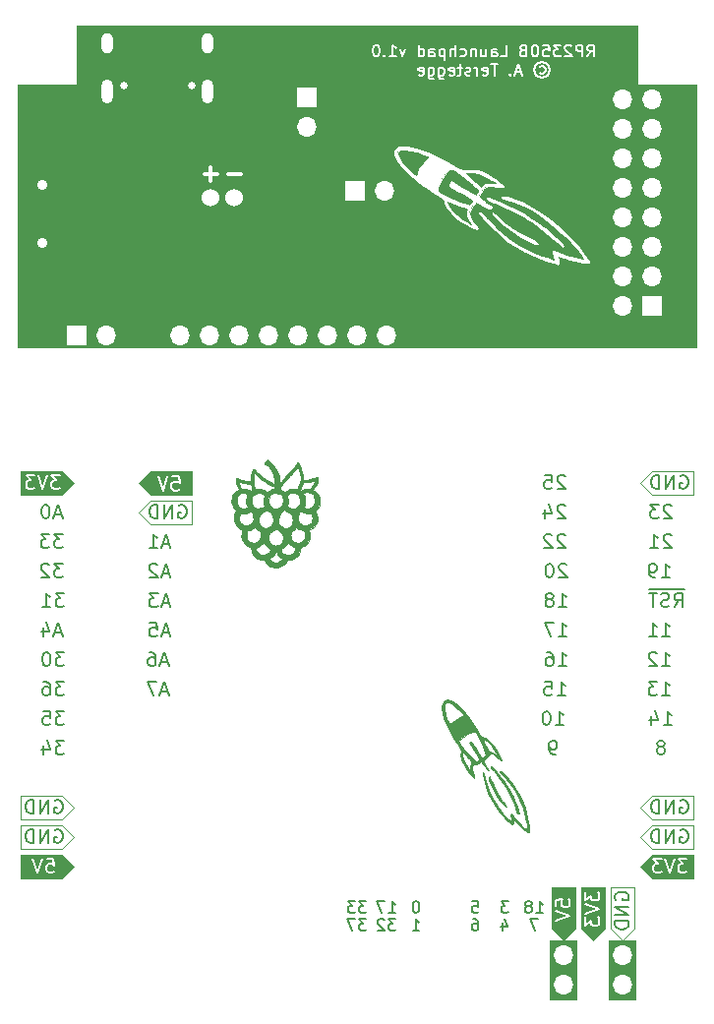
<source format=gbr>
G04 #@! TF.GenerationSoftware,KiCad,Pcbnew,8.0.6-8.0.6-0~ubuntu22.04.1*
G04 #@! TF.CreationDate,2024-11-22T22:59:57+01:00*
G04 #@! TF.ProjectId,rp2350b-launchpad-PCB,72703233-3530-4622-9d6c-61756e636870,rev?*
G04 #@! TF.SameCoordinates,Original*
G04 #@! TF.FileFunction,Legend,Bot*
G04 #@! TF.FilePolarity,Positive*
%FSLAX46Y46*%
G04 Gerber Fmt 4.6, Leading zero omitted, Abs format (unit mm)*
G04 Created by KiCad (PCBNEW 8.0.6-8.0.6-0~ubuntu22.04.1) date 2024-11-22 22:59:57*
%MOMM*%
%LPD*%
G01*
G04 APERTURE LIST*
%ADD10C,0.100000*%
%ADD11C,0.120000*%
%ADD12C,0.200000*%
%ADD13C,0.150000*%
%ADD14C,0.010000*%
%ADD15R,1.700000X1.700000*%
%ADD16O,1.700000X1.700000*%
%ADD17C,0.900000*%
%ADD18C,0.650000*%
%ADD19O,1.000000X2.100000*%
%ADD20O,1.000000X1.800000*%
%ADD21C,1.524000*%
%ADD22C,0.300000*%
%ADD23C,0.150000*%
%ADD24C,0.200000*%
%ADD25C,0.010000*%
G04 APERTURE END LIST*
%LPD*%
D10*
X163830000Y-72390000D02*
X168910000Y-72390000D01*
X168910000Y-94996000D01*
X110490000Y-94996000D01*
X110490000Y-72390000D01*
X115570000Y-72390000D01*
X115570000Y-67310000D01*
X163830000Y-67310000D01*
X163830000Y-72390000D01*
G36*
X163830000Y-72390000D02*
G01*
X168910000Y-72390000D01*
X168910000Y-94996000D01*
X110490000Y-94996000D01*
X110490000Y-72390000D01*
X115570000Y-72390000D01*
X115570000Y-67310000D01*
X163830000Y-67310000D01*
X163830000Y-72390000D01*
G37*
X158623000Y-151130000D02*
X156337000Y-151130000D01*
X156337000Y-146050000D01*
X158623000Y-146050000D01*
X158623000Y-151130000D01*
G36*
X158623000Y-151130000D02*
G01*
X156337000Y-151130000D01*
X156337000Y-146050000D01*
X158623000Y-146050000D01*
X158623000Y-151130000D01*
G37*
X163703000Y-151130000D02*
X161417000Y-151130000D01*
X161417000Y-146050000D01*
X163703000Y-146050000D01*
X163703000Y-151130000D01*
G36*
X163703000Y-151130000D02*
G01*
X161417000Y-151130000D01*
X161417000Y-146050000D01*
X163703000Y-146050000D01*
X163703000Y-151130000D01*
G37*
X115316000Y-106680000D02*
X114300000Y-107696000D01*
X110744000Y-107696000D01*
X110744000Y-105664000D01*
X114300000Y-105664000D01*
X115316000Y-106680000D01*
G36*
X115316000Y-106680000D02*
G01*
X114300000Y-107696000D01*
X110744000Y-107696000D01*
X110744000Y-105664000D01*
X114300000Y-105664000D01*
X115316000Y-106680000D01*
G37*
X125476000Y-107696000D02*
X121920000Y-107696000D01*
X120904000Y-106680000D01*
X121920000Y-105664000D01*
X125476000Y-105664000D01*
X125476000Y-107696000D01*
G36*
X125476000Y-107696000D02*
G01*
X121920000Y-107696000D01*
X120904000Y-106680000D01*
X121920000Y-105664000D01*
X125476000Y-105664000D01*
X125476000Y-107696000D01*
G37*
D11*
X120904000Y-109220000D02*
X121920000Y-108204000D01*
X121920000Y-108204000D02*
X125476000Y-108204000D01*
X125476000Y-108204000D02*
X125476000Y-110236000D01*
X125476000Y-110236000D02*
X121920000Y-110236000D01*
X121920000Y-110236000D02*
X120904000Y-109220000D01*
X165100000Y-107696000D02*
X164084000Y-106680000D01*
X168656000Y-107696000D02*
X165100000Y-107696000D01*
X168656000Y-105664000D02*
X168656000Y-107696000D01*
X165100000Y-105664000D02*
X168656000Y-105664000D01*
X164084000Y-106680000D02*
X165100000Y-105664000D01*
X168656000Y-138176000D02*
X165100000Y-138176000D01*
X168656000Y-136144000D02*
X168656000Y-138176000D01*
X165100000Y-136144000D02*
X168656000Y-136144000D01*
X164084000Y-137160000D02*
X165100000Y-136144000D01*
D10*
X168656000Y-140716000D02*
X165100000Y-140716000D01*
X164084000Y-139700000D01*
X165100000Y-138684000D01*
X168656000Y-138684000D01*
X168656000Y-140716000D01*
G36*
X168656000Y-140716000D02*
G01*
X165100000Y-140716000D01*
X164084000Y-139700000D01*
X165100000Y-138684000D01*
X168656000Y-138684000D01*
X168656000Y-140716000D01*
G37*
D11*
X165100000Y-135636000D02*
X164084000Y-134620000D01*
X168656000Y-135636000D02*
X165100000Y-135636000D01*
X168656000Y-133604000D02*
X168656000Y-135636000D01*
X165100000Y-133604000D02*
X168656000Y-133604000D01*
X164084000Y-134620000D02*
X165100000Y-133604000D01*
X165100000Y-138176000D02*
X164084000Y-137160000D01*
X110744000Y-133604000D02*
X110744000Y-135636000D01*
X114300000Y-133604000D02*
X110744000Y-133604000D01*
X115316000Y-134620000D02*
X114300000Y-133604000D01*
D10*
X115316000Y-139700000D02*
X114300000Y-140716000D01*
X110744000Y-140716000D01*
X110744000Y-138684000D01*
X114300000Y-138684000D01*
X115316000Y-139700000D01*
G36*
X115316000Y-139700000D02*
G01*
X114300000Y-140716000D01*
X110744000Y-140716000D01*
X110744000Y-138684000D01*
X114300000Y-138684000D01*
X115316000Y-139700000D01*
G37*
D11*
X114300000Y-138176000D02*
X115316000Y-137160000D01*
X110744000Y-138176000D02*
X114300000Y-138176000D01*
X110744000Y-136144000D02*
X110744000Y-138176000D01*
X114300000Y-136144000D02*
X110744000Y-136144000D01*
X115316000Y-137160000D02*
X114300000Y-136144000D01*
X114300000Y-135636000D02*
X115316000Y-134620000D01*
X110744000Y-135636000D02*
X114300000Y-135636000D01*
X161544000Y-141478000D02*
X163576000Y-141478000D01*
X161544000Y-145034000D02*
X161544000Y-141478000D01*
X161544000Y-145034000D02*
X162560000Y-146050000D01*
X163576000Y-145034000D02*
X163576000Y-141478000D01*
X162560000Y-146050000D02*
X163576000Y-145034000D01*
D10*
X161036000Y-145034000D02*
X160020000Y-146050000D01*
X159004000Y-145034000D01*
X159004000Y-141478000D01*
X161036000Y-141478000D01*
X161036000Y-145034000D01*
G36*
X161036000Y-145034000D02*
G01*
X160020000Y-146050000D01*
X159004000Y-145034000D01*
X159004000Y-141478000D01*
X161036000Y-141478000D01*
X161036000Y-145034000D01*
G37*
X158496000Y-145034000D02*
X157480000Y-146050000D01*
X156464000Y-145034000D01*
X156464000Y-141478000D01*
X158496000Y-141478000D01*
X158496000Y-145034000D01*
G36*
X158496000Y-145034000D02*
G01*
X157480000Y-146050000D01*
X156464000Y-145034000D01*
X156464000Y-141478000D01*
X158496000Y-141478000D01*
X158496000Y-145034000D01*
G37*
D12*
X114268142Y-109421885D02*
X113696714Y-109421885D01*
X114382428Y-109764742D02*
X113982428Y-108564742D01*
X113982428Y-108564742D02*
X113582428Y-109764742D01*
X112953857Y-108564742D02*
X112839571Y-108564742D01*
X112839571Y-108564742D02*
X112725285Y-108621885D01*
X112725285Y-108621885D02*
X112668143Y-108679028D01*
X112668143Y-108679028D02*
X112611000Y-108793314D01*
X112611000Y-108793314D02*
X112553857Y-109021885D01*
X112553857Y-109021885D02*
X112553857Y-109307600D01*
X112553857Y-109307600D02*
X112611000Y-109536171D01*
X112611000Y-109536171D02*
X112668143Y-109650457D01*
X112668143Y-109650457D02*
X112725285Y-109707600D01*
X112725285Y-109707600D02*
X112839571Y-109764742D01*
X112839571Y-109764742D02*
X112953857Y-109764742D01*
X112953857Y-109764742D02*
X113068143Y-109707600D01*
X113068143Y-109707600D02*
X113125285Y-109650457D01*
X113125285Y-109650457D02*
X113182428Y-109536171D01*
X113182428Y-109536171D02*
X113239571Y-109307600D01*
X113239571Y-109307600D02*
X113239571Y-109021885D01*
X113239571Y-109021885D02*
X113182428Y-108793314D01*
X113182428Y-108793314D02*
X113125285Y-108679028D01*
X113125285Y-108679028D02*
X113068143Y-108621885D01*
X113068143Y-108621885D02*
X112953857Y-108564742D01*
X114382428Y-111104742D02*
X113639571Y-111104742D01*
X113639571Y-111104742D02*
X114039571Y-111561885D01*
X114039571Y-111561885D02*
X113868142Y-111561885D01*
X113868142Y-111561885D02*
X113753857Y-111619028D01*
X113753857Y-111619028D02*
X113696714Y-111676171D01*
X113696714Y-111676171D02*
X113639571Y-111790457D01*
X113639571Y-111790457D02*
X113639571Y-112076171D01*
X113639571Y-112076171D02*
X113696714Y-112190457D01*
X113696714Y-112190457D02*
X113753857Y-112247600D01*
X113753857Y-112247600D02*
X113868142Y-112304742D01*
X113868142Y-112304742D02*
X114210999Y-112304742D01*
X114210999Y-112304742D02*
X114325285Y-112247600D01*
X114325285Y-112247600D02*
X114382428Y-112190457D01*
X113239571Y-111104742D02*
X112496714Y-111104742D01*
X112496714Y-111104742D02*
X112896714Y-111561885D01*
X112896714Y-111561885D02*
X112725285Y-111561885D01*
X112725285Y-111561885D02*
X112611000Y-111619028D01*
X112611000Y-111619028D02*
X112553857Y-111676171D01*
X112553857Y-111676171D02*
X112496714Y-111790457D01*
X112496714Y-111790457D02*
X112496714Y-112076171D01*
X112496714Y-112076171D02*
X112553857Y-112190457D01*
X112553857Y-112190457D02*
X112611000Y-112247600D01*
X112611000Y-112247600D02*
X112725285Y-112304742D01*
X112725285Y-112304742D02*
X113068142Y-112304742D01*
X113068142Y-112304742D02*
X113182428Y-112247600D01*
X113182428Y-112247600D02*
X113239571Y-112190457D01*
X114382428Y-113644742D02*
X113639571Y-113644742D01*
X113639571Y-113644742D02*
X114039571Y-114101885D01*
X114039571Y-114101885D02*
X113868142Y-114101885D01*
X113868142Y-114101885D02*
X113753857Y-114159028D01*
X113753857Y-114159028D02*
X113696714Y-114216171D01*
X113696714Y-114216171D02*
X113639571Y-114330457D01*
X113639571Y-114330457D02*
X113639571Y-114616171D01*
X113639571Y-114616171D02*
X113696714Y-114730457D01*
X113696714Y-114730457D02*
X113753857Y-114787600D01*
X113753857Y-114787600D02*
X113868142Y-114844742D01*
X113868142Y-114844742D02*
X114210999Y-114844742D01*
X114210999Y-114844742D02*
X114325285Y-114787600D01*
X114325285Y-114787600D02*
X114382428Y-114730457D01*
X113182428Y-113759028D02*
X113125285Y-113701885D01*
X113125285Y-113701885D02*
X113011000Y-113644742D01*
X113011000Y-113644742D02*
X112725285Y-113644742D01*
X112725285Y-113644742D02*
X112611000Y-113701885D01*
X112611000Y-113701885D02*
X112553857Y-113759028D01*
X112553857Y-113759028D02*
X112496714Y-113873314D01*
X112496714Y-113873314D02*
X112496714Y-113987600D01*
X112496714Y-113987600D02*
X112553857Y-114159028D01*
X112553857Y-114159028D02*
X113239571Y-114844742D01*
X113239571Y-114844742D02*
X112496714Y-114844742D01*
X114509428Y-116184742D02*
X113766571Y-116184742D01*
X113766571Y-116184742D02*
X114166571Y-116641885D01*
X114166571Y-116641885D02*
X113995142Y-116641885D01*
X113995142Y-116641885D02*
X113880857Y-116699028D01*
X113880857Y-116699028D02*
X113823714Y-116756171D01*
X113823714Y-116756171D02*
X113766571Y-116870457D01*
X113766571Y-116870457D02*
X113766571Y-117156171D01*
X113766571Y-117156171D02*
X113823714Y-117270457D01*
X113823714Y-117270457D02*
X113880857Y-117327600D01*
X113880857Y-117327600D02*
X113995142Y-117384742D01*
X113995142Y-117384742D02*
X114337999Y-117384742D01*
X114337999Y-117384742D02*
X114452285Y-117327600D01*
X114452285Y-117327600D02*
X114509428Y-117270457D01*
X112623714Y-117384742D02*
X113309428Y-117384742D01*
X112966571Y-117384742D02*
X112966571Y-116184742D01*
X112966571Y-116184742D02*
X113080857Y-116356171D01*
X113080857Y-116356171D02*
X113195142Y-116470457D01*
X113195142Y-116470457D02*
X113309428Y-116527600D01*
X114268142Y-119581885D02*
X113696714Y-119581885D01*
X114382428Y-119924742D02*
X113982428Y-118724742D01*
X113982428Y-118724742D02*
X113582428Y-119924742D01*
X112668143Y-119124742D02*
X112668143Y-119924742D01*
X112953857Y-118667600D02*
X113239571Y-119524742D01*
X113239571Y-119524742D02*
X112496714Y-119524742D01*
X114509428Y-121264742D02*
X113766571Y-121264742D01*
X113766571Y-121264742D02*
X114166571Y-121721885D01*
X114166571Y-121721885D02*
X113995142Y-121721885D01*
X113995142Y-121721885D02*
X113880857Y-121779028D01*
X113880857Y-121779028D02*
X113823714Y-121836171D01*
X113823714Y-121836171D02*
X113766571Y-121950457D01*
X113766571Y-121950457D02*
X113766571Y-122236171D01*
X113766571Y-122236171D02*
X113823714Y-122350457D01*
X113823714Y-122350457D02*
X113880857Y-122407600D01*
X113880857Y-122407600D02*
X113995142Y-122464742D01*
X113995142Y-122464742D02*
X114337999Y-122464742D01*
X114337999Y-122464742D02*
X114452285Y-122407600D01*
X114452285Y-122407600D02*
X114509428Y-122350457D01*
X113023714Y-121264742D02*
X112909428Y-121264742D01*
X112909428Y-121264742D02*
X112795142Y-121321885D01*
X112795142Y-121321885D02*
X112738000Y-121379028D01*
X112738000Y-121379028D02*
X112680857Y-121493314D01*
X112680857Y-121493314D02*
X112623714Y-121721885D01*
X112623714Y-121721885D02*
X112623714Y-122007600D01*
X112623714Y-122007600D02*
X112680857Y-122236171D01*
X112680857Y-122236171D02*
X112738000Y-122350457D01*
X112738000Y-122350457D02*
X112795142Y-122407600D01*
X112795142Y-122407600D02*
X112909428Y-122464742D01*
X112909428Y-122464742D02*
X113023714Y-122464742D01*
X113023714Y-122464742D02*
X113138000Y-122407600D01*
X113138000Y-122407600D02*
X113195142Y-122350457D01*
X113195142Y-122350457D02*
X113252285Y-122236171D01*
X113252285Y-122236171D02*
X113309428Y-122007600D01*
X113309428Y-122007600D02*
X113309428Y-121721885D01*
X113309428Y-121721885D02*
X113252285Y-121493314D01*
X113252285Y-121493314D02*
X113195142Y-121379028D01*
X113195142Y-121379028D02*
X113138000Y-121321885D01*
X113138000Y-121321885D02*
X113023714Y-121264742D01*
X114509428Y-123804742D02*
X113766571Y-123804742D01*
X113766571Y-123804742D02*
X114166571Y-124261885D01*
X114166571Y-124261885D02*
X113995142Y-124261885D01*
X113995142Y-124261885D02*
X113880857Y-124319028D01*
X113880857Y-124319028D02*
X113823714Y-124376171D01*
X113823714Y-124376171D02*
X113766571Y-124490457D01*
X113766571Y-124490457D02*
X113766571Y-124776171D01*
X113766571Y-124776171D02*
X113823714Y-124890457D01*
X113823714Y-124890457D02*
X113880857Y-124947600D01*
X113880857Y-124947600D02*
X113995142Y-125004742D01*
X113995142Y-125004742D02*
X114337999Y-125004742D01*
X114337999Y-125004742D02*
X114452285Y-124947600D01*
X114452285Y-124947600D02*
X114509428Y-124890457D01*
X112738000Y-123804742D02*
X112966571Y-123804742D01*
X112966571Y-123804742D02*
X113080857Y-123861885D01*
X113080857Y-123861885D02*
X113138000Y-123919028D01*
X113138000Y-123919028D02*
X113252285Y-124090457D01*
X113252285Y-124090457D02*
X113309428Y-124319028D01*
X113309428Y-124319028D02*
X113309428Y-124776171D01*
X113309428Y-124776171D02*
X113252285Y-124890457D01*
X113252285Y-124890457D02*
X113195142Y-124947600D01*
X113195142Y-124947600D02*
X113080857Y-125004742D01*
X113080857Y-125004742D02*
X112852285Y-125004742D01*
X112852285Y-125004742D02*
X112738000Y-124947600D01*
X112738000Y-124947600D02*
X112680857Y-124890457D01*
X112680857Y-124890457D02*
X112623714Y-124776171D01*
X112623714Y-124776171D02*
X112623714Y-124490457D01*
X112623714Y-124490457D02*
X112680857Y-124376171D01*
X112680857Y-124376171D02*
X112738000Y-124319028D01*
X112738000Y-124319028D02*
X112852285Y-124261885D01*
X112852285Y-124261885D02*
X113080857Y-124261885D01*
X113080857Y-124261885D02*
X113195142Y-124319028D01*
X113195142Y-124319028D02*
X113252285Y-124376171D01*
X113252285Y-124376171D02*
X113309428Y-124490457D01*
X114509428Y-126344742D02*
X113766571Y-126344742D01*
X113766571Y-126344742D02*
X114166571Y-126801885D01*
X114166571Y-126801885D02*
X113995142Y-126801885D01*
X113995142Y-126801885D02*
X113880857Y-126859028D01*
X113880857Y-126859028D02*
X113823714Y-126916171D01*
X113823714Y-126916171D02*
X113766571Y-127030457D01*
X113766571Y-127030457D02*
X113766571Y-127316171D01*
X113766571Y-127316171D02*
X113823714Y-127430457D01*
X113823714Y-127430457D02*
X113880857Y-127487600D01*
X113880857Y-127487600D02*
X113995142Y-127544742D01*
X113995142Y-127544742D02*
X114337999Y-127544742D01*
X114337999Y-127544742D02*
X114452285Y-127487600D01*
X114452285Y-127487600D02*
X114509428Y-127430457D01*
X112680857Y-126344742D02*
X113252285Y-126344742D01*
X113252285Y-126344742D02*
X113309428Y-126916171D01*
X113309428Y-126916171D02*
X113252285Y-126859028D01*
X113252285Y-126859028D02*
X113138000Y-126801885D01*
X113138000Y-126801885D02*
X112852285Y-126801885D01*
X112852285Y-126801885D02*
X112738000Y-126859028D01*
X112738000Y-126859028D02*
X112680857Y-126916171D01*
X112680857Y-126916171D02*
X112623714Y-127030457D01*
X112623714Y-127030457D02*
X112623714Y-127316171D01*
X112623714Y-127316171D02*
X112680857Y-127430457D01*
X112680857Y-127430457D02*
X112738000Y-127487600D01*
X112738000Y-127487600D02*
X112852285Y-127544742D01*
X112852285Y-127544742D02*
X113138000Y-127544742D01*
X113138000Y-127544742D02*
X113252285Y-127487600D01*
X113252285Y-127487600D02*
X113309428Y-127430457D01*
X114509428Y-128884742D02*
X113766571Y-128884742D01*
X113766571Y-128884742D02*
X114166571Y-129341885D01*
X114166571Y-129341885D02*
X113995142Y-129341885D01*
X113995142Y-129341885D02*
X113880857Y-129399028D01*
X113880857Y-129399028D02*
X113823714Y-129456171D01*
X113823714Y-129456171D02*
X113766571Y-129570457D01*
X113766571Y-129570457D02*
X113766571Y-129856171D01*
X113766571Y-129856171D02*
X113823714Y-129970457D01*
X113823714Y-129970457D02*
X113880857Y-130027600D01*
X113880857Y-130027600D02*
X113995142Y-130084742D01*
X113995142Y-130084742D02*
X114337999Y-130084742D01*
X114337999Y-130084742D02*
X114452285Y-130027600D01*
X114452285Y-130027600D02*
X114509428Y-129970457D01*
X112738000Y-129284742D02*
X112738000Y-130084742D01*
X113023714Y-128827600D02*
X113309428Y-129684742D01*
X113309428Y-129684742D02*
X112566571Y-129684742D01*
X123539142Y-111961885D02*
X122967714Y-111961885D01*
X123653428Y-112304742D02*
X123253428Y-111104742D01*
X123253428Y-111104742D02*
X122853428Y-112304742D01*
X121824857Y-112304742D02*
X122510571Y-112304742D01*
X122167714Y-112304742D02*
X122167714Y-111104742D01*
X122167714Y-111104742D02*
X122282000Y-111276171D01*
X122282000Y-111276171D02*
X122396285Y-111390457D01*
X122396285Y-111390457D02*
X122510571Y-111447600D01*
X123539142Y-114501885D02*
X122967714Y-114501885D01*
X123653428Y-114844742D02*
X123253428Y-113644742D01*
X123253428Y-113644742D02*
X122853428Y-114844742D01*
X122510571Y-113759028D02*
X122453428Y-113701885D01*
X122453428Y-113701885D02*
X122339143Y-113644742D01*
X122339143Y-113644742D02*
X122053428Y-113644742D01*
X122053428Y-113644742D02*
X121939143Y-113701885D01*
X121939143Y-113701885D02*
X121882000Y-113759028D01*
X121882000Y-113759028D02*
X121824857Y-113873314D01*
X121824857Y-113873314D02*
X121824857Y-113987600D01*
X121824857Y-113987600D02*
X121882000Y-114159028D01*
X121882000Y-114159028D02*
X122567714Y-114844742D01*
X122567714Y-114844742D02*
X121824857Y-114844742D01*
X123539142Y-117041885D02*
X122967714Y-117041885D01*
X123653428Y-117384742D02*
X123253428Y-116184742D01*
X123253428Y-116184742D02*
X122853428Y-117384742D01*
X122567714Y-116184742D02*
X121824857Y-116184742D01*
X121824857Y-116184742D02*
X122224857Y-116641885D01*
X122224857Y-116641885D02*
X122053428Y-116641885D01*
X122053428Y-116641885D02*
X121939143Y-116699028D01*
X121939143Y-116699028D02*
X121882000Y-116756171D01*
X121882000Y-116756171D02*
X121824857Y-116870457D01*
X121824857Y-116870457D02*
X121824857Y-117156171D01*
X121824857Y-117156171D02*
X121882000Y-117270457D01*
X121882000Y-117270457D02*
X121939143Y-117327600D01*
X121939143Y-117327600D02*
X122053428Y-117384742D01*
X122053428Y-117384742D02*
X122396285Y-117384742D01*
X122396285Y-117384742D02*
X122510571Y-117327600D01*
X122510571Y-117327600D02*
X122567714Y-117270457D01*
X123539142Y-119581885D02*
X122967714Y-119581885D01*
X123653428Y-119924742D02*
X123253428Y-118724742D01*
X123253428Y-118724742D02*
X122853428Y-119924742D01*
X121882000Y-118724742D02*
X122453428Y-118724742D01*
X122453428Y-118724742D02*
X122510571Y-119296171D01*
X122510571Y-119296171D02*
X122453428Y-119239028D01*
X122453428Y-119239028D02*
X122339143Y-119181885D01*
X122339143Y-119181885D02*
X122053428Y-119181885D01*
X122053428Y-119181885D02*
X121939143Y-119239028D01*
X121939143Y-119239028D02*
X121882000Y-119296171D01*
X121882000Y-119296171D02*
X121824857Y-119410457D01*
X121824857Y-119410457D02*
X121824857Y-119696171D01*
X121824857Y-119696171D02*
X121882000Y-119810457D01*
X121882000Y-119810457D02*
X121939143Y-119867600D01*
X121939143Y-119867600D02*
X122053428Y-119924742D01*
X122053428Y-119924742D02*
X122339143Y-119924742D01*
X122339143Y-119924742D02*
X122453428Y-119867600D01*
X122453428Y-119867600D02*
X122510571Y-119810457D01*
X123412142Y-122121885D02*
X122840714Y-122121885D01*
X123526428Y-122464742D02*
X123126428Y-121264742D01*
X123126428Y-121264742D02*
X122726428Y-122464742D01*
X121812143Y-121264742D02*
X122040714Y-121264742D01*
X122040714Y-121264742D02*
X122155000Y-121321885D01*
X122155000Y-121321885D02*
X122212143Y-121379028D01*
X122212143Y-121379028D02*
X122326428Y-121550457D01*
X122326428Y-121550457D02*
X122383571Y-121779028D01*
X122383571Y-121779028D02*
X122383571Y-122236171D01*
X122383571Y-122236171D02*
X122326428Y-122350457D01*
X122326428Y-122350457D02*
X122269285Y-122407600D01*
X122269285Y-122407600D02*
X122155000Y-122464742D01*
X122155000Y-122464742D02*
X121926428Y-122464742D01*
X121926428Y-122464742D02*
X121812143Y-122407600D01*
X121812143Y-122407600D02*
X121755000Y-122350457D01*
X121755000Y-122350457D02*
X121697857Y-122236171D01*
X121697857Y-122236171D02*
X121697857Y-121950457D01*
X121697857Y-121950457D02*
X121755000Y-121836171D01*
X121755000Y-121836171D02*
X121812143Y-121779028D01*
X121812143Y-121779028D02*
X121926428Y-121721885D01*
X121926428Y-121721885D02*
X122155000Y-121721885D01*
X122155000Y-121721885D02*
X122269285Y-121779028D01*
X122269285Y-121779028D02*
X122326428Y-121836171D01*
X122326428Y-121836171D02*
X122383571Y-121950457D01*
X123412142Y-124661885D02*
X122840714Y-124661885D01*
X123526428Y-125004742D02*
X123126428Y-123804742D01*
X123126428Y-123804742D02*
X122726428Y-125004742D01*
X122440714Y-123804742D02*
X121640714Y-123804742D01*
X121640714Y-123804742D02*
X122155000Y-125004742D01*
X124358285Y-108621885D02*
X124472571Y-108564742D01*
X124472571Y-108564742D02*
X124643999Y-108564742D01*
X124643999Y-108564742D02*
X124815428Y-108621885D01*
X124815428Y-108621885D02*
X124929713Y-108736171D01*
X124929713Y-108736171D02*
X124986856Y-108850457D01*
X124986856Y-108850457D02*
X125043999Y-109079028D01*
X125043999Y-109079028D02*
X125043999Y-109250457D01*
X125043999Y-109250457D02*
X124986856Y-109479028D01*
X124986856Y-109479028D02*
X124929713Y-109593314D01*
X124929713Y-109593314D02*
X124815428Y-109707600D01*
X124815428Y-109707600D02*
X124643999Y-109764742D01*
X124643999Y-109764742D02*
X124529713Y-109764742D01*
X124529713Y-109764742D02*
X124358285Y-109707600D01*
X124358285Y-109707600D02*
X124301142Y-109650457D01*
X124301142Y-109650457D02*
X124301142Y-109250457D01*
X124301142Y-109250457D02*
X124529713Y-109250457D01*
X123786856Y-109764742D02*
X123786856Y-108564742D01*
X123786856Y-108564742D02*
X123101142Y-109764742D01*
X123101142Y-109764742D02*
X123101142Y-108564742D01*
X122529713Y-109764742D02*
X122529713Y-108564742D01*
X122529713Y-108564742D02*
X122243999Y-108564742D01*
X122243999Y-108564742D02*
X122072570Y-108621885D01*
X122072570Y-108621885D02*
X121958285Y-108736171D01*
X121958285Y-108736171D02*
X121901142Y-108850457D01*
X121901142Y-108850457D02*
X121843999Y-109079028D01*
X121843999Y-109079028D02*
X121843999Y-109250457D01*
X121843999Y-109250457D02*
X121901142Y-109479028D01*
X121901142Y-109479028D02*
X121958285Y-109593314D01*
X121958285Y-109593314D02*
X122072570Y-109707600D01*
X122072570Y-109707600D02*
X122243999Y-109764742D01*
X122243999Y-109764742D02*
X122529713Y-109764742D01*
X166776285Y-108679028D02*
X166719142Y-108621885D01*
X166719142Y-108621885D02*
X166604857Y-108564742D01*
X166604857Y-108564742D02*
X166319142Y-108564742D01*
X166319142Y-108564742D02*
X166204857Y-108621885D01*
X166204857Y-108621885D02*
X166147714Y-108679028D01*
X166147714Y-108679028D02*
X166090571Y-108793314D01*
X166090571Y-108793314D02*
X166090571Y-108907600D01*
X166090571Y-108907600D02*
X166147714Y-109079028D01*
X166147714Y-109079028D02*
X166833428Y-109764742D01*
X166833428Y-109764742D02*
X166090571Y-109764742D01*
X165690571Y-108564742D02*
X164947714Y-108564742D01*
X164947714Y-108564742D02*
X165347714Y-109021885D01*
X165347714Y-109021885D02*
X165176285Y-109021885D01*
X165176285Y-109021885D02*
X165062000Y-109079028D01*
X165062000Y-109079028D02*
X165004857Y-109136171D01*
X165004857Y-109136171D02*
X164947714Y-109250457D01*
X164947714Y-109250457D02*
X164947714Y-109536171D01*
X164947714Y-109536171D02*
X165004857Y-109650457D01*
X165004857Y-109650457D02*
X165062000Y-109707600D01*
X165062000Y-109707600D02*
X165176285Y-109764742D01*
X165176285Y-109764742D02*
X165519142Y-109764742D01*
X165519142Y-109764742D02*
X165633428Y-109707600D01*
X165633428Y-109707600D02*
X165690571Y-109650457D01*
X166776285Y-111219028D02*
X166719142Y-111161885D01*
X166719142Y-111161885D02*
X166604857Y-111104742D01*
X166604857Y-111104742D02*
X166319142Y-111104742D01*
X166319142Y-111104742D02*
X166204857Y-111161885D01*
X166204857Y-111161885D02*
X166147714Y-111219028D01*
X166147714Y-111219028D02*
X166090571Y-111333314D01*
X166090571Y-111333314D02*
X166090571Y-111447600D01*
X166090571Y-111447600D02*
X166147714Y-111619028D01*
X166147714Y-111619028D02*
X166833428Y-112304742D01*
X166833428Y-112304742D02*
X166090571Y-112304742D01*
X164947714Y-112304742D02*
X165633428Y-112304742D01*
X165290571Y-112304742D02*
X165290571Y-111104742D01*
X165290571Y-111104742D02*
X165404857Y-111276171D01*
X165404857Y-111276171D02*
X165519142Y-111390457D01*
X165519142Y-111390457D02*
X165633428Y-111447600D01*
X165963571Y-114844742D02*
X166649285Y-114844742D01*
X166306428Y-114844742D02*
X166306428Y-113644742D01*
X166306428Y-113644742D02*
X166420714Y-113816171D01*
X166420714Y-113816171D02*
X166534999Y-113930457D01*
X166534999Y-113930457D02*
X166649285Y-113987600D01*
X165392142Y-114844742D02*
X165163571Y-114844742D01*
X165163571Y-114844742D02*
X165049285Y-114787600D01*
X165049285Y-114787600D02*
X164992142Y-114730457D01*
X164992142Y-114730457D02*
X164877857Y-114559028D01*
X164877857Y-114559028D02*
X164820714Y-114330457D01*
X164820714Y-114330457D02*
X164820714Y-113873314D01*
X164820714Y-113873314D02*
X164877857Y-113759028D01*
X164877857Y-113759028D02*
X164935000Y-113701885D01*
X164935000Y-113701885D02*
X165049285Y-113644742D01*
X165049285Y-113644742D02*
X165277857Y-113644742D01*
X165277857Y-113644742D02*
X165392142Y-113701885D01*
X165392142Y-113701885D02*
X165449285Y-113759028D01*
X165449285Y-113759028D02*
X165506428Y-113873314D01*
X165506428Y-113873314D02*
X165506428Y-114159028D01*
X165506428Y-114159028D02*
X165449285Y-114273314D01*
X165449285Y-114273314D02*
X165392142Y-114330457D01*
X165392142Y-114330457D02*
X165277857Y-114387600D01*
X165277857Y-114387600D02*
X165049285Y-114387600D01*
X165049285Y-114387600D02*
X164935000Y-114330457D01*
X164935000Y-114330457D02*
X164877857Y-114273314D01*
X164877857Y-114273314D02*
X164820714Y-114159028D01*
X167027142Y-117384742D02*
X167427142Y-116813314D01*
X167712856Y-117384742D02*
X167712856Y-116184742D01*
X167712856Y-116184742D02*
X167255713Y-116184742D01*
X167255713Y-116184742D02*
X167141428Y-116241885D01*
X167141428Y-116241885D02*
X167084285Y-116299028D01*
X167084285Y-116299028D02*
X167027142Y-116413314D01*
X167027142Y-116413314D02*
X167027142Y-116584742D01*
X167027142Y-116584742D02*
X167084285Y-116699028D01*
X167084285Y-116699028D02*
X167141428Y-116756171D01*
X167141428Y-116756171D02*
X167255713Y-116813314D01*
X167255713Y-116813314D02*
X167712856Y-116813314D01*
X166569999Y-117327600D02*
X166398571Y-117384742D01*
X166398571Y-117384742D02*
X166112856Y-117384742D01*
X166112856Y-117384742D02*
X165998571Y-117327600D01*
X165998571Y-117327600D02*
X165941428Y-117270457D01*
X165941428Y-117270457D02*
X165884285Y-117156171D01*
X165884285Y-117156171D02*
X165884285Y-117041885D01*
X165884285Y-117041885D02*
X165941428Y-116927600D01*
X165941428Y-116927600D02*
X165998571Y-116870457D01*
X165998571Y-116870457D02*
X166112856Y-116813314D01*
X166112856Y-116813314D02*
X166341428Y-116756171D01*
X166341428Y-116756171D02*
X166455713Y-116699028D01*
X166455713Y-116699028D02*
X166512856Y-116641885D01*
X166512856Y-116641885D02*
X166569999Y-116527600D01*
X166569999Y-116527600D02*
X166569999Y-116413314D01*
X166569999Y-116413314D02*
X166512856Y-116299028D01*
X166512856Y-116299028D02*
X166455713Y-116241885D01*
X166455713Y-116241885D02*
X166341428Y-116184742D01*
X166341428Y-116184742D02*
X166055713Y-116184742D01*
X166055713Y-116184742D02*
X165884285Y-116241885D01*
X165541428Y-116184742D02*
X164855714Y-116184742D01*
X165198571Y-117384742D02*
X165198571Y-116184742D01*
X167878571Y-115851600D02*
X164861428Y-115851600D01*
X165963571Y-119924742D02*
X166649285Y-119924742D01*
X166306428Y-119924742D02*
X166306428Y-118724742D01*
X166306428Y-118724742D02*
X166420714Y-118896171D01*
X166420714Y-118896171D02*
X166534999Y-119010457D01*
X166534999Y-119010457D02*
X166649285Y-119067600D01*
X164820714Y-119924742D02*
X165506428Y-119924742D01*
X165163571Y-119924742D02*
X165163571Y-118724742D01*
X165163571Y-118724742D02*
X165277857Y-118896171D01*
X165277857Y-118896171D02*
X165392142Y-119010457D01*
X165392142Y-119010457D02*
X165506428Y-119067600D01*
X165963571Y-122464742D02*
X166649285Y-122464742D01*
X166306428Y-122464742D02*
X166306428Y-121264742D01*
X166306428Y-121264742D02*
X166420714Y-121436171D01*
X166420714Y-121436171D02*
X166534999Y-121550457D01*
X166534999Y-121550457D02*
X166649285Y-121607600D01*
X165506428Y-121379028D02*
X165449285Y-121321885D01*
X165449285Y-121321885D02*
X165335000Y-121264742D01*
X165335000Y-121264742D02*
X165049285Y-121264742D01*
X165049285Y-121264742D02*
X164935000Y-121321885D01*
X164935000Y-121321885D02*
X164877857Y-121379028D01*
X164877857Y-121379028D02*
X164820714Y-121493314D01*
X164820714Y-121493314D02*
X164820714Y-121607600D01*
X164820714Y-121607600D02*
X164877857Y-121779028D01*
X164877857Y-121779028D02*
X165563571Y-122464742D01*
X165563571Y-122464742D02*
X164820714Y-122464742D01*
X165963571Y-125004742D02*
X166649285Y-125004742D01*
X166306428Y-125004742D02*
X166306428Y-123804742D01*
X166306428Y-123804742D02*
X166420714Y-123976171D01*
X166420714Y-123976171D02*
X166534999Y-124090457D01*
X166534999Y-124090457D02*
X166649285Y-124147600D01*
X165563571Y-123804742D02*
X164820714Y-123804742D01*
X164820714Y-123804742D02*
X165220714Y-124261885D01*
X165220714Y-124261885D02*
X165049285Y-124261885D01*
X165049285Y-124261885D02*
X164935000Y-124319028D01*
X164935000Y-124319028D02*
X164877857Y-124376171D01*
X164877857Y-124376171D02*
X164820714Y-124490457D01*
X164820714Y-124490457D02*
X164820714Y-124776171D01*
X164820714Y-124776171D02*
X164877857Y-124890457D01*
X164877857Y-124890457D02*
X164935000Y-124947600D01*
X164935000Y-124947600D02*
X165049285Y-125004742D01*
X165049285Y-125004742D02*
X165392142Y-125004742D01*
X165392142Y-125004742D02*
X165506428Y-124947600D01*
X165506428Y-124947600D02*
X165563571Y-124890457D01*
X166090571Y-127544742D02*
X166776285Y-127544742D01*
X166433428Y-127544742D02*
X166433428Y-126344742D01*
X166433428Y-126344742D02*
X166547714Y-126516171D01*
X166547714Y-126516171D02*
X166661999Y-126630457D01*
X166661999Y-126630457D02*
X166776285Y-126687600D01*
X165062000Y-126744742D02*
X165062000Y-127544742D01*
X165347714Y-126287600D02*
X165633428Y-127144742D01*
X165633428Y-127144742D02*
X164890571Y-127144742D01*
X165976285Y-129399028D02*
X166090570Y-129341885D01*
X166090570Y-129341885D02*
X166147713Y-129284742D01*
X166147713Y-129284742D02*
X166204856Y-129170457D01*
X166204856Y-129170457D02*
X166204856Y-129113314D01*
X166204856Y-129113314D02*
X166147713Y-128999028D01*
X166147713Y-128999028D02*
X166090570Y-128941885D01*
X166090570Y-128941885D02*
X165976285Y-128884742D01*
X165976285Y-128884742D02*
X165747713Y-128884742D01*
X165747713Y-128884742D02*
X165633428Y-128941885D01*
X165633428Y-128941885D02*
X165576285Y-128999028D01*
X165576285Y-128999028D02*
X165519142Y-129113314D01*
X165519142Y-129113314D02*
X165519142Y-129170457D01*
X165519142Y-129170457D02*
X165576285Y-129284742D01*
X165576285Y-129284742D02*
X165633428Y-129341885D01*
X165633428Y-129341885D02*
X165747713Y-129399028D01*
X165747713Y-129399028D02*
X165976285Y-129399028D01*
X165976285Y-129399028D02*
X166090570Y-129456171D01*
X166090570Y-129456171D02*
X166147713Y-129513314D01*
X166147713Y-129513314D02*
X166204856Y-129627600D01*
X166204856Y-129627600D02*
X166204856Y-129856171D01*
X166204856Y-129856171D02*
X166147713Y-129970457D01*
X166147713Y-129970457D02*
X166090570Y-130027600D01*
X166090570Y-130027600D02*
X165976285Y-130084742D01*
X165976285Y-130084742D02*
X165747713Y-130084742D01*
X165747713Y-130084742D02*
X165633428Y-130027600D01*
X165633428Y-130027600D02*
X165576285Y-129970457D01*
X165576285Y-129970457D02*
X165519142Y-129856171D01*
X165519142Y-129856171D02*
X165519142Y-129627600D01*
X165519142Y-129627600D02*
X165576285Y-129513314D01*
X165576285Y-129513314D02*
X165633428Y-129456171D01*
X165633428Y-129456171D02*
X165747713Y-129399028D01*
X156819570Y-130084742D02*
X156590999Y-130084742D01*
X156590999Y-130084742D02*
X156476713Y-130027600D01*
X156476713Y-130027600D02*
X156419570Y-129970457D01*
X156419570Y-129970457D02*
X156305285Y-129799028D01*
X156305285Y-129799028D02*
X156248142Y-129570457D01*
X156248142Y-129570457D02*
X156248142Y-129113314D01*
X156248142Y-129113314D02*
X156305285Y-128999028D01*
X156305285Y-128999028D02*
X156362428Y-128941885D01*
X156362428Y-128941885D02*
X156476713Y-128884742D01*
X156476713Y-128884742D02*
X156705285Y-128884742D01*
X156705285Y-128884742D02*
X156819570Y-128941885D01*
X156819570Y-128941885D02*
X156876713Y-128999028D01*
X156876713Y-128999028D02*
X156933856Y-129113314D01*
X156933856Y-129113314D02*
X156933856Y-129399028D01*
X156933856Y-129399028D02*
X156876713Y-129513314D01*
X156876713Y-129513314D02*
X156819570Y-129570457D01*
X156819570Y-129570457D02*
X156705285Y-129627600D01*
X156705285Y-129627600D02*
X156476713Y-129627600D01*
X156476713Y-129627600D02*
X156362428Y-129570457D01*
X156362428Y-129570457D02*
X156305285Y-129513314D01*
X156305285Y-129513314D02*
X156248142Y-129399028D01*
X156819571Y-127544742D02*
X157505285Y-127544742D01*
X157162428Y-127544742D02*
X157162428Y-126344742D01*
X157162428Y-126344742D02*
X157276714Y-126516171D01*
X157276714Y-126516171D02*
X157390999Y-126630457D01*
X157390999Y-126630457D02*
X157505285Y-126687600D01*
X156076714Y-126344742D02*
X155962428Y-126344742D01*
X155962428Y-126344742D02*
X155848142Y-126401885D01*
X155848142Y-126401885D02*
X155791000Y-126459028D01*
X155791000Y-126459028D02*
X155733857Y-126573314D01*
X155733857Y-126573314D02*
X155676714Y-126801885D01*
X155676714Y-126801885D02*
X155676714Y-127087600D01*
X155676714Y-127087600D02*
X155733857Y-127316171D01*
X155733857Y-127316171D02*
X155791000Y-127430457D01*
X155791000Y-127430457D02*
X155848142Y-127487600D01*
X155848142Y-127487600D02*
X155962428Y-127544742D01*
X155962428Y-127544742D02*
X156076714Y-127544742D01*
X156076714Y-127544742D02*
X156191000Y-127487600D01*
X156191000Y-127487600D02*
X156248142Y-127430457D01*
X156248142Y-127430457D02*
X156305285Y-127316171D01*
X156305285Y-127316171D02*
X156362428Y-127087600D01*
X156362428Y-127087600D02*
X156362428Y-126801885D01*
X156362428Y-126801885D02*
X156305285Y-126573314D01*
X156305285Y-126573314D02*
X156248142Y-126459028D01*
X156248142Y-126459028D02*
X156191000Y-126401885D01*
X156191000Y-126401885D02*
X156076714Y-126344742D01*
X156946571Y-125004742D02*
X157632285Y-125004742D01*
X157289428Y-125004742D02*
X157289428Y-123804742D01*
X157289428Y-123804742D02*
X157403714Y-123976171D01*
X157403714Y-123976171D02*
X157517999Y-124090457D01*
X157517999Y-124090457D02*
X157632285Y-124147600D01*
X155860857Y-123804742D02*
X156432285Y-123804742D01*
X156432285Y-123804742D02*
X156489428Y-124376171D01*
X156489428Y-124376171D02*
X156432285Y-124319028D01*
X156432285Y-124319028D02*
X156318000Y-124261885D01*
X156318000Y-124261885D02*
X156032285Y-124261885D01*
X156032285Y-124261885D02*
X155918000Y-124319028D01*
X155918000Y-124319028D02*
X155860857Y-124376171D01*
X155860857Y-124376171D02*
X155803714Y-124490457D01*
X155803714Y-124490457D02*
X155803714Y-124776171D01*
X155803714Y-124776171D02*
X155860857Y-124890457D01*
X155860857Y-124890457D02*
X155918000Y-124947600D01*
X155918000Y-124947600D02*
X156032285Y-125004742D01*
X156032285Y-125004742D02*
X156318000Y-125004742D01*
X156318000Y-125004742D02*
X156432285Y-124947600D01*
X156432285Y-124947600D02*
X156489428Y-124890457D01*
X157073571Y-122464742D02*
X157759285Y-122464742D01*
X157416428Y-122464742D02*
X157416428Y-121264742D01*
X157416428Y-121264742D02*
X157530714Y-121436171D01*
X157530714Y-121436171D02*
X157644999Y-121550457D01*
X157644999Y-121550457D02*
X157759285Y-121607600D01*
X156045000Y-121264742D02*
X156273571Y-121264742D01*
X156273571Y-121264742D02*
X156387857Y-121321885D01*
X156387857Y-121321885D02*
X156445000Y-121379028D01*
X156445000Y-121379028D02*
X156559285Y-121550457D01*
X156559285Y-121550457D02*
X156616428Y-121779028D01*
X156616428Y-121779028D02*
X156616428Y-122236171D01*
X156616428Y-122236171D02*
X156559285Y-122350457D01*
X156559285Y-122350457D02*
X156502142Y-122407600D01*
X156502142Y-122407600D02*
X156387857Y-122464742D01*
X156387857Y-122464742D02*
X156159285Y-122464742D01*
X156159285Y-122464742D02*
X156045000Y-122407600D01*
X156045000Y-122407600D02*
X155987857Y-122350457D01*
X155987857Y-122350457D02*
X155930714Y-122236171D01*
X155930714Y-122236171D02*
X155930714Y-121950457D01*
X155930714Y-121950457D02*
X155987857Y-121836171D01*
X155987857Y-121836171D02*
X156045000Y-121779028D01*
X156045000Y-121779028D02*
X156159285Y-121721885D01*
X156159285Y-121721885D02*
X156387857Y-121721885D01*
X156387857Y-121721885D02*
X156502142Y-121779028D01*
X156502142Y-121779028D02*
X156559285Y-121836171D01*
X156559285Y-121836171D02*
X156616428Y-121950457D01*
X157759285Y-113759028D02*
X157702142Y-113701885D01*
X157702142Y-113701885D02*
X157587857Y-113644742D01*
X157587857Y-113644742D02*
X157302142Y-113644742D01*
X157302142Y-113644742D02*
X157187857Y-113701885D01*
X157187857Y-113701885D02*
X157130714Y-113759028D01*
X157130714Y-113759028D02*
X157073571Y-113873314D01*
X157073571Y-113873314D02*
X157073571Y-113987600D01*
X157073571Y-113987600D02*
X157130714Y-114159028D01*
X157130714Y-114159028D02*
X157816428Y-114844742D01*
X157816428Y-114844742D02*
X157073571Y-114844742D01*
X156330714Y-113644742D02*
X156216428Y-113644742D01*
X156216428Y-113644742D02*
X156102142Y-113701885D01*
X156102142Y-113701885D02*
X156045000Y-113759028D01*
X156045000Y-113759028D02*
X155987857Y-113873314D01*
X155987857Y-113873314D02*
X155930714Y-114101885D01*
X155930714Y-114101885D02*
X155930714Y-114387600D01*
X155930714Y-114387600D02*
X155987857Y-114616171D01*
X155987857Y-114616171D02*
X156045000Y-114730457D01*
X156045000Y-114730457D02*
X156102142Y-114787600D01*
X156102142Y-114787600D02*
X156216428Y-114844742D01*
X156216428Y-114844742D02*
X156330714Y-114844742D01*
X156330714Y-114844742D02*
X156445000Y-114787600D01*
X156445000Y-114787600D02*
X156502142Y-114730457D01*
X156502142Y-114730457D02*
X156559285Y-114616171D01*
X156559285Y-114616171D02*
X156616428Y-114387600D01*
X156616428Y-114387600D02*
X156616428Y-114101885D01*
X156616428Y-114101885D02*
X156559285Y-113873314D01*
X156559285Y-113873314D02*
X156502142Y-113759028D01*
X156502142Y-113759028D02*
X156445000Y-113701885D01*
X156445000Y-113701885D02*
X156330714Y-113644742D01*
X157632285Y-108679028D02*
X157575142Y-108621885D01*
X157575142Y-108621885D02*
X157460857Y-108564742D01*
X157460857Y-108564742D02*
X157175142Y-108564742D01*
X157175142Y-108564742D02*
X157060857Y-108621885D01*
X157060857Y-108621885D02*
X157003714Y-108679028D01*
X157003714Y-108679028D02*
X156946571Y-108793314D01*
X156946571Y-108793314D02*
X156946571Y-108907600D01*
X156946571Y-108907600D02*
X157003714Y-109079028D01*
X157003714Y-109079028D02*
X157689428Y-109764742D01*
X157689428Y-109764742D02*
X156946571Y-109764742D01*
X155918000Y-108964742D02*
X155918000Y-109764742D01*
X156203714Y-108507600D02*
X156489428Y-109364742D01*
X156489428Y-109364742D02*
X155746571Y-109364742D01*
X157632285Y-106139028D02*
X157575142Y-106081885D01*
X157575142Y-106081885D02*
X157460857Y-106024742D01*
X157460857Y-106024742D02*
X157175142Y-106024742D01*
X157175142Y-106024742D02*
X157060857Y-106081885D01*
X157060857Y-106081885D02*
X157003714Y-106139028D01*
X157003714Y-106139028D02*
X156946571Y-106253314D01*
X156946571Y-106253314D02*
X156946571Y-106367600D01*
X156946571Y-106367600D02*
X157003714Y-106539028D01*
X157003714Y-106539028D02*
X157689428Y-107224742D01*
X157689428Y-107224742D02*
X156946571Y-107224742D01*
X155860857Y-106024742D02*
X156432285Y-106024742D01*
X156432285Y-106024742D02*
X156489428Y-106596171D01*
X156489428Y-106596171D02*
X156432285Y-106539028D01*
X156432285Y-106539028D02*
X156318000Y-106481885D01*
X156318000Y-106481885D02*
X156032285Y-106481885D01*
X156032285Y-106481885D02*
X155918000Y-106539028D01*
X155918000Y-106539028D02*
X155860857Y-106596171D01*
X155860857Y-106596171D02*
X155803714Y-106710457D01*
X155803714Y-106710457D02*
X155803714Y-106996171D01*
X155803714Y-106996171D02*
X155860857Y-107110457D01*
X155860857Y-107110457D02*
X155918000Y-107167600D01*
X155918000Y-107167600D02*
X156032285Y-107224742D01*
X156032285Y-107224742D02*
X156318000Y-107224742D01*
X156318000Y-107224742D02*
X156432285Y-107167600D01*
X156432285Y-107167600D02*
X156489428Y-107110457D01*
X167538285Y-106081885D02*
X167652571Y-106024742D01*
X167652571Y-106024742D02*
X167823999Y-106024742D01*
X167823999Y-106024742D02*
X167995428Y-106081885D01*
X167995428Y-106081885D02*
X168109713Y-106196171D01*
X168109713Y-106196171D02*
X168166856Y-106310457D01*
X168166856Y-106310457D02*
X168223999Y-106539028D01*
X168223999Y-106539028D02*
X168223999Y-106710457D01*
X168223999Y-106710457D02*
X168166856Y-106939028D01*
X168166856Y-106939028D02*
X168109713Y-107053314D01*
X168109713Y-107053314D02*
X167995428Y-107167600D01*
X167995428Y-107167600D02*
X167823999Y-107224742D01*
X167823999Y-107224742D02*
X167709713Y-107224742D01*
X167709713Y-107224742D02*
X167538285Y-107167600D01*
X167538285Y-107167600D02*
X167481142Y-107110457D01*
X167481142Y-107110457D02*
X167481142Y-106710457D01*
X167481142Y-106710457D02*
X167709713Y-106710457D01*
X166966856Y-107224742D02*
X166966856Y-106024742D01*
X166966856Y-106024742D02*
X166281142Y-107224742D01*
X166281142Y-107224742D02*
X166281142Y-106024742D01*
X165709713Y-107224742D02*
X165709713Y-106024742D01*
X165709713Y-106024742D02*
X165423999Y-106024742D01*
X165423999Y-106024742D02*
X165252570Y-106081885D01*
X165252570Y-106081885D02*
X165138285Y-106196171D01*
X165138285Y-106196171D02*
X165081142Y-106310457D01*
X165081142Y-106310457D02*
X165023999Y-106539028D01*
X165023999Y-106539028D02*
X165023999Y-106710457D01*
X165023999Y-106710457D02*
X165081142Y-106939028D01*
X165081142Y-106939028D02*
X165138285Y-107053314D01*
X165138285Y-107053314D02*
X165252570Y-107167600D01*
X165252570Y-107167600D02*
X165423999Y-107224742D01*
X165423999Y-107224742D02*
X165709713Y-107224742D01*
X167538285Y-134021885D02*
X167652571Y-133964742D01*
X167652571Y-133964742D02*
X167823999Y-133964742D01*
X167823999Y-133964742D02*
X167995428Y-134021885D01*
X167995428Y-134021885D02*
X168109713Y-134136171D01*
X168109713Y-134136171D02*
X168166856Y-134250457D01*
X168166856Y-134250457D02*
X168223999Y-134479028D01*
X168223999Y-134479028D02*
X168223999Y-134650457D01*
X168223999Y-134650457D02*
X168166856Y-134879028D01*
X168166856Y-134879028D02*
X168109713Y-134993314D01*
X168109713Y-134993314D02*
X167995428Y-135107600D01*
X167995428Y-135107600D02*
X167823999Y-135164742D01*
X167823999Y-135164742D02*
X167709713Y-135164742D01*
X167709713Y-135164742D02*
X167538285Y-135107600D01*
X167538285Y-135107600D02*
X167481142Y-135050457D01*
X167481142Y-135050457D02*
X167481142Y-134650457D01*
X167481142Y-134650457D02*
X167709713Y-134650457D01*
X166966856Y-135164742D02*
X166966856Y-133964742D01*
X166966856Y-133964742D02*
X166281142Y-135164742D01*
X166281142Y-135164742D02*
X166281142Y-133964742D01*
X165709713Y-135164742D02*
X165709713Y-133964742D01*
X165709713Y-133964742D02*
X165423999Y-133964742D01*
X165423999Y-133964742D02*
X165252570Y-134021885D01*
X165252570Y-134021885D02*
X165138285Y-134136171D01*
X165138285Y-134136171D02*
X165081142Y-134250457D01*
X165081142Y-134250457D02*
X165023999Y-134479028D01*
X165023999Y-134479028D02*
X165023999Y-134650457D01*
X165023999Y-134650457D02*
X165081142Y-134879028D01*
X165081142Y-134879028D02*
X165138285Y-134993314D01*
X165138285Y-134993314D02*
X165252570Y-135107600D01*
X165252570Y-135107600D02*
X165423999Y-135164742D01*
X165423999Y-135164742D02*
X165709713Y-135164742D01*
X167538285Y-136561885D02*
X167652571Y-136504742D01*
X167652571Y-136504742D02*
X167823999Y-136504742D01*
X167823999Y-136504742D02*
X167995428Y-136561885D01*
X167995428Y-136561885D02*
X168109713Y-136676171D01*
X168109713Y-136676171D02*
X168166856Y-136790457D01*
X168166856Y-136790457D02*
X168223999Y-137019028D01*
X168223999Y-137019028D02*
X168223999Y-137190457D01*
X168223999Y-137190457D02*
X168166856Y-137419028D01*
X168166856Y-137419028D02*
X168109713Y-137533314D01*
X168109713Y-137533314D02*
X167995428Y-137647600D01*
X167995428Y-137647600D02*
X167823999Y-137704742D01*
X167823999Y-137704742D02*
X167709713Y-137704742D01*
X167709713Y-137704742D02*
X167538285Y-137647600D01*
X167538285Y-137647600D02*
X167481142Y-137590457D01*
X167481142Y-137590457D02*
X167481142Y-137190457D01*
X167481142Y-137190457D02*
X167709713Y-137190457D01*
X166966856Y-137704742D02*
X166966856Y-136504742D01*
X166966856Y-136504742D02*
X166281142Y-137704742D01*
X166281142Y-137704742D02*
X166281142Y-136504742D01*
X165709713Y-137704742D02*
X165709713Y-136504742D01*
X165709713Y-136504742D02*
X165423999Y-136504742D01*
X165423999Y-136504742D02*
X165252570Y-136561885D01*
X165252570Y-136561885D02*
X165138285Y-136676171D01*
X165138285Y-136676171D02*
X165081142Y-136790457D01*
X165081142Y-136790457D02*
X165023999Y-137019028D01*
X165023999Y-137019028D02*
X165023999Y-137190457D01*
X165023999Y-137190457D02*
X165081142Y-137419028D01*
X165081142Y-137419028D02*
X165138285Y-137533314D01*
X165138285Y-137533314D02*
X165252570Y-137647600D01*
X165252570Y-137647600D02*
X165423999Y-137704742D01*
X165423999Y-137704742D02*
X165709713Y-137704742D01*
X113690285Y-136561885D02*
X113804571Y-136504742D01*
X113804571Y-136504742D02*
X113975999Y-136504742D01*
X113975999Y-136504742D02*
X114147428Y-136561885D01*
X114147428Y-136561885D02*
X114261713Y-136676171D01*
X114261713Y-136676171D02*
X114318856Y-136790457D01*
X114318856Y-136790457D02*
X114375999Y-137019028D01*
X114375999Y-137019028D02*
X114375999Y-137190457D01*
X114375999Y-137190457D02*
X114318856Y-137419028D01*
X114318856Y-137419028D02*
X114261713Y-137533314D01*
X114261713Y-137533314D02*
X114147428Y-137647600D01*
X114147428Y-137647600D02*
X113975999Y-137704742D01*
X113975999Y-137704742D02*
X113861713Y-137704742D01*
X113861713Y-137704742D02*
X113690285Y-137647600D01*
X113690285Y-137647600D02*
X113633142Y-137590457D01*
X113633142Y-137590457D02*
X113633142Y-137190457D01*
X113633142Y-137190457D02*
X113861713Y-137190457D01*
X113118856Y-137704742D02*
X113118856Y-136504742D01*
X113118856Y-136504742D02*
X112433142Y-137704742D01*
X112433142Y-137704742D02*
X112433142Y-136504742D01*
X111861713Y-137704742D02*
X111861713Y-136504742D01*
X111861713Y-136504742D02*
X111575999Y-136504742D01*
X111575999Y-136504742D02*
X111404570Y-136561885D01*
X111404570Y-136561885D02*
X111290285Y-136676171D01*
X111290285Y-136676171D02*
X111233142Y-136790457D01*
X111233142Y-136790457D02*
X111175999Y-137019028D01*
X111175999Y-137019028D02*
X111175999Y-137190457D01*
X111175999Y-137190457D02*
X111233142Y-137419028D01*
X111233142Y-137419028D02*
X111290285Y-137533314D01*
X111290285Y-137533314D02*
X111404570Y-137647600D01*
X111404570Y-137647600D02*
X111575999Y-137704742D01*
X111575999Y-137704742D02*
X111861713Y-137704742D01*
X113690285Y-134021885D02*
X113804571Y-133964742D01*
X113804571Y-133964742D02*
X113975999Y-133964742D01*
X113975999Y-133964742D02*
X114147428Y-134021885D01*
X114147428Y-134021885D02*
X114261713Y-134136171D01*
X114261713Y-134136171D02*
X114318856Y-134250457D01*
X114318856Y-134250457D02*
X114375999Y-134479028D01*
X114375999Y-134479028D02*
X114375999Y-134650457D01*
X114375999Y-134650457D02*
X114318856Y-134879028D01*
X114318856Y-134879028D02*
X114261713Y-134993314D01*
X114261713Y-134993314D02*
X114147428Y-135107600D01*
X114147428Y-135107600D02*
X113975999Y-135164742D01*
X113975999Y-135164742D02*
X113861713Y-135164742D01*
X113861713Y-135164742D02*
X113690285Y-135107600D01*
X113690285Y-135107600D02*
X113633142Y-135050457D01*
X113633142Y-135050457D02*
X113633142Y-134650457D01*
X113633142Y-134650457D02*
X113861713Y-134650457D01*
X113118856Y-135164742D02*
X113118856Y-133964742D01*
X113118856Y-133964742D02*
X112433142Y-135164742D01*
X112433142Y-135164742D02*
X112433142Y-133964742D01*
X111861713Y-135164742D02*
X111861713Y-133964742D01*
X111861713Y-133964742D02*
X111575999Y-133964742D01*
X111575999Y-133964742D02*
X111404570Y-134021885D01*
X111404570Y-134021885D02*
X111290285Y-134136171D01*
X111290285Y-134136171D02*
X111233142Y-134250457D01*
X111233142Y-134250457D02*
X111175999Y-134479028D01*
X111175999Y-134479028D02*
X111175999Y-134650457D01*
X111175999Y-134650457D02*
X111233142Y-134879028D01*
X111233142Y-134879028D02*
X111290285Y-134993314D01*
X111290285Y-134993314D02*
X111404570Y-135107600D01*
X111404570Y-135107600D02*
X111575999Y-135164742D01*
X111575999Y-135164742D02*
X111861713Y-135164742D01*
X140509523Y-142708219D02*
X139890476Y-142708219D01*
X139890476Y-142708219D02*
X140223809Y-143089171D01*
X140223809Y-143089171D02*
X140080952Y-143089171D01*
X140080952Y-143089171D02*
X139985714Y-143136790D01*
X139985714Y-143136790D02*
X139938095Y-143184409D01*
X139938095Y-143184409D02*
X139890476Y-143279647D01*
X139890476Y-143279647D02*
X139890476Y-143517742D01*
X139890476Y-143517742D02*
X139938095Y-143612980D01*
X139938095Y-143612980D02*
X139985714Y-143660600D01*
X139985714Y-143660600D02*
X140080952Y-143708219D01*
X140080952Y-143708219D02*
X140366666Y-143708219D01*
X140366666Y-143708219D02*
X140461904Y-143660600D01*
X140461904Y-143660600D02*
X140509523Y-143612980D01*
X139557142Y-142708219D02*
X138938095Y-142708219D01*
X138938095Y-142708219D02*
X139271428Y-143089171D01*
X139271428Y-143089171D02*
X139128571Y-143089171D01*
X139128571Y-143089171D02*
X139033333Y-143136790D01*
X139033333Y-143136790D02*
X138985714Y-143184409D01*
X138985714Y-143184409D02*
X138938095Y-143279647D01*
X138938095Y-143279647D02*
X138938095Y-143517742D01*
X138938095Y-143517742D02*
X138985714Y-143612980D01*
X138985714Y-143612980D02*
X139033333Y-143660600D01*
X139033333Y-143660600D02*
X139128571Y-143708219D01*
X139128571Y-143708219D02*
X139414285Y-143708219D01*
X139414285Y-143708219D02*
X139509523Y-143660600D01*
X139509523Y-143660600D02*
X139557142Y-143612980D01*
X142430476Y-143708219D02*
X143001904Y-143708219D01*
X142716190Y-143708219D02*
X142716190Y-142708219D01*
X142716190Y-142708219D02*
X142811428Y-142851076D01*
X142811428Y-142851076D02*
X142906666Y-142946314D01*
X142906666Y-142946314D02*
X143001904Y-142993933D01*
X142097142Y-142708219D02*
X141430476Y-142708219D01*
X141430476Y-142708219D02*
X141859047Y-143708219D01*
X143049523Y-144232219D02*
X142430476Y-144232219D01*
X142430476Y-144232219D02*
X142763809Y-144613171D01*
X142763809Y-144613171D02*
X142620952Y-144613171D01*
X142620952Y-144613171D02*
X142525714Y-144660790D01*
X142525714Y-144660790D02*
X142478095Y-144708409D01*
X142478095Y-144708409D02*
X142430476Y-144803647D01*
X142430476Y-144803647D02*
X142430476Y-145041742D01*
X142430476Y-145041742D02*
X142478095Y-145136980D01*
X142478095Y-145136980D02*
X142525714Y-145184600D01*
X142525714Y-145184600D02*
X142620952Y-145232219D01*
X142620952Y-145232219D02*
X142906666Y-145232219D01*
X142906666Y-145232219D02*
X143001904Y-145184600D01*
X143001904Y-145184600D02*
X143049523Y-145136980D01*
X142049523Y-144327457D02*
X142001904Y-144279838D01*
X142001904Y-144279838D02*
X141906666Y-144232219D01*
X141906666Y-144232219D02*
X141668571Y-144232219D01*
X141668571Y-144232219D02*
X141573333Y-144279838D01*
X141573333Y-144279838D02*
X141525714Y-144327457D01*
X141525714Y-144327457D02*
X141478095Y-144422695D01*
X141478095Y-144422695D02*
X141478095Y-144517933D01*
X141478095Y-144517933D02*
X141525714Y-144660790D01*
X141525714Y-144660790D02*
X142097142Y-145232219D01*
X142097142Y-145232219D02*
X141478095Y-145232219D01*
X144827618Y-142708219D02*
X144732380Y-142708219D01*
X144732380Y-142708219D02*
X144637142Y-142755838D01*
X144637142Y-142755838D02*
X144589523Y-142803457D01*
X144589523Y-142803457D02*
X144541904Y-142898695D01*
X144541904Y-142898695D02*
X144494285Y-143089171D01*
X144494285Y-143089171D02*
X144494285Y-143327266D01*
X144494285Y-143327266D02*
X144541904Y-143517742D01*
X144541904Y-143517742D02*
X144589523Y-143612980D01*
X144589523Y-143612980D02*
X144637142Y-143660600D01*
X144637142Y-143660600D02*
X144732380Y-143708219D01*
X144732380Y-143708219D02*
X144827618Y-143708219D01*
X144827618Y-143708219D02*
X144922856Y-143660600D01*
X144922856Y-143660600D02*
X144970475Y-143612980D01*
X144970475Y-143612980D02*
X145018094Y-143517742D01*
X145018094Y-143517742D02*
X145065713Y-143327266D01*
X145065713Y-143327266D02*
X145065713Y-143089171D01*
X145065713Y-143089171D02*
X145018094Y-142898695D01*
X145018094Y-142898695D02*
X144970475Y-142803457D01*
X144970475Y-142803457D02*
X144922856Y-142755838D01*
X144922856Y-142755838D02*
X144827618Y-142708219D01*
X144494285Y-145232219D02*
X145065713Y-145232219D01*
X144779999Y-145232219D02*
X144779999Y-144232219D01*
X144779999Y-144232219D02*
X144875237Y-144375076D01*
X144875237Y-144375076D02*
X144970475Y-144470314D01*
X144970475Y-144470314D02*
X145065713Y-144517933D01*
X149621904Y-142708219D02*
X150098094Y-142708219D01*
X150098094Y-142708219D02*
X150145713Y-143184409D01*
X150145713Y-143184409D02*
X150098094Y-143136790D01*
X150098094Y-143136790D02*
X150002856Y-143089171D01*
X150002856Y-143089171D02*
X149764761Y-143089171D01*
X149764761Y-143089171D02*
X149669523Y-143136790D01*
X149669523Y-143136790D02*
X149621904Y-143184409D01*
X149621904Y-143184409D02*
X149574285Y-143279647D01*
X149574285Y-143279647D02*
X149574285Y-143517742D01*
X149574285Y-143517742D02*
X149621904Y-143612980D01*
X149621904Y-143612980D02*
X149669523Y-143660600D01*
X149669523Y-143660600D02*
X149764761Y-143708219D01*
X149764761Y-143708219D02*
X150002856Y-143708219D01*
X150002856Y-143708219D02*
X150098094Y-143660600D01*
X150098094Y-143660600D02*
X150145713Y-143612980D01*
X149669523Y-144232219D02*
X149859999Y-144232219D01*
X149859999Y-144232219D02*
X149955237Y-144279838D01*
X149955237Y-144279838D02*
X150002856Y-144327457D01*
X150002856Y-144327457D02*
X150098094Y-144470314D01*
X150098094Y-144470314D02*
X150145713Y-144660790D01*
X150145713Y-144660790D02*
X150145713Y-145041742D01*
X150145713Y-145041742D02*
X150098094Y-145136980D01*
X150098094Y-145136980D02*
X150050475Y-145184600D01*
X150050475Y-145184600D02*
X149955237Y-145232219D01*
X149955237Y-145232219D02*
X149764761Y-145232219D01*
X149764761Y-145232219D02*
X149669523Y-145184600D01*
X149669523Y-145184600D02*
X149621904Y-145136980D01*
X149621904Y-145136980D02*
X149574285Y-145041742D01*
X149574285Y-145041742D02*
X149574285Y-144803647D01*
X149574285Y-144803647D02*
X149621904Y-144708409D01*
X149621904Y-144708409D02*
X149669523Y-144660790D01*
X149669523Y-144660790D02*
X149764761Y-144613171D01*
X149764761Y-144613171D02*
X149955237Y-144613171D01*
X149955237Y-144613171D02*
X150050475Y-144660790D01*
X150050475Y-144660790D02*
X150098094Y-144708409D01*
X150098094Y-144708409D02*
X150145713Y-144803647D01*
X152733332Y-142708219D02*
X152114285Y-142708219D01*
X152114285Y-142708219D02*
X152447618Y-143089171D01*
X152447618Y-143089171D02*
X152304761Y-143089171D01*
X152304761Y-143089171D02*
X152209523Y-143136790D01*
X152209523Y-143136790D02*
X152161904Y-143184409D01*
X152161904Y-143184409D02*
X152114285Y-143279647D01*
X152114285Y-143279647D02*
X152114285Y-143517742D01*
X152114285Y-143517742D02*
X152161904Y-143612980D01*
X152161904Y-143612980D02*
X152209523Y-143660600D01*
X152209523Y-143660600D02*
X152304761Y-143708219D01*
X152304761Y-143708219D02*
X152590475Y-143708219D01*
X152590475Y-143708219D02*
X152685713Y-143660600D01*
X152685713Y-143660600D02*
X152733332Y-143612980D01*
X152209523Y-144565552D02*
X152209523Y-145232219D01*
X152447618Y-144184600D02*
X152685713Y-144898885D01*
X152685713Y-144898885D02*
X152066666Y-144898885D01*
X155273332Y-144232219D02*
X154606666Y-144232219D01*
X154606666Y-144232219D02*
X155035237Y-145232219D01*
X161961885Y-142595714D02*
X161904742Y-142481429D01*
X161904742Y-142481429D02*
X161904742Y-142310000D01*
X161904742Y-142310000D02*
X161961885Y-142138571D01*
X161961885Y-142138571D02*
X162076171Y-142024286D01*
X162076171Y-142024286D02*
X162190457Y-141967143D01*
X162190457Y-141967143D02*
X162419028Y-141910000D01*
X162419028Y-141910000D02*
X162590457Y-141910000D01*
X162590457Y-141910000D02*
X162819028Y-141967143D01*
X162819028Y-141967143D02*
X162933314Y-142024286D01*
X162933314Y-142024286D02*
X163047600Y-142138571D01*
X163047600Y-142138571D02*
X163104742Y-142310000D01*
X163104742Y-142310000D02*
X163104742Y-142424286D01*
X163104742Y-142424286D02*
X163047600Y-142595714D01*
X163047600Y-142595714D02*
X162990457Y-142652857D01*
X162990457Y-142652857D02*
X162590457Y-142652857D01*
X162590457Y-142652857D02*
X162590457Y-142424286D01*
X163104742Y-143167143D02*
X161904742Y-143167143D01*
X161904742Y-143167143D02*
X163104742Y-143852857D01*
X163104742Y-143852857D02*
X161904742Y-143852857D01*
X163104742Y-144424286D02*
X161904742Y-144424286D01*
X161904742Y-144424286D02*
X161904742Y-144710000D01*
X161904742Y-144710000D02*
X161961885Y-144881429D01*
X161961885Y-144881429D02*
X162076171Y-144995714D01*
X162076171Y-144995714D02*
X162190457Y-145052857D01*
X162190457Y-145052857D02*
X162419028Y-145110000D01*
X162419028Y-145110000D02*
X162590457Y-145110000D01*
X162590457Y-145110000D02*
X162819028Y-145052857D01*
X162819028Y-145052857D02*
X162933314Y-144995714D01*
X162933314Y-144995714D02*
X163047600Y-144881429D01*
X163047600Y-144881429D02*
X163104742Y-144710000D01*
X163104742Y-144710000D02*
X163104742Y-144424286D01*
X157073571Y-119924742D02*
X157759285Y-119924742D01*
X157416428Y-119924742D02*
X157416428Y-118724742D01*
X157416428Y-118724742D02*
X157530714Y-118896171D01*
X157530714Y-118896171D02*
X157644999Y-119010457D01*
X157644999Y-119010457D02*
X157759285Y-119067600D01*
X156673571Y-118724742D02*
X155873571Y-118724742D01*
X155873571Y-118724742D02*
X156387857Y-119924742D01*
X140509523Y-144232219D02*
X139890476Y-144232219D01*
X139890476Y-144232219D02*
X140223809Y-144613171D01*
X140223809Y-144613171D02*
X140080952Y-144613171D01*
X140080952Y-144613171D02*
X139985714Y-144660790D01*
X139985714Y-144660790D02*
X139938095Y-144708409D01*
X139938095Y-144708409D02*
X139890476Y-144803647D01*
X139890476Y-144803647D02*
X139890476Y-145041742D01*
X139890476Y-145041742D02*
X139938095Y-145136980D01*
X139938095Y-145136980D02*
X139985714Y-145184600D01*
X139985714Y-145184600D02*
X140080952Y-145232219D01*
X140080952Y-145232219D02*
X140366666Y-145232219D01*
X140366666Y-145232219D02*
X140461904Y-145184600D01*
X140461904Y-145184600D02*
X140509523Y-145136980D01*
X139557142Y-144232219D02*
X138890476Y-144232219D01*
X138890476Y-144232219D02*
X139319047Y-145232219D01*
X155130476Y-143708219D02*
X155701904Y-143708219D01*
X155416190Y-143708219D02*
X155416190Y-142708219D01*
X155416190Y-142708219D02*
X155511428Y-142851076D01*
X155511428Y-142851076D02*
X155606666Y-142946314D01*
X155606666Y-142946314D02*
X155701904Y-142993933D01*
X154559047Y-143136790D02*
X154654285Y-143089171D01*
X154654285Y-143089171D02*
X154701904Y-143041552D01*
X154701904Y-143041552D02*
X154749523Y-142946314D01*
X154749523Y-142946314D02*
X154749523Y-142898695D01*
X154749523Y-142898695D02*
X154701904Y-142803457D01*
X154701904Y-142803457D02*
X154654285Y-142755838D01*
X154654285Y-142755838D02*
X154559047Y-142708219D01*
X154559047Y-142708219D02*
X154368571Y-142708219D01*
X154368571Y-142708219D02*
X154273333Y-142755838D01*
X154273333Y-142755838D02*
X154225714Y-142803457D01*
X154225714Y-142803457D02*
X154178095Y-142898695D01*
X154178095Y-142898695D02*
X154178095Y-142946314D01*
X154178095Y-142946314D02*
X154225714Y-143041552D01*
X154225714Y-143041552D02*
X154273333Y-143089171D01*
X154273333Y-143089171D02*
X154368571Y-143136790D01*
X154368571Y-143136790D02*
X154559047Y-143136790D01*
X154559047Y-143136790D02*
X154654285Y-143184409D01*
X154654285Y-143184409D02*
X154701904Y-143232028D01*
X154701904Y-143232028D02*
X154749523Y-143327266D01*
X154749523Y-143327266D02*
X154749523Y-143517742D01*
X154749523Y-143517742D02*
X154701904Y-143612980D01*
X154701904Y-143612980D02*
X154654285Y-143660600D01*
X154654285Y-143660600D02*
X154559047Y-143708219D01*
X154559047Y-143708219D02*
X154368571Y-143708219D01*
X154368571Y-143708219D02*
X154273333Y-143660600D01*
X154273333Y-143660600D02*
X154225714Y-143612980D01*
X154225714Y-143612980D02*
X154178095Y-143517742D01*
X154178095Y-143517742D02*
X154178095Y-143327266D01*
X154178095Y-143327266D02*
X154225714Y-143232028D01*
X154225714Y-143232028D02*
X154273333Y-143184409D01*
X154273333Y-143184409D02*
X154368571Y-143136790D01*
X157073571Y-117384742D02*
X157759285Y-117384742D01*
X157416428Y-117384742D02*
X157416428Y-116184742D01*
X157416428Y-116184742D02*
X157530714Y-116356171D01*
X157530714Y-116356171D02*
X157644999Y-116470457D01*
X157644999Y-116470457D02*
X157759285Y-116527600D01*
X156387857Y-116699028D02*
X156502142Y-116641885D01*
X156502142Y-116641885D02*
X156559285Y-116584742D01*
X156559285Y-116584742D02*
X156616428Y-116470457D01*
X156616428Y-116470457D02*
X156616428Y-116413314D01*
X156616428Y-116413314D02*
X156559285Y-116299028D01*
X156559285Y-116299028D02*
X156502142Y-116241885D01*
X156502142Y-116241885D02*
X156387857Y-116184742D01*
X156387857Y-116184742D02*
X156159285Y-116184742D01*
X156159285Y-116184742D02*
X156045000Y-116241885D01*
X156045000Y-116241885D02*
X155987857Y-116299028D01*
X155987857Y-116299028D02*
X155930714Y-116413314D01*
X155930714Y-116413314D02*
X155930714Y-116470457D01*
X155930714Y-116470457D02*
X155987857Y-116584742D01*
X155987857Y-116584742D02*
X156045000Y-116641885D01*
X156045000Y-116641885D02*
X156159285Y-116699028D01*
X156159285Y-116699028D02*
X156387857Y-116699028D01*
X156387857Y-116699028D02*
X156502142Y-116756171D01*
X156502142Y-116756171D02*
X156559285Y-116813314D01*
X156559285Y-116813314D02*
X156616428Y-116927600D01*
X156616428Y-116927600D02*
X156616428Y-117156171D01*
X156616428Y-117156171D02*
X156559285Y-117270457D01*
X156559285Y-117270457D02*
X156502142Y-117327600D01*
X156502142Y-117327600D02*
X156387857Y-117384742D01*
X156387857Y-117384742D02*
X156159285Y-117384742D01*
X156159285Y-117384742D02*
X156045000Y-117327600D01*
X156045000Y-117327600D02*
X155987857Y-117270457D01*
X155987857Y-117270457D02*
X155930714Y-117156171D01*
X155930714Y-117156171D02*
X155930714Y-116927600D01*
X155930714Y-116927600D02*
X155987857Y-116813314D01*
X155987857Y-116813314D02*
X156045000Y-116756171D01*
X156045000Y-116756171D02*
X156159285Y-116699028D01*
X157632285Y-111219028D02*
X157575142Y-111161885D01*
X157575142Y-111161885D02*
X157460857Y-111104742D01*
X157460857Y-111104742D02*
X157175142Y-111104742D01*
X157175142Y-111104742D02*
X157060857Y-111161885D01*
X157060857Y-111161885D02*
X157003714Y-111219028D01*
X157003714Y-111219028D02*
X156946571Y-111333314D01*
X156946571Y-111333314D02*
X156946571Y-111447600D01*
X156946571Y-111447600D02*
X157003714Y-111619028D01*
X157003714Y-111619028D02*
X157689428Y-112304742D01*
X157689428Y-112304742D02*
X156946571Y-112304742D01*
X156489428Y-111219028D02*
X156432285Y-111161885D01*
X156432285Y-111161885D02*
X156318000Y-111104742D01*
X156318000Y-111104742D02*
X156032285Y-111104742D01*
X156032285Y-111104742D02*
X155918000Y-111161885D01*
X155918000Y-111161885D02*
X155860857Y-111219028D01*
X155860857Y-111219028D02*
X155803714Y-111333314D01*
X155803714Y-111333314D02*
X155803714Y-111447600D01*
X155803714Y-111447600D02*
X155860857Y-111619028D01*
X155860857Y-111619028D02*
X156546571Y-112304742D01*
X156546571Y-112304742D02*
X155803714Y-112304742D01*
D13*
X132081819Y-84335666D02*
X132796104Y-84335666D01*
X132796104Y-84335666D02*
X132938961Y-84288047D01*
X132938961Y-84288047D02*
X133034200Y-84192809D01*
X133034200Y-84192809D02*
X133081819Y-84049952D01*
X133081819Y-84049952D02*
X133081819Y-83954714D01*
X132081819Y-84716619D02*
X132081819Y-85335666D01*
X132081819Y-85335666D02*
X132462771Y-85002333D01*
X132462771Y-85002333D02*
X132462771Y-85145190D01*
X132462771Y-85145190D02*
X132510390Y-85240428D01*
X132510390Y-85240428D02*
X132558009Y-85288047D01*
X132558009Y-85288047D02*
X132653247Y-85335666D01*
X132653247Y-85335666D02*
X132891342Y-85335666D01*
X132891342Y-85335666D02*
X132986580Y-85288047D01*
X132986580Y-85288047D02*
X133034200Y-85240428D01*
X133034200Y-85240428D02*
X133081819Y-85145190D01*
X133081819Y-85145190D02*
X133081819Y-84859476D01*
X133081819Y-84859476D02*
X133034200Y-84764238D01*
X133034200Y-84764238D02*
X132986580Y-84716619D01*
D11*
X125127000Y-81919000D02*
X125127000Y-80919000D01*
X125127000Y-87419000D02*
X125127000Y-88419000D01*
X126127000Y-80919000D02*
X125127000Y-80919000D01*
X126127000Y-88419000D02*
X125127000Y-88419000D01*
X130127000Y-80919000D02*
X131127000Y-80919000D01*
X130127000Y-88419000D02*
X131127000Y-88419000D01*
X131127000Y-81919000D02*
X131127000Y-80919000D01*
X131127000Y-87419000D02*
X131127000Y-88419000D01*
D14*
X151119369Y-131975679D02*
X151182449Y-132075123D01*
X151266917Y-132255479D01*
X151358325Y-132486915D01*
X151566475Y-132991517D01*
X151865839Y-133546189D01*
X152249836Y-134103290D01*
X152290752Y-134157854D01*
X152427341Y-134348472D01*
X152522955Y-134495328D01*
X152558966Y-134570281D01*
X152558950Y-134571598D01*
X152521720Y-134588675D01*
X152426418Y-134524817D01*
X152292867Y-134398702D01*
X152140889Y-134229010D01*
X151990305Y-134034419D01*
X151818640Y-133778367D01*
X151631552Y-133465838D01*
X151457938Y-133143888D01*
X151305062Y-132829507D01*
X151180187Y-132539684D01*
X151090576Y-132291411D01*
X151043493Y-132101676D01*
X151046201Y-131987471D01*
X151105963Y-131965785D01*
X151119369Y-131975679D01*
G36*
X151119369Y-131975679D02*
G01*
X151182449Y-132075123D01*
X151266917Y-132255479D01*
X151358325Y-132486915D01*
X151566475Y-132991517D01*
X151865839Y-133546189D01*
X152249836Y-134103290D01*
X152290752Y-134157854D01*
X152427341Y-134348472D01*
X152522955Y-134495328D01*
X152558966Y-134570281D01*
X152558950Y-134571598D01*
X152521720Y-134588675D01*
X152426418Y-134524817D01*
X152292867Y-134398702D01*
X152140889Y-134229010D01*
X151990305Y-134034419D01*
X151818640Y-133778367D01*
X151631552Y-133465838D01*
X151457938Y-133143888D01*
X151305062Y-132829507D01*
X151180187Y-132539684D01*
X151090576Y-132291411D01*
X151043493Y-132101676D01*
X151046201Y-131987471D01*
X151105963Y-131965785D01*
X151119369Y-131975679D01*
G37*
X151342287Y-131149692D02*
X151471744Y-131265504D01*
X151644359Y-131456100D01*
X151848555Y-131705932D01*
X152072753Y-131999456D01*
X152305376Y-132321125D01*
X152534846Y-132655394D01*
X152749586Y-132986718D01*
X152938018Y-133299551D01*
X153088565Y-133578347D01*
X153160531Y-133735956D01*
X153262047Y-133985701D01*
X153369066Y-134270789D01*
X153470902Y-134560631D01*
X153556870Y-134824634D01*
X153616287Y-135032207D01*
X153638466Y-135152761D01*
X153631763Y-135167798D01*
X153554827Y-135191203D01*
X153498313Y-135136214D01*
X153429593Y-134970330D01*
X153357535Y-134709115D01*
X153234227Y-134309936D01*
X153018454Y-133808423D01*
X152733589Y-133275460D01*
X152393289Y-132738954D01*
X152252744Y-132537180D01*
X152044251Y-132245695D01*
X151832845Y-131957581D01*
X151633712Y-131692944D01*
X151462041Y-131471892D01*
X151333018Y-131314532D01*
X151261831Y-131240972D01*
X151230174Y-131206938D01*
X151263282Y-131127487D01*
X151267565Y-131124207D01*
X151342287Y-131149692D01*
G36*
X151342287Y-131149692D02*
G01*
X151471744Y-131265504D01*
X151644359Y-131456100D01*
X151848555Y-131705932D01*
X152072753Y-131999456D01*
X152305376Y-132321125D01*
X152534846Y-132655394D01*
X152749586Y-132986718D01*
X152938018Y-133299551D01*
X153088565Y-133578347D01*
X153160531Y-133735956D01*
X153262047Y-133985701D01*
X153369066Y-134270789D01*
X153470902Y-134560631D01*
X153556870Y-134824634D01*
X153616287Y-135032207D01*
X153638466Y-135152761D01*
X153631763Y-135167798D01*
X153554827Y-135191203D01*
X153498313Y-135136214D01*
X153429593Y-134970330D01*
X153357535Y-134709115D01*
X153234227Y-134309936D01*
X153018454Y-133808423D01*
X152733589Y-133275460D01*
X152393289Y-132738954D01*
X152252744Y-132537180D01*
X152044251Y-132245695D01*
X151832845Y-131957581D01*
X151633712Y-131692944D01*
X151462041Y-131471892D01*
X151333018Y-131314532D01*
X151261831Y-131240972D01*
X151230174Y-131206938D01*
X151263282Y-131127487D01*
X151267565Y-131124207D01*
X151342287Y-131149692D01*
G37*
X152068078Y-131508672D02*
X152151260Y-131556205D01*
X152294630Y-131678775D01*
X152476956Y-131855033D01*
X152677005Y-132063631D01*
X152873543Y-132283221D01*
X153045338Y-132492453D01*
X153450116Y-133088804D01*
X153837738Y-133832741D01*
X154149520Y-134633953D01*
X154373812Y-135462034D01*
X154498966Y-136286578D01*
X154500186Y-136300466D01*
X154518035Y-136546282D01*
X154516637Y-136691665D01*
X154493341Y-136761008D01*
X154445498Y-136778703D01*
X154386809Y-136761789D01*
X154235995Y-136671851D01*
X154037020Y-136521951D01*
X153814061Y-136332006D01*
X153591295Y-136121930D01*
X153392900Y-135911640D01*
X153123882Y-135603953D01*
X153146174Y-135842078D01*
X153151679Y-135930314D01*
X153134502Y-136042770D01*
X153067697Y-136066701D01*
X152937192Y-136002377D01*
X152728918Y-135850066D01*
X152607568Y-135748548D01*
X152290982Y-135431047D01*
X151961967Y-135037747D01*
X151643341Y-134599181D01*
X151357920Y-134145883D01*
X151128521Y-133708387D01*
X151119588Y-133688897D01*
X151007101Y-133420269D01*
X150891626Y-133108085D01*
X150779961Y-132775553D01*
X150678906Y-132445882D01*
X150595259Y-132142284D01*
X150535819Y-131887966D01*
X150507386Y-131706138D01*
X150516758Y-131620011D01*
X150564104Y-131632567D01*
X150631032Y-131765899D01*
X150714646Y-132024364D01*
X150734633Y-132093825D01*
X150905437Y-132659154D01*
X151066337Y-133129134D01*
X151229077Y-133530384D01*
X151405403Y-133889524D01*
X151607060Y-134233174D01*
X151845795Y-134587953D01*
X151890278Y-134650187D01*
X152117849Y-134951671D01*
X152350564Y-135236088D01*
X152569127Y-135481557D01*
X152754241Y-135666198D01*
X152886610Y-135768131D01*
X152941407Y-135793821D01*
X152981994Y-135784043D01*
X152987680Y-135698519D01*
X152966209Y-135512367D01*
X152956493Y-135428830D01*
X152953807Y-135251018D01*
X152991574Y-135191203D01*
X152995538Y-135191706D01*
X153071119Y-135247522D01*
X153194435Y-135377646D01*
X153340851Y-135556328D01*
X153496611Y-135746135D01*
X153735166Y-136010633D01*
X153962572Y-136238953D01*
X153964937Y-136241158D01*
X154135093Y-136392867D01*
X154248722Y-136467417D01*
X154312681Y-136455231D01*
X154333826Y-136346735D01*
X154319015Y-136132353D01*
X154275105Y-135802509D01*
X154221463Y-135493181D01*
X154014423Y-134723576D01*
X153711391Y-133959093D01*
X153326839Y-133228737D01*
X152875242Y-132561517D01*
X152371073Y-131986440D01*
X152247162Y-131862414D01*
X152084932Y-131688791D01*
X152006025Y-131580156D01*
X152002607Y-131524204D01*
X152066841Y-131508629D01*
X152068078Y-131508672D01*
G36*
X152068078Y-131508672D02*
G01*
X152151260Y-131556205D01*
X152294630Y-131678775D01*
X152476956Y-131855033D01*
X152677005Y-132063631D01*
X152873543Y-132283221D01*
X153045338Y-132492453D01*
X153450116Y-133088804D01*
X153837738Y-133832741D01*
X154149520Y-134633953D01*
X154373812Y-135462034D01*
X154498966Y-136286578D01*
X154500186Y-136300466D01*
X154518035Y-136546282D01*
X154516637Y-136691665D01*
X154493341Y-136761008D01*
X154445498Y-136778703D01*
X154386809Y-136761789D01*
X154235995Y-136671851D01*
X154037020Y-136521951D01*
X153814061Y-136332006D01*
X153591295Y-136121930D01*
X153392900Y-135911640D01*
X153123882Y-135603953D01*
X153146174Y-135842078D01*
X153151679Y-135930314D01*
X153134502Y-136042770D01*
X153067697Y-136066701D01*
X152937192Y-136002377D01*
X152728918Y-135850066D01*
X152607568Y-135748548D01*
X152290982Y-135431047D01*
X151961967Y-135037747D01*
X151643341Y-134599181D01*
X151357920Y-134145883D01*
X151128521Y-133708387D01*
X151119588Y-133688897D01*
X151007101Y-133420269D01*
X150891626Y-133108085D01*
X150779961Y-132775553D01*
X150678906Y-132445882D01*
X150595259Y-132142284D01*
X150535819Y-131887966D01*
X150507386Y-131706138D01*
X150516758Y-131620011D01*
X150564104Y-131632567D01*
X150631032Y-131765899D01*
X150714646Y-132024364D01*
X150734633Y-132093825D01*
X150905437Y-132659154D01*
X151066337Y-133129134D01*
X151229077Y-133530384D01*
X151405403Y-133889524D01*
X151607060Y-134233174D01*
X151845795Y-134587953D01*
X151890278Y-134650187D01*
X152117849Y-134951671D01*
X152350564Y-135236088D01*
X152569127Y-135481557D01*
X152754241Y-135666198D01*
X152886610Y-135768131D01*
X152941407Y-135793821D01*
X152981994Y-135784043D01*
X152987680Y-135698519D01*
X152966209Y-135512367D01*
X152956493Y-135428830D01*
X152953807Y-135251018D01*
X152991574Y-135191203D01*
X152995538Y-135191706D01*
X153071119Y-135247522D01*
X153194435Y-135377646D01*
X153340851Y-135556328D01*
X153496611Y-135746135D01*
X153735166Y-136010633D01*
X153962572Y-136238953D01*
X153964937Y-136241158D01*
X154135093Y-136392867D01*
X154248722Y-136467417D01*
X154312681Y-136455231D01*
X154333826Y-136346735D01*
X154319015Y-136132353D01*
X154275105Y-135802509D01*
X154221463Y-135493181D01*
X154014423Y-134723576D01*
X153711391Y-133959093D01*
X153326839Y-133228737D01*
X152875242Y-132561517D01*
X152371073Y-131986440D01*
X152247162Y-131862414D01*
X152084932Y-131688791D01*
X152006025Y-131580156D01*
X152002607Y-131524204D01*
X152066841Y-131508629D01*
X152068078Y-131508672D01*
G37*
X149458762Y-127055413D02*
X149798384Y-127544321D01*
X150110892Y-128059720D01*
X150161841Y-128149499D01*
X150294473Y-128368039D01*
X150398191Y-128502577D01*
X150493341Y-128576048D01*
X150600268Y-128611388D01*
X150795500Y-128677796D01*
X151061968Y-128857416D01*
X151335874Y-129145371D01*
X151622266Y-129547208D01*
X151926190Y-130068473D01*
X151931345Y-130078265D01*
X151980345Y-130171351D01*
X152080987Y-130379710D01*
X152142199Y-130532584D01*
X152152342Y-130602493D01*
X152119893Y-130601102D01*
X152015883Y-130537765D01*
X151875176Y-130418182D01*
X151747854Y-130302366D01*
X151547279Y-130138736D01*
X151381753Y-130026118D01*
X151278353Y-129984203D01*
X151262831Y-129991111D01*
X151174827Y-130061786D01*
X151086772Y-130142953D01*
X151039620Y-130186418D01*
X150885394Y-130337074D01*
X150740336Y-130485823D01*
X150632631Y-130604734D01*
X150590466Y-130665876D01*
X150590532Y-130666686D01*
X150624022Y-130735444D01*
X150707043Y-130880257D01*
X150822337Y-131070969D01*
X150888136Y-131180621D01*
X150989569Y-131372957D01*
X151017000Y-131465094D01*
X150976234Y-131454623D01*
X150873075Y-131339135D01*
X150713325Y-131116221D01*
X150687073Y-131077098D01*
X150561215Y-130889862D01*
X150469375Y-130753767D01*
X150429889Y-130695997D01*
X150420676Y-130695278D01*
X150335562Y-130730844D01*
X150266562Y-130768695D01*
X150194208Y-130808386D01*
X150148628Y-130833517D01*
X149990095Y-130896296D01*
X149880573Y-130903977D01*
X149788977Y-130913537D01*
X149672915Y-130996669D01*
X149627739Y-131053664D01*
X149598254Y-131126187D01*
X149593602Y-131229260D01*
X149615556Y-131385975D01*
X149665892Y-131619425D01*
X149746385Y-131952703D01*
X149764615Y-132035987D01*
X149751125Y-132073847D01*
X149670284Y-132016278D01*
X149596746Y-131946811D01*
X149420422Y-131736610D01*
X149222256Y-131456551D01*
X149023025Y-131136993D01*
X148843506Y-130808291D01*
X148804608Y-130730428D01*
X148700988Y-130506115D01*
X148646527Y-130337181D01*
X148630606Y-130180534D01*
X148641808Y-130005531D01*
X148758156Y-130005531D01*
X148777271Y-130178635D01*
X148842296Y-130406717D01*
X148944216Y-130659345D01*
X149074015Y-130906087D01*
X149155535Y-131038299D01*
X149285027Y-131238058D01*
X149386159Y-131382337D01*
X149506385Y-131539953D01*
X149468817Y-131303057D01*
X149459433Y-131134660D01*
X149527470Y-130919310D01*
X149531639Y-130912912D01*
X149569607Y-130840311D01*
X149570587Y-130768695D01*
X149522813Y-130674014D01*
X149414524Y-130532219D01*
X149233954Y-130319260D01*
X149177157Y-130254121D01*
X148987894Y-130053908D01*
X148853669Y-129941735D01*
X148783521Y-129925503D01*
X148758156Y-130005531D01*
X148641808Y-130005531D01*
X148642605Y-129993082D01*
X148651739Y-129896796D01*
X148654258Y-129740566D01*
X148622698Y-129610685D01*
X148543024Y-129464497D01*
X148401202Y-129259350D01*
X148193848Y-128942784D01*
X148177758Y-128915203D01*
X148430721Y-128915203D01*
X148700969Y-129301696D01*
X148776184Y-129404627D01*
X148973587Y-129653785D01*
X149206216Y-129928397D01*
X149438188Y-130185446D01*
X149593494Y-130346511D01*
X149771877Y-130519897D01*
X149907030Y-130637714D01*
X149977938Y-130680683D01*
X150048427Y-130659916D01*
X150172406Y-130586583D01*
X150180067Y-130580704D01*
X150221596Y-130538495D01*
X150232800Y-130483710D01*
X150205493Y-130397838D01*
X150131488Y-130262370D01*
X150002600Y-130058796D01*
X149810642Y-129768606D01*
X149785871Y-129731362D01*
X149598255Y-129443755D01*
X149476404Y-129242367D01*
X149412743Y-129111984D01*
X149399698Y-129037392D01*
X149429696Y-129003375D01*
X149466799Y-128989931D01*
X149513583Y-128985561D01*
X149562972Y-129013041D01*
X149627516Y-129087777D01*
X149719768Y-129225178D01*
X149852280Y-129440652D01*
X150037603Y-129749606D01*
X150448181Y-130435759D01*
X150616662Y-130289356D01*
X150785144Y-130142953D01*
X150682056Y-129793703D01*
X150638854Y-129662638D01*
X150542663Y-129413872D01*
X150421671Y-129131995D01*
X150287986Y-128842132D01*
X150258805Y-128782861D01*
X150604278Y-128782861D01*
X150606323Y-128869725D01*
X150663982Y-129056415D01*
X150774501Y-129333328D01*
X150845268Y-129496597D01*
X150941115Y-129698799D01*
X151014730Y-129814535D01*
X151080614Y-129864296D01*
X151153269Y-129868577D01*
X151178144Y-129866982D01*
X151336872Y-129898203D01*
X151514220Y-129977561D01*
X151565328Y-130006924D01*
X151685453Y-130067780D01*
X151733466Y-130078265D01*
X151714377Y-130032367D01*
X151642821Y-129903193D01*
X151536879Y-129725572D01*
X151416540Y-129532125D01*
X151301790Y-129355471D01*
X151212617Y-129228231D01*
X151199846Y-129211922D01*
X151059917Y-129065774D01*
X150889989Y-128925211D01*
X150728806Y-128819449D01*
X150615114Y-128777703D01*
X150604278Y-128782861D01*
X150258805Y-128782861D01*
X150153715Y-128569407D01*
X150030966Y-128338949D01*
X149931847Y-128175881D01*
X149868464Y-128105331D01*
X149847955Y-128099796D01*
X149694799Y-128114729D01*
X149478520Y-128189216D01*
X149230470Y-128308557D01*
X148982002Y-128458049D01*
X148764469Y-128622992D01*
X148430721Y-128915203D01*
X148177758Y-128915203D01*
X147963197Y-128547412D01*
X147729497Y-128111667D01*
X147511461Y-127671829D01*
X147327802Y-127264182D01*
X147197233Y-126925006D01*
X147082483Y-126507710D01*
X147028757Y-126121198D01*
X147033593Y-126003398D01*
X147234144Y-126003398D01*
X147266021Y-126292519D01*
X147340508Y-126635691D01*
X147454677Y-127009957D01*
X147483738Y-127091963D01*
X147564263Y-127303742D01*
X147628485Y-127450735D01*
X147664582Y-127505059D01*
X147697787Y-127487081D01*
X147805721Y-127405019D01*
X147953764Y-127279488D01*
X148085256Y-127175870D01*
X148329655Y-127014488D01*
X148577928Y-126878201D01*
X148949544Y-126699842D01*
X148518046Y-126272569D01*
X148218968Y-125996660D01*
X147905559Y-125762440D01*
X147643355Y-125633622D01*
X147436085Y-125611943D01*
X147287481Y-125699141D01*
X147247805Y-125791286D01*
X147234144Y-126003398D01*
X147033593Y-126003398D01*
X147041926Y-125800419D01*
X147120018Y-125557056D01*
X147261064Y-125402789D01*
X147463091Y-125349298D01*
X147509681Y-125351881D01*
X147765218Y-125429239D01*
X148064148Y-125605262D01*
X148394718Y-125867919D01*
X148745178Y-126205183D01*
X149103776Y-126605024D01*
X149178510Y-126699842D01*
X149458762Y-127055413D01*
G36*
X149458762Y-127055413D02*
G01*
X149798384Y-127544321D01*
X150110892Y-128059720D01*
X150161841Y-128149499D01*
X150294473Y-128368039D01*
X150398191Y-128502577D01*
X150493341Y-128576048D01*
X150600268Y-128611388D01*
X150795500Y-128677796D01*
X151061968Y-128857416D01*
X151335874Y-129145371D01*
X151622266Y-129547208D01*
X151926190Y-130068473D01*
X151931345Y-130078265D01*
X151980345Y-130171351D01*
X152080987Y-130379710D01*
X152142199Y-130532584D01*
X152152342Y-130602493D01*
X152119893Y-130601102D01*
X152015883Y-130537765D01*
X151875176Y-130418182D01*
X151747854Y-130302366D01*
X151547279Y-130138736D01*
X151381753Y-130026118D01*
X151278353Y-129984203D01*
X151262831Y-129991111D01*
X151174827Y-130061786D01*
X151086772Y-130142953D01*
X151039620Y-130186418D01*
X150885394Y-130337074D01*
X150740336Y-130485823D01*
X150632631Y-130604734D01*
X150590466Y-130665876D01*
X150590532Y-130666686D01*
X150624022Y-130735444D01*
X150707043Y-130880257D01*
X150822337Y-131070969D01*
X150888136Y-131180621D01*
X150989569Y-131372957D01*
X151017000Y-131465094D01*
X150976234Y-131454623D01*
X150873075Y-131339135D01*
X150713325Y-131116221D01*
X150687073Y-131077098D01*
X150561215Y-130889862D01*
X150469375Y-130753767D01*
X150429889Y-130695997D01*
X150420676Y-130695278D01*
X150335562Y-130730844D01*
X150266562Y-130768695D01*
X150194208Y-130808386D01*
X150148628Y-130833517D01*
X149990095Y-130896296D01*
X149880573Y-130903977D01*
X149788977Y-130913537D01*
X149672915Y-130996669D01*
X149627739Y-131053664D01*
X149598254Y-131126187D01*
X149593602Y-131229260D01*
X149615556Y-131385975D01*
X149665892Y-131619425D01*
X149746385Y-131952703D01*
X149764615Y-132035987D01*
X149751125Y-132073847D01*
X149670284Y-132016278D01*
X149596746Y-131946811D01*
X149420422Y-131736610D01*
X149222256Y-131456551D01*
X149023025Y-131136993D01*
X148843506Y-130808291D01*
X148804608Y-130730428D01*
X148700988Y-130506115D01*
X148646527Y-130337181D01*
X148630606Y-130180534D01*
X148641808Y-130005531D01*
X148758156Y-130005531D01*
X148777271Y-130178635D01*
X148842296Y-130406717D01*
X148944216Y-130659345D01*
X149074015Y-130906087D01*
X149155535Y-131038299D01*
X149285027Y-131238058D01*
X149386159Y-131382337D01*
X149506385Y-131539953D01*
X149468817Y-131303057D01*
X149459433Y-131134660D01*
X149527470Y-130919310D01*
X149531639Y-130912912D01*
X149569607Y-130840311D01*
X149570587Y-130768695D01*
X149522813Y-130674014D01*
X149414524Y-130532219D01*
X149233954Y-130319260D01*
X149177157Y-130254121D01*
X148987894Y-130053908D01*
X148853669Y-129941735D01*
X148783521Y-129925503D01*
X148758156Y-130005531D01*
X148641808Y-130005531D01*
X148642605Y-129993082D01*
X148651739Y-129896796D01*
X148654258Y-129740566D01*
X148622698Y-129610685D01*
X148543024Y-129464497D01*
X148401202Y-129259350D01*
X148193848Y-128942784D01*
X148177758Y-128915203D01*
X148430721Y-128915203D01*
X148700969Y-129301696D01*
X148776184Y-129404627D01*
X148973587Y-129653785D01*
X149206216Y-129928397D01*
X149438188Y-130185446D01*
X149593494Y-130346511D01*
X149771877Y-130519897D01*
X149907030Y-130637714D01*
X149977938Y-130680683D01*
X150048427Y-130659916D01*
X150172406Y-130586583D01*
X150180067Y-130580704D01*
X150221596Y-130538495D01*
X150232800Y-130483710D01*
X150205493Y-130397838D01*
X150131488Y-130262370D01*
X150002600Y-130058796D01*
X149810642Y-129768606D01*
X149785871Y-129731362D01*
X149598255Y-129443755D01*
X149476404Y-129242367D01*
X149412743Y-129111984D01*
X149399698Y-129037392D01*
X149429696Y-129003375D01*
X149466799Y-128989931D01*
X149513583Y-128985561D01*
X149562972Y-129013041D01*
X149627516Y-129087777D01*
X149719768Y-129225178D01*
X149852280Y-129440652D01*
X150037603Y-129749606D01*
X150448181Y-130435759D01*
X150616662Y-130289356D01*
X150785144Y-130142953D01*
X150682056Y-129793703D01*
X150638854Y-129662638D01*
X150542663Y-129413872D01*
X150421671Y-129131995D01*
X150287986Y-128842132D01*
X150258805Y-128782861D01*
X150604278Y-128782861D01*
X150606323Y-128869725D01*
X150663982Y-129056415D01*
X150774501Y-129333328D01*
X150845268Y-129496597D01*
X150941115Y-129698799D01*
X151014730Y-129814535D01*
X151080614Y-129864296D01*
X151153269Y-129868577D01*
X151178144Y-129866982D01*
X151336872Y-129898203D01*
X151514220Y-129977561D01*
X151565328Y-130006924D01*
X151685453Y-130067780D01*
X151733466Y-130078265D01*
X151714377Y-130032367D01*
X151642821Y-129903193D01*
X151536879Y-129725572D01*
X151416540Y-129532125D01*
X151301790Y-129355471D01*
X151212617Y-129228231D01*
X151199846Y-129211922D01*
X151059917Y-129065774D01*
X150889989Y-128925211D01*
X150728806Y-128819449D01*
X150615114Y-128777703D01*
X150604278Y-128782861D01*
X150258805Y-128782861D01*
X150153715Y-128569407D01*
X150030966Y-128338949D01*
X149931847Y-128175881D01*
X149868464Y-128105331D01*
X149847955Y-128099796D01*
X149694799Y-128114729D01*
X149478520Y-128189216D01*
X149230470Y-128308557D01*
X148982002Y-128458049D01*
X148764469Y-128622992D01*
X148430721Y-128915203D01*
X148177758Y-128915203D01*
X147963197Y-128547412D01*
X147729497Y-128111667D01*
X147511461Y-127671829D01*
X147327802Y-127264182D01*
X147197233Y-126925006D01*
X147082483Y-126507710D01*
X147028757Y-126121198D01*
X147033593Y-126003398D01*
X147234144Y-126003398D01*
X147266021Y-126292519D01*
X147340508Y-126635691D01*
X147454677Y-127009957D01*
X147483738Y-127091963D01*
X147564263Y-127303742D01*
X147628485Y-127450735D01*
X147664582Y-127505059D01*
X147697787Y-127487081D01*
X147805721Y-127405019D01*
X147953764Y-127279488D01*
X148085256Y-127175870D01*
X148329655Y-127014488D01*
X148577928Y-126878201D01*
X148949544Y-126699842D01*
X148518046Y-126272569D01*
X148218968Y-125996660D01*
X147905559Y-125762440D01*
X147643355Y-125633622D01*
X147436085Y-125611943D01*
X147287481Y-125699141D01*
X147247805Y-125791286D01*
X147234144Y-126003398D01*
X147033593Y-126003398D01*
X147041926Y-125800419D01*
X147120018Y-125557056D01*
X147261064Y-125402789D01*
X147463091Y-125349298D01*
X147509681Y-125351881D01*
X147765218Y-125429239D01*
X148064148Y-125605262D01*
X148394718Y-125867919D01*
X148745178Y-126205183D01*
X149103776Y-126605024D01*
X149178510Y-126699842D01*
X149458762Y-127055413D01*
G37*
X135087316Y-106448213D02*
X135304508Y-106433698D01*
X135412687Y-106423075D01*
X135641480Y-106383603D01*
X135880688Y-106323105D01*
X136109471Y-106246432D01*
X136155959Y-106229631D01*
X136248438Y-106207798D01*
X136307227Y-106218395D01*
X136338059Y-106263842D01*
X136346671Y-106346560D01*
X136343485Y-106427699D01*
X136334516Y-106482328D01*
X136314987Y-106601295D01*
X136253660Y-106769670D01*
X136155450Y-106942427D01*
X136016301Y-107129169D01*
X135887918Y-107286238D01*
X136000563Y-107352252D01*
X136087810Y-107412512D01*
X136217064Y-107531705D01*
X136331143Y-107670177D01*
X136413799Y-107809932D01*
X136457862Y-107920062D01*
X136510208Y-108145727D01*
X136511918Y-108267901D01*
X136513344Y-108369890D01*
X136468011Y-108587664D01*
X136374956Y-108794163D01*
X136234921Y-108984502D01*
X136114878Y-109117304D01*
X136192819Y-109276602D01*
X136260808Y-109457039D01*
X136299346Y-109680042D01*
X136297208Y-109753400D01*
X136292828Y-109903772D01*
X136242252Y-110108746D01*
X136144052Y-110305518D01*
X136001427Y-110481156D01*
X135816163Y-110633482D01*
X135590047Y-110760319D01*
X135591025Y-110777424D01*
X135603157Y-110831352D01*
X135624276Y-110908695D01*
X135625078Y-110911477D01*
X135653644Y-111061022D01*
X135662662Y-111214481D01*
X135663573Y-111230000D01*
X135654764Y-111396222D01*
X135627117Y-111537496D01*
X135579758Y-111661720D01*
X135466026Y-111852078D01*
X135314275Y-112016100D01*
X135130823Y-112147494D01*
X134921985Y-112239966D01*
X134910069Y-112243856D01*
X134864375Y-112262762D01*
X134838521Y-112290192D01*
X134824386Y-112340169D01*
X134822001Y-112359757D01*
X134813848Y-112426719D01*
X134785682Y-112576564D01*
X134708451Y-112773227D01*
X134592734Y-112949465D01*
X134444763Y-113099308D01*
X134270774Y-113216789D01*
X134253467Y-113223858D01*
X134076998Y-113295937D01*
X133869671Y-113330784D01*
X133810472Y-113333989D01*
X133738265Y-113341172D01*
X133695670Y-113355289D01*
X133669194Y-113382165D01*
X133645344Y-113427624D01*
X133599909Y-113506363D01*
X133490577Y-113639202D01*
X133351762Y-113762074D01*
X133196527Y-113864081D01*
X133037935Y-113934326D01*
X132979812Y-113948103D01*
X132848503Y-113961026D01*
X132676900Y-113961732D01*
X132633856Y-113960318D01*
X132517670Y-113953372D01*
X132430569Y-113940503D01*
X132355876Y-113918472D01*
X132276910Y-113884039D01*
X132257681Y-113874453D01*
X132121667Y-113789988D01*
X131990459Y-113682980D01*
X131878468Y-113566447D01*
X131800107Y-113453404D01*
X131740360Y-113340780D01*
X131548230Y-113329288D01*
X131385342Y-113304523D01*
X131189710Y-113233650D01*
X131183035Y-113229540D01*
X132150122Y-113229540D01*
X132277041Y-113356459D01*
X132329113Y-113405474D01*
X132430173Y-113478343D01*
X132538691Y-113523389D01*
X132593203Y-113538476D01*
X132667571Y-113555325D01*
X132713261Y-113560800D01*
X132833247Y-113538448D01*
X132974017Y-113481931D01*
X133100870Y-113401637D01*
X133195464Y-113307211D01*
X133256827Y-113223858D01*
X133195464Y-113184079D01*
X133095418Y-113109101D01*
X132946100Y-112952801D01*
X132829558Y-112769589D01*
X132821447Y-112753181D01*
X132780313Y-112663218D01*
X132751352Y-112588562D01*
X132740400Y-112543987D01*
X132734800Y-112504936D01*
X132717030Y-112499821D01*
X132692286Y-112534485D01*
X132665950Y-112604550D01*
X132651351Y-112647731D01*
X132577827Y-112795000D01*
X132472384Y-112943924D01*
X132346165Y-113080198D01*
X132210311Y-113189516D01*
X132150122Y-113229540D01*
X131183035Y-113229540D01*
X131012268Y-113124392D01*
X130859426Y-112982931D01*
X130737596Y-112815449D01*
X130653191Y-112628128D01*
X130612621Y-112427151D01*
X130604152Y-112341942D01*
X130596824Y-112311365D01*
X131005102Y-112311365D01*
X131015648Y-112381952D01*
X131030718Y-112446128D01*
X131102980Y-112611036D01*
X131216476Y-112747668D01*
X131368050Y-112851817D01*
X131424233Y-112875412D01*
X131548415Y-112906185D01*
X131677790Y-112917382D01*
X131787900Y-112905855D01*
X131927743Y-112849303D01*
X132059668Y-112755934D01*
X132165552Y-112638269D01*
X132233038Y-112507368D01*
X132235394Y-112500186D01*
X132249328Y-112448342D01*
X133177650Y-112448342D01*
X133191168Y-112520805D01*
X133232148Y-112604307D01*
X133295540Y-112689997D01*
X133376295Y-112769024D01*
X133469364Y-112832535D01*
X133623067Y-112894211D01*
X133792533Y-112916247D01*
X133956422Y-112891997D01*
X134107469Y-112822625D01*
X134238407Y-112709294D01*
X134290608Y-112643527D01*
X134366106Y-112501657D01*
X134391400Y-112359757D01*
X134390033Y-112321438D01*
X134377136Y-112283661D01*
X134340193Y-112257698D01*
X134266796Y-112230695D01*
X134256764Y-112227244D01*
X134133890Y-112169953D01*
X134006041Y-112087996D01*
X133891163Y-111994225D01*
X133807200Y-111901497D01*
X133790148Y-111878183D01*
X133751561Y-111830712D01*
X133729539Y-111811499D01*
X133724739Y-111814317D01*
X133702027Y-111848109D01*
X133672487Y-111908012D01*
X133657242Y-111935017D01*
X133604727Y-112004876D01*
X133529651Y-112091086D01*
X133442477Y-112182829D01*
X133353665Y-112269290D01*
X133273676Y-112339654D01*
X133212971Y-112383104D01*
X133196644Y-112395769D01*
X133181010Y-112439040D01*
X133177650Y-112448342D01*
X132249328Y-112448342D01*
X132251828Y-112439040D01*
X132247003Y-112405947D01*
X132218928Y-112383398D01*
X132200856Y-112372223D01*
X132119271Y-112309821D01*
X132023325Y-112223399D01*
X131925985Y-112125783D01*
X131840217Y-112029798D01*
X131778988Y-111948268D01*
X131693876Y-111814742D01*
X131546994Y-111964851D01*
X131527215Y-111984366D01*
X131429957Y-112066755D01*
X131319702Y-112143694D01*
X131208907Y-112207800D01*
X131110030Y-112251690D01*
X131035530Y-112267979D01*
X131031554Y-112268064D01*
X131009685Y-112277526D01*
X131005102Y-112311365D01*
X130596824Y-112311365D01*
X130591798Y-112290393D01*
X130570156Y-112264446D01*
X130533441Y-112251247D01*
X130429315Y-112214955D01*
X130297691Y-112147820D01*
X130169086Y-112063695D01*
X130062706Y-111973894D01*
X129936336Y-111817482D01*
X129835260Y-111630707D01*
X129771782Y-111434899D01*
X129769166Y-111422481D01*
X129752132Y-111330184D01*
X129744573Y-111249936D01*
X129746426Y-111201729D01*
X130187407Y-111201729D01*
X130190993Y-111319306D01*
X130206521Y-111424257D01*
X130235087Y-111506000D01*
X130259570Y-111548598D01*
X130374081Y-111689510D01*
X130517153Y-111791100D01*
X130627359Y-111830255D01*
X130765799Y-111851434D01*
X130905052Y-111850486D01*
X131022662Y-111825866D01*
X131094764Y-111794161D01*
X131237015Y-111694672D01*
X131343120Y-111563013D01*
X131368927Y-111501178D01*
X132094742Y-111501178D01*
X132112370Y-111641529D01*
X132149563Y-111750920D01*
X132187191Y-111811164D01*
X132282074Y-111918498D01*
X132394665Y-112006510D01*
X132508205Y-112060721D01*
X132674030Y-112089583D01*
X132844844Y-112076014D01*
X133001607Y-112020164D01*
X133137089Y-111925829D01*
X133244060Y-111796807D01*
X133315289Y-111636895D01*
X133317775Y-111628228D01*
X133338507Y-111523350D01*
X133340164Y-111413210D01*
X133321889Y-111284242D01*
X133307356Y-111224212D01*
X133990086Y-111224212D01*
X134012800Y-111402436D01*
X134017266Y-111413210D01*
X134077917Y-111559541D01*
X134183386Y-111690704D01*
X134327153Y-111791100D01*
X134437359Y-111830255D01*
X134575799Y-111851434D01*
X134715052Y-111850486D01*
X134832662Y-111825866D01*
X134945529Y-111769619D01*
X135078952Y-111658319D01*
X135178687Y-111516573D01*
X135191675Y-111490437D01*
X135222559Y-111410364D01*
X135236520Y-111326033D01*
X135238072Y-111214481D01*
X135232261Y-111120272D01*
X135217984Y-111009122D01*
X135199011Y-110922338D01*
X135187294Y-110885754D01*
X135161747Y-110832219D01*
X135123413Y-110805510D01*
X135055317Y-110789993D01*
X135016757Y-110782131D01*
X134863608Y-110731325D01*
X134711277Y-110655034D01*
X134584498Y-110565073D01*
X134545343Y-110531402D01*
X134504166Y-110502408D01*
X134480367Y-110502098D01*
X134461798Y-110526670D01*
X134418229Y-110589958D01*
X134335499Y-110682267D01*
X134239430Y-110769913D01*
X134147355Y-110835851D01*
X134103504Y-110863078D01*
X134057540Y-110903805D01*
X134030194Y-110957538D01*
X134008973Y-111042974D01*
X133990086Y-111224212D01*
X133307356Y-111224212D01*
X133282825Y-111122882D01*
X133258376Y-111043141D01*
X133229881Y-110991993D01*
X133183480Y-110954171D01*
X133104874Y-110912790D01*
X133036869Y-110874522D01*
X132932039Y-110802836D01*
X132840222Y-110727178D01*
X132714779Y-110609840D01*
X132580732Y-110736616D01*
X132504043Y-110801780D01*
X132403374Y-110873321D01*
X132313135Y-110924346D01*
X132248221Y-110955883D01*
X132197016Y-110992799D01*
X132165121Y-111043243D01*
X132136917Y-111125000D01*
X132119477Y-111191817D01*
X132114310Y-111227244D01*
X132097003Y-111345923D01*
X132094742Y-111501178D01*
X131368927Y-111501178D01*
X131408984Y-111405199D01*
X131430507Y-111227244D01*
X131422190Y-111096572D01*
X131399049Y-110979920D01*
X131363539Y-110897901D01*
X131318038Y-110858312D01*
X131300094Y-110849583D01*
X131243791Y-110808845D01*
X131171759Y-110746905D01*
X131096159Y-110675062D01*
X131029153Y-110604619D01*
X130982903Y-110546878D01*
X130944537Y-110489456D01*
X130774735Y-110603321D01*
X130748569Y-110620338D01*
X130629441Y-110687452D01*
X130506471Y-110742995D01*
X130394607Y-110780825D01*
X130308794Y-110794800D01*
X130270541Y-110816804D01*
X130237329Y-110879065D01*
X130211671Y-110971027D01*
X130194665Y-111082109D01*
X130187407Y-111201729D01*
X129746426Y-111201729D01*
X129747660Y-111169639D01*
X129762562Y-111077198D01*
X129790450Y-110960517D01*
X129832496Y-110807500D01*
X129833436Y-110803960D01*
X129831546Y-110770361D01*
X129800034Y-110741718D01*
X129729231Y-110708784D01*
X129727239Y-110707962D01*
X129648134Y-110664969D01*
X129554298Y-110599613D01*
X129465613Y-110525701D01*
X129447853Y-110508923D01*
X129296628Y-110330344D01*
X129190580Y-110132756D01*
X129130695Y-109921632D01*
X129120366Y-109743855D01*
X129545311Y-109743855D01*
X129568918Y-109920313D01*
X129631608Y-110075002D01*
X129731895Y-110202786D01*
X129868293Y-110298533D01*
X130014064Y-110354472D01*
X130187188Y-110376739D01*
X130352956Y-110352399D01*
X130504872Y-110283522D01*
X130636439Y-110172176D01*
X130741163Y-110020432D01*
X130763919Y-109952215D01*
X131243521Y-109952215D01*
X131254643Y-110101964D01*
X131289514Y-110224283D01*
X131294555Y-110234840D01*
X131362121Y-110334450D01*
X131457996Y-110431921D01*
X131565685Y-110512573D01*
X131668694Y-110561729D01*
X131708663Y-110572452D01*
X131888315Y-110590194D01*
X132062446Y-110558443D01*
X132225068Y-110478100D01*
X132254549Y-110457007D01*
X132372494Y-110337323D01*
X132449423Y-110190086D01*
X132485089Y-110017635D01*
X132482787Y-109940694D01*
X132928583Y-109940694D01*
X132931798Y-110017635D01*
X132933230Y-110051940D01*
X132977397Y-110202291D01*
X133066300Y-110353516D01*
X133191332Y-110471991D01*
X133348588Y-110553001D01*
X133393801Y-110567123D01*
X133561370Y-110589299D01*
X133722657Y-110567363D01*
X133870599Y-110506237D01*
X133998132Y-110410844D01*
X134098193Y-110286106D01*
X134163718Y-110136946D01*
X134187643Y-109968286D01*
X134187321Y-109945863D01*
X134176533Y-109834480D01*
X134157192Y-109734170D01*
X134627910Y-109734170D01*
X134647503Y-109917949D01*
X134666885Y-109968286D01*
X134707708Y-110074312D01*
X134808110Y-110201694D01*
X134948293Y-110298533D01*
X135091454Y-110353438D01*
X135259523Y-110376027D01*
X135419664Y-110356140D01*
X135565382Y-110297601D01*
X135690182Y-110204234D01*
X135787572Y-110079862D01*
X135851055Y-109928309D01*
X135874138Y-109753400D01*
X135869155Y-109648215D01*
X135853434Y-109534870D01*
X135829794Y-109431800D01*
X135801123Y-109349102D01*
X135770309Y-109296877D01*
X135740240Y-109285223D01*
X135739907Y-109285360D01*
X135694441Y-109295644D01*
X135615399Y-109306277D01*
X135519684Y-109314978D01*
X135365503Y-109314155D01*
X135142257Y-109271151D01*
X134927624Y-109179694D01*
X134925771Y-109178671D01*
X134855425Y-109145126D01*
X134804881Y-109139420D01*
X134766426Y-109166988D01*
X134732347Y-109233267D01*
X134694931Y-109343693D01*
X134649343Y-109524539D01*
X134627910Y-109734170D01*
X134157192Y-109734170D01*
X134152985Y-109712352D01*
X134120077Y-109589640D01*
X134081208Y-109476505D01*
X134039777Y-109383109D01*
X133999182Y-109319613D01*
X133962823Y-109296179D01*
X133943898Y-109293676D01*
X133876213Y-109271343D01*
X133786900Y-109231831D01*
X133690607Y-109182442D01*
X133601978Y-109130477D01*
X133535662Y-109083237D01*
X133454624Y-109014827D01*
X133332462Y-109103438D01*
X133262686Y-109155334D01*
X133180116Y-109225177D01*
X133122495Y-109291832D01*
X133078453Y-109369477D01*
X133036615Y-109472292D01*
X132984128Y-109634110D01*
X132946283Y-109797306D01*
X132928583Y-109940694D01*
X132482787Y-109940694D01*
X132479244Y-109822311D01*
X132431640Y-109606452D01*
X132342030Y-109372400D01*
X132323132Y-109333180D01*
X132276021Y-109258191D01*
X132213589Y-109195550D01*
X132120479Y-109128341D01*
X131962732Y-109023982D01*
X131888016Y-109086084D01*
X131860748Y-109106744D01*
X131783688Y-109155541D01*
X131691238Y-109206153D01*
X131597961Y-109251310D01*
X131518420Y-109283743D01*
X131467178Y-109296179D01*
X131460034Y-109297361D01*
X131422361Y-109331682D01*
X131378501Y-109409608D01*
X131330991Y-109525936D01*
X131282366Y-109675460D01*
X131268612Y-109737465D01*
X131256376Y-109792635D01*
X131243521Y-109952215D01*
X130763919Y-109952215D01*
X130782116Y-109897666D01*
X130794371Y-109737465D01*
X130775039Y-109553919D01*
X130724327Y-109355304D01*
X130711784Y-109318195D01*
X130677584Y-109228912D01*
X130646970Y-109164378D01*
X130625363Y-109136570D01*
X130612077Y-109135825D01*
X130559890Y-109150816D01*
X130492500Y-109183418D01*
X130347882Y-109250964D01*
X130132330Y-109306302D01*
X129910317Y-109314978D01*
X129909021Y-109314886D01*
X129813261Y-109306098D01*
X129734251Y-109295341D01*
X129688981Y-109284923D01*
X129660772Y-109284499D01*
X129634754Y-109316506D01*
X129605322Y-109389857D01*
X129562272Y-109550759D01*
X129545311Y-109743855D01*
X129120366Y-109743855D01*
X129117960Y-109702445D01*
X129153360Y-109480668D01*
X129237882Y-109261774D01*
X129313347Y-109113049D01*
X129196422Y-108988047D01*
X129135823Y-108917415D01*
X129016252Y-108727126D01*
X128940244Y-108520371D01*
X128908423Y-108304451D01*
X128912794Y-108231171D01*
X129350646Y-108231171D01*
X129351042Y-108337553D01*
X129355662Y-108421002D01*
X129367687Y-108482307D01*
X129390222Y-108536547D01*
X129426372Y-108598799D01*
X129507376Y-108701924D01*
X129627098Y-108799930D01*
X129660794Y-108819966D01*
X129738098Y-108855955D01*
X129820692Y-108874953D01*
X129931227Y-108883158D01*
X130034934Y-108881767D01*
X130145404Y-108867198D01*
X130230869Y-108841126D01*
X130282763Y-108806337D01*
X130292521Y-108765619D01*
X130280352Y-108730262D01*
X130255220Y-108658917D01*
X130224346Y-108572300D01*
X130184597Y-108402110D01*
X130182017Y-108340945D01*
X130621864Y-108340945D01*
X130626090Y-108422935D01*
X130637894Y-108483230D01*
X130660310Y-108536846D01*
X130696372Y-108598799D01*
X130777376Y-108701924D01*
X130897098Y-108799930D01*
X130925321Y-108816815D01*
X131004853Y-108854711D01*
X131089193Y-108875149D01*
X131201227Y-108884492D01*
X131254873Y-108885497D01*
X131410764Y-108866901D01*
X131541463Y-108811384D01*
X131658260Y-108714756D01*
X131727519Y-108642465D01*
X131685203Y-108480382D01*
X131660349Y-108344852D01*
X131660926Y-108295185D01*
X132085066Y-108295185D01*
X132105241Y-108444729D01*
X132155047Y-108556354D01*
X132238781Y-108672485D01*
X132341074Y-108773385D01*
X132447317Y-108842086D01*
X132547488Y-108871706D01*
X132680787Y-108885758D01*
X132819784Y-108880914D01*
X132942797Y-108856541D01*
X132993737Y-108832378D01*
X133072606Y-108779158D01*
X133150070Y-108713084D01*
X133194966Y-108659535D01*
X133683488Y-108659535D01*
X133781204Y-108736927D01*
X133807033Y-108756413D01*
X133891904Y-108811791D01*
X133969244Y-108852060D01*
X134064933Y-108878160D01*
X134201137Y-108888182D01*
X134339580Y-108875831D01*
X134456953Y-108841607D01*
X134475626Y-108832787D01*
X134618190Y-108736806D01*
X134723220Y-108609361D01*
X134789654Y-108454061D01*
X134816430Y-108274515D01*
X134802484Y-108074334D01*
X134746754Y-107857125D01*
X134693142Y-107700751D01*
X134535859Y-107641918D01*
X135062131Y-107641918D01*
X135068334Y-107671223D01*
X135095224Y-107712423D01*
X135131078Y-107768546D01*
X135194844Y-107912091D01*
X135230682Y-108078900D01*
X135241179Y-108274515D01*
X135241484Y-108280200D01*
X135239432Y-108388084D01*
X135230916Y-108489578D01*
X135213402Y-108569901D01*
X135184334Y-108645378D01*
X135162833Y-108694139D01*
X135137767Y-108756301D01*
X135128000Y-108788670D01*
X135131678Y-108795297D01*
X135167835Y-108819967D01*
X135230115Y-108848942D01*
X135314876Y-108873499D01*
X135458000Y-108887945D01*
X135603106Y-108877200D01*
X135726953Y-108841607D01*
X135755206Y-108827937D01*
X135893656Y-108730184D01*
X135996411Y-108600744D01*
X136061885Y-108444892D01*
X136088490Y-108267901D01*
X136074640Y-108075046D01*
X136018748Y-107871602D01*
X135971983Y-107766415D01*
X135913135Y-107685610D01*
X135830913Y-107620685D01*
X135712200Y-107558229D01*
X135652830Y-107533756D01*
X135494482Y-107496639D01*
X135342751Y-107499469D01*
X135209539Y-107542617D01*
X135137126Y-107581348D01*
X135082950Y-107615096D01*
X135062131Y-107641918D01*
X134535859Y-107641918D01*
X134510521Y-107632440D01*
X134402356Y-107597178D01*
X134284980Y-107567617D01*
X134188200Y-107551699D01*
X134119174Y-107547900D01*
X134050317Y-107554626D01*
X133978949Y-107578372D01*
X133884720Y-107623984D01*
X133871654Y-107630765D01*
X133773113Y-107685806D01*
X133714526Y-107732979D01*
X133689965Y-107783628D01*
X133693500Y-107849102D01*
X133719202Y-107940748D01*
X133740337Y-108022615D01*
X133760609Y-108168578D01*
X133764411Y-108308959D01*
X133764693Y-108319400D01*
X133752458Y-108457455D01*
X133723777Y-108565117D01*
X133683488Y-108659535D01*
X133194966Y-108659535D01*
X133250366Y-108593457D01*
X133313405Y-108460512D01*
X133339154Y-108308959D01*
X133328687Y-108132440D01*
X133283075Y-107924600D01*
X133253792Y-107837335D01*
X133203427Y-107746778D01*
X133132882Y-107680365D01*
X133034572Y-107633407D01*
X132900916Y-107601213D01*
X132724329Y-107579096D01*
X132629603Y-107572699D01*
X132551959Y-107577105D01*
X132475714Y-107596851D01*
X132377512Y-107635751D01*
X132206005Y-107708700D01*
X132181035Y-107788844D01*
X132154691Y-107873399D01*
X132143076Y-107912112D01*
X132097895Y-108115132D01*
X132085066Y-108295185D01*
X131660926Y-108295185D01*
X131662811Y-108133004D01*
X131714732Y-107913872D01*
X131757559Y-107788844D01*
X131683830Y-107729160D01*
X131647245Y-107702524D01*
X131565200Y-107651407D01*
X131476167Y-107603272D01*
X131460679Y-107595794D01*
X131367223Y-107560819D01*
X131276982Y-107549846D01*
X131178847Y-107564297D01*
X131061709Y-107605593D01*
X130914459Y-107675156D01*
X130864980Y-107700708D01*
X130841581Y-107712792D01*
X130763131Y-107757765D01*
X130713806Y-107795975D01*
X130683309Y-107836020D01*
X130661339Y-107886500D01*
X130657929Y-107896799D01*
X130640216Y-107982361D01*
X130627641Y-108099317D01*
X130622084Y-108231171D01*
X130621864Y-108340945D01*
X130182017Y-108340945D01*
X130176438Y-108208709D01*
X130200668Y-108016274D01*
X130256423Y-107844404D01*
X130322434Y-107700708D01*
X130178867Y-107637341D01*
X130132890Y-107617486D01*
X130018265Y-107574880D01*
X129926897Y-107556218D01*
X129843728Y-107559575D01*
X129753699Y-107583029D01*
X129637999Y-107637066D01*
X129506659Y-107744520D01*
X129405570Y-107886500D01*
X129379472Y-107945216D01*
X129362388Y-108014019D01*
X129353549Y-108104506D01*
X129350646Y-108231171D01*
X128912794Y-108231171D01*
X128921412Y-108086667D01*
X128979835Y-107874321D01*
X129084315Y-107674714D01*
X129134879Y-107607121D01*
X129246678Y-107488995D01*
X129371860Y-107386282D01*
X129493038Y-107314313D01*
X129560376Y-107283735D01*
X129447132Y-107049498D01*
X129420023Y-106990435D01*
X129365373Y-106850949D01*
X129320700Y-106709113D01*
X129296136Y-106607643D01*
X129514597Y-106607643D01*
X129530833Y-106675571D01*
X129538341Y-106700310D01*
X129565262Y-106772373D01*
X129604839Y-106868750D01*
X129651484Y-106975546D01*
X129755900Y-107207593D01*
X130001866Y-107217676D01*
X130082621Y-107221578D01*
X130181938Y-107230658D01*
X130260098Y-107247035D01*
X130335359Y-107275080D01*
X130425975Y-107319160D01*
X130461686Y-107337347D01*
X130540489Y-107374853D01*
X130591138Y-107391541D01*
X130625726Y-107390290D01*
X130656350Y-107373977D01*
X130690692Y-107338238D01*
X130686360Y-107294447D01*
X130679021Y-107274820D01*
X130661387Y-107209138D01*
X130640046Y-107114394D01*
X130618112Y-107003850D01*
X130572084Y-106756200D01*
X130341792Y-106756008D01*
X130178059Y-106751487D01*
X129895054Y-106718950D01*
X129650215Y-106655309D01*
X129514597Y-106607643D01*
X129296136Y-106607643D01*
X129288154Y-106574672D01*
X129269884Y-106457373D01*
X129268038Y-106366962D01*
X129284766Y-106313186D01*
X129309360Y-106290580D01*
X129371170Y-106276226D01*
X129436471Y-106309954D01*
X129475270Y-106338985D01*
X129582975Y-106393330D01*
X129725428Y-106443626D01*
X129892075Y-106487296D01*
X130072357Y-106521765D01*
X130255718Y-106544455D01*
X130431601Y-106552791D01*
X130548502Y-106552999D01*
X130555203Y-106459697D01*
X130791396Y-106459697D01*
X130800911Y-106641499D01*
X130822285Y-106807000D01*
X130831353Y-106857996D01*
X130851611Y-106976473D01*
X130868469Y-107081013D01*
X130878983Y-107153614D01*
X130884199Y-107192798D01*
X130896266Y-107237168D01*
X130921231Y-107247911D01*
X130971589Y-107236164D01*
X131035004Y-107223620D01*
X131156827Y-107214667D01*
X131294516Y-107216625D01*
X131428078Y-107228965D01*
X131537522Y-107251156D01*
X131617423Y-107281605D01*
X131722458Y-107332703D01*
X131731970Y-107338238D01*
X131822389Y-107390856D01*
X131834915Y-107398934D01*
X131909426Y-107446176D01*
X131963302Y-107478968D01*
X131985608Y-107490626D01*
X132005495Y-107477130D01*
X132055768Y-107441458D01*
X132124942Y-107391714D01*
X132158270Y-107369199D01*
X132288565Y-107299850D01*
X132423424Y-107250453D01*
X133049376Y-107250453D01*
X133202855Y-107332456D01*
X133282248Y-107376875D01*
X133355346Y-107421722D01*
X133399617Y-107453629D01*
X133419112Y-107471040D01*
X133448127Y-107488089D01*
X133477955Y-107477703D01*
X133527800Y-107437460D01*
X133577405Y-107402789D01*
X133599200Y-107390117D01*
X134816522Y-107390117D01*
X134819682Y-107391205D01*
X134857983Y-107383011D01*
X134926067Y-107356468D01*
X135011611Y-107316242D01*
X135069788Y-107287716D01*
X135148208Y-107255146D01*
X135223598Y-107235366D01*
X135313902Y-107224212D01*
X135437061Y-107217522D01*
X135507051Y-107214063D01*
X135599692Y-107207085D01*
X135663233Y-107199151D01*
X135686832Y-107191395D01*
X135692021Y-107180923D01*
X135722652Y-107137308D01*
X135774648Y-107069469D01*
X135840936Y-106986796D01*
X135907676Y-106902698D01*
X136002812Y-106768129D01*
X136066000Y-106653073D01*
X136102086Y-106549414D01*
X136118181Y-106482328D01*
X135933743Y-106540898D01*
X135867511Y-106560474D01*
X135648263Y-106609879D01*
X135417430Y-106642698D01*
X135202846Y-106654600D01*
X135120310Y-106656106D01*
X135072406Y-106664430D01*
X135048601Y-106685171D01*
X135035367Y-106723930D01*
X135020540Y-106771888D01*
X134991292Y-106856556D01*
X134952193Y-106964740D01*
X134907555Y-107084282D01*
X134904985Y-107091073D01*
X134864665Y-107202964D01*
X134834573Y-107296512D01*
X134817571Y-107362101D01*
X134816522Y-107390117D01*
X133599200Y-107390117D01*
X133659318Y-107355164D01*
X133751393Y-107308283D01*
X133768786Y-107300095D01*
X133831295Y-107272131D01*
X133885076Y-107253686D01*
X133942028Y-107243250D01*
X134014049Y-107239313D01*
X134113036Y-107240367D01*
X134250887Y-107244900D01*
X134590288Y-107257045D01*
X134645921Y-107114572D01*
X134660275Y-107077744D01*
X134737256Y-106875291D01*
X134796543Y-106703236D01*
X134837987Y-106552969D01*
X134861439Y-106415880D01*
X134866749Y-106283358D01*
X134853767Y-106146792D01*
X134822345Y-105997571D01*
X134772332Y-105827085D01*
X134703579Y-105626724D01*
X134615937Y-105387875D01*
X134606318Y-105365629D01*
X134591668Y-105354536D01*
X134568274Y-105369002D01*
X134529014Y-105414147D01*
X134466766Y-105495089D01*
X134450636Y-105516090D01*
X134385464Y-105595363D01*
X134328134Y-105657157D01*
X134289506Y-105689557D01*
X134258882Y-105711500D01*
X134239000Y-105743522D01*
X134238305Y-105745933D01*
X134215005Y-105778172D01*
X134162560Y-105839631D01*
X134086284Y-105924382D01*
X133991490Y-106026500D01*
X133883491Y-106140058D01*
X133840901Y-106184469D01*
X133658448Y-106378731D01*
X133508576Y-106546345D01*
X133386697Y-106693042D01*
X133288224Y-106824551D01*
X133208571Y-106946605D01*
X133143150Y-107064932D01*
X133123454Y-107103897D01*
X133049376Y-107250453D01*
X132423424Y-107250453D01*
X132423888Y-107250283D01*
X132474555Y-107235890D01*
X132547086Y-107209282D01*
X132586507Y-107181150D01*
X132604247Y-107144812D01*
X132611877Y-107103897D01*
X132610101Y-107077655D01*
X132603552Y-107073757D01*
X132561019Y-107049264D01*
X132486037Y-107006412D01*
X132386549Y-106949736D01*
X132270500Y-106883771D01*
X132227766Y-106859437D01*
X131955318Y-106700322D01*
X131721579Y-106555673D01*
X131519568Y-106420640D01*
X131342305Y-106290372D01*
X131182810Y-106160020D01*
X131034102Y-106024734D01*
X130864503Y-105862439D01*
X130835809Y-105960069D01*
X130831464Y-105975707D01*
X130806927Y-106110878D01*
X130793486Y-106277516D01*
X130791396Y-106459697D01*
X130555203Y-106459697D01*
X130565377Y-106318049D01*
X130567127Y-106295888D01*
X130583595Y-106154283D01*
X130607886Y-106006052D01*
X130635410Y-105879900D01*
X130641521Y-105856457D01*
X130667740Y-105754111D01*
X130689252Y-105667458D01*
X130701893Y-105613200D01*
X130722012Y-105546809D01*
X130762405Y-105495318D01*
X130817159Y-105492387D01*
X130886426Y-105538027D01*
X130970354Y-105632249D01*
X130990212Y-105657632D01*
X131136392Y-105823171D01*
X131309942Y-105983977D01*
X131521426Y-106149976D01*
X131531053Y-106157022D01*
X131685747Y-106265128D01*
X131869609Y-106386098D01*
X132067602Y-106510470D01*
X132264686Y-106628781D01*
X132445824Y-106731571D01*
X132646547Y-106841243D01*
X132632869Y-106576471D01*
X132610890Y-106369408D01*
X132539056Y-106073547D01*
X132423027Y-105794382D01*
X132265911Y-105537652D01*
X132070816Y-105309092D01*
X131840850Y-105114440D01*
X131766799Y-105061604D01*
X131863633Y-104886552D01*
X131875237Y-104865612D01*
X131920066Y-104785461D01*
X131953465Y-104726915D01*
X131968917Y-104701432D01*
X131981683Y-104700476D01*
X132027069Y-104723494D01*
X132095712Y-104771400D01*
X132179320Y-104837820D01*
X132269598Y-104916378D01*
X132358253Y-105000700D01*
X132514486Y-105171547D01*
X132716179Y-105452178D01*
X132873123Y-105756690D01*
X132985526Y-106085516D01*
X133053598Y-106439085D01*
X133085010Y-106689205D01*
X133234355Y-106513152D01*
X133245029Y-106500680D01*
X133315030Y-106421531D01*
X133410670Y-106316308D01*
X133523970Y-106193660D01*
X133646949Y-106062241D01*
X133771627Y-105930700D01*
X133820724Y-105879179D01*
X133975142Y-105715482D01*
X134099773Y-105579870D01*
X134199571Y-105466378D01*
X134279489Y-105369038D01*
X134344480Y-105281885D01*
X134399500Y-105198953D01*
X134449501Y-105114276D01*
X134509445Y-105021817D01*
X134568611Y-104967130D01*
X134623872Y-104959558D01*
X134678102Y-104997634D01*
X134692321Y-105019318D01*
X134725499Y-105086867D01*
X134768821Y-105187095D01*
X134818673Y-105310535D01*
X134871444Y-105447719D01*
X134923519Y-105589179D01*
X134971288Y-105725450D01*
X135011135Y-105847063D01*
X135039450Y-105944551D01*
X135056141Y-106021423D01*
X135075862Y-106155360D01*
X135084650Y-106278356D01*
X135084729Y-106283358D01*
X135087316Y-106448213D01*
G36*
X135087316Y-106448213D02*
G01*
X135304508Y-106433698D01*
X135412687Y-106423075D01*
X135641480Y-106383603D01*
X135880688Y-106323105D01*
X136109471Y-106246432D01*
X136155959Y-106229631D01*
X136248438Y-106207798D01*
X136307227Y-106218395D01*
X136338059Y-106263842D01*
X136346671Y-106346560D01*
X136343485Y-106427699D01*
X136334516Y-106482328D01*
X136314987Y-106601295D01*
X136253660Y-106769670D01*
X136155450Y-106942427D01*
X136016301Y-107129169D01*
X135887918Y-107286238D01*
X136000563Y-107352252D01*
X136087810Y-107412512D01*
X136217064Y-107531705D01*
X136331143Y-107670177D01*
X136413799Y-107809932D01*
X136457862Y-107920062D01*
X136510208Y-108145727D01*
X136511918Y-108267901D01*
X136513344Y-108369890D01*
X136468011Y-108587664D01*
X136374956Y-108794163D01*
X136234921Y-108984502D01*
X136114878Y-109117304D01*
X136192819Y-109276602D01*
X136260808Y-109457039D01*
X136299346Y-109680042D01*
X136297208Y-109753400D01*
X136292828Y-109903772D01*
X136242252Y-110108746D01*
X136144052Y-110305518D01*
X136001427Y-110481156D01*
X135816163Y-110633482D01*
X135590047Y-110760319D01*
X135591025Y-110777424D01*
X135603157Y-110831352D01*
X135624276Y-110908695D01*
X135625078Y-110911477D01*
X135653644Y-111061022D01*
X135662662Y-111214481D01*
X135663573Y-111230000D01*
X135654764Y-111396222D01*
X135627117Y-111537496D01*
X135579758Y-111661720D01*
X135466026Y-111852078D01*
X135314275Y-112016100D01*
X135130823Y-112147494D01*
X134921985Y-112239966D01*
X134910069Y-112243856D01*
X134864375Y-112262762D01*
X134838521Y-112290192D01*
X134824386Y-112340169D01*
X134822001Y-112359757D01*
X134813848Y-112426719D01*
X134785682Y-112576564D01*
X134708451Y-112773227D01*
X134592734Y-112949465D01*
X134444763Y-113099308D01*
X134270774Y-113216789D01*
X134253467Y-113223858D01*
X134076998Y-113295937D01*
X133869671Y-113330784D01*
X133810472Y-113333989D01*
X133738265Y-113341172D01*
X133695670Y-113355289D01*
X133669194Y-113382165D01*
X133645344Y-113427624D01*
X133599909Y-113506363D01*
X133490577Y-113639202D01*
X133351762Y-113762074D01*
X133196527Y-113864081D01*
X133037935Y-113934326D01*
X132979812Y-113948103D01*
X132848503Y-113961026D01*
X132676900Y-113961732D01*
X132633856Y-113960318D01*
X132517670Y-113953372D01*
X132430569Y-113940503D01*
X132355876Y-113918472D01*
X132276910Y-113884039D01*
X132257681Y-113874453D01*
X132121667Y-113789988D01*
X131990459Y-113682980D01*
X131878468Y-113566447D01*
X131800107Y-113453404D01*
X131740360Y-113340780D01*
X131548230Y-113329288D01*
X131385342Y-113304523D01*
X131189710Y-113233650D01*
X131183035Y-113229540D01*
X132150122Y-113229540D01*
X132277041Y-113356459D01*
X132329113Y-113405474D01*
X132430173Y-113478343D01*
X132538691Y-113523389D01*
X132593203Y-113538476D01*
X132667571Y-113555325D01*
X132713261Y-113560800D01*
X132833247Y-113538448D01*
X132974017Y-113481931D01*
X133100870Y-113401637D01*
X133195464Y-113307211D01*
X133256827Y-113223858D01*
X133195464Y-113184079D01*
X133095418Y-113109101D01*
X132946100Y-112952801D01*
X132829558Y-112769589D01*
X132821447Y-112753181D01*
X132780313Y-112663218D01*
X132751352Y-112588562D01*
X132740400Y-112543987D01*
X132734800Y-112504936D01*
X132717030Y-112499821D01*
X132692286Y-112534485D01*
X132665950Y-112604550D01*
X132651351Y-112647731D01*
X132577827Y-112795000D01*
X132472384Y-112943924D01*
X132346165Y-113080198D01*
X132210311Y-113189516D01*
X132150122Y-113229540D01*
X131183035Y-113229540D01*
X131012268Y-113124392D01*
X130859426Y-112982931D01*
X130737596Y-112815449D01*
X130653191Y-112628128D01*
X130612621Y-112427151D01*
X130604152Y-112341942D01*
X130596824Y-112311365D01*
X131005102Y-112311365D01*
X131015648Y-112381952D01*
X131030718Y-112446128D01*
X131102980Y-112611036D01*
X131216476Y-112747668D01*
X131368050Y-112851817D01*
X131424233Y-112875412D01*
X131548415Y-112906185D01*
X131677790Y-112917382D01*
X131787900Y-112905855D01*
X131927743Y-112849303D01*
X132059668Y-112755934D01*
X132165552Y-112638269D01*
X132233038Y-112507368D01*
X132235394Y-112500186D01*
X132249328Y-112448342D01*
X133177650Y-112448342D01*
X133191168Y-112520805D01*
X133232148Y-112604307D01*
X133295540Y-112689997D01*
X133376295Y-112769024D01*
X133469364Y-112832535D01*
X133623067Y-112894211D01*
X133792533Y-112916247D01*
X133956422Y-112891997D01*
X134107469Y-112822625D01*
X134238407Y-112709294D01*
X134290608Y-112643527D01*
X134366106Y-112501657D01*
X134391400Y-112359757D01*
X134390033Y-112321438D01*
X134377136Y-112283661D01*
X134340193Y-112257698D01*
X134266796Y-112230695D01*
X134256764Y-112227244D01*
X134133890Y-112169953D01*
X134006041Y-112087996D01*
X133891163Y-111994225D01*
X133807200Y-111901497D01*
X133790148Y-111878183D01*
X133751561Y-111830712D01*
X133729539Y-111811499D01*
X133724739Y-111814317D01*
X133702027Y-111848109D01*
X133672487Y-111908012D01*
X133657242Y-111935017D01*
X133604727Y-112004876D01*
X133529651Y-112091086D01*
X133442477Y-112182829D01*
X133353665Y-112269290D01*
X133273676Y-112339654D01*
X133212971Y-112383104D01*
X133196644Y-112395769D01*
X133181010Y-112439040D01*
X133177650Y-112448342D01*
X132249328Y-112448342D01*
X132251828Y-112439040D01*
X132247003Y-112405947D01*
X132218928Y-112383398D01*
X132200856Y-112372223D01*
X132119271Y-112309821D01*
X132023325Y-112223399D01*
X131925985Y-112125783D01*
X131840217Y-112029798D01*
X131778988Y-111948268D01*
X131693876Y-111814742D01*
X131546994Y-111964851D01*
X131527215Y-111984366D01*
X131429957Y-112066755D01*
X131319702Y-112143694D01*
X131208907Y-112207800D01*
X131110030Y-112251690D01*
X131035530Y-112267979D01*
X131031554Y-112268064D01*
X131009685Y-112277526D01*
X131005102Y-112311365D01*
X130596824Y-112311365D01*
X130591798Y-112290393D01*
X130570156Y-112264446D01*
X130533441Y-112251247D01*
X130429315Y-112214955D01*
X130297691Y-112147820D01*
X130169086Y-112063695D01*
X130062706Y-111973894D01*
X129936336Y-111817482D01*
X129835260Y-111630707D01*
X129771782Y-111434899D01*
X129769166Y-111422481D01*
X129752132Y-111330184D01*
X129744573Y-111249936D01*
X129746426Y-111201729D01*
X130187407Y-111201729D01*
X130190993Y-111319306D01*
X130206521Y-111424257D01*
X130235087Y-111506000D01*
X130259570Y-111548598D01*
X130374081Y-111689510D01*
X130517153Y-111791100D01*
X130627359Y-111830255D01*
X130765799Y-111851434D01*
X130905052Y-111850486D01*
X131022662Y-111825866D01*
X131094764Y-111794161D01*
X131237015Y-111694672D01*
X131343120Y-111563013D01*
X131368927Y-111501178D01*
X132094742Y-111501178D01*
X132112370Y-111641529D01*
X132149563Y-111750920D01*
X132187191Y-111811164D01*
X132282074Y-111918498D01*
X132394665Y-112006510D01*
X132508205Y-112060721D01*
X132674030Y-112089583D01*
X132844844Y-112076014D01*
X133001607Y-112020164D01*
X133137089Y-111925829D01*
X133244060Y-111796807D01*
X133315289Y-111636895D01*
X133317775Y-111628228D01*
X133338507Y-111523350D01*
X133340164Y-111413210D01*
X133321889Y-111284242D01*
X133307356Y-111224212D01*
X133990086Y-111224212D01*
X134012800Y-111402436D01*
X134017266Y-111413210D01*
X134077917Y-111559541D01*
X134183386Y-111690704D01*
X134327153Y-111791100D01*
X134437359Y-111830255D01*
X134575799Y-111851434D01*
X134715052Y-111850486D01*
X134832662Y-111825866D01*
X134945529Y-111769619D01*
X135078952Y-111658319D01*
X135178687Y-111516573D01*
X135191675Y-111490437D01*
X135222559Y-111410364D01*
X135236520Y-111326033D01*
X135238072Y-111214481D01*
X135232261Y-111120272D01*
X135217984Y-111009122D01*
X135199011Y-110922338D01*
X135187294Y-110885754D01*
X135161747Y-110832219D01*
X135123413Y-110805510D01*
X135055317Y-110789993D01*
X135016757Y-110782131D01*
X134863608Y-110731325D01*
X134711277Y-110655034D01*
X134584498Y-110565073D01*
X134545343Y-110531402D01*
X134504166Y-110502408D01*
X134480367Y-110502098D01*
X134461798Y-110526670D01*
X134418229Y-110589958D01*
X134335499Y-110682267D01*
X134239430Y-110769913D01*
X134147355Y-110835851D01*
X134103504Y-110863078D01*
X134057540Y-110903805D01*
X134030194Y-110957538D01*
X134008973Y-111042974D01*
X133990086Y-111224212D01*
X133307356Y-111224212D01*
X133282825Y-111122882D01*
X133258376Y-111043141D01*
X133229881Y-110991993D01*
X133183480Y-110954171D01*
X133104874Y-110912790D01*
X133036869Y-110874522D01*
X132932039Y-110802836D01*
X132840222Y-110727178D01*
X132714779Y-110609840D01*
X132580732Y-110736616D01*
X132504043Y-110801780D01*
X132403374Y-110873321D01*
X132313135Y-110924346D01*
X132248221Y-110955883D01*
X132197016Y-110992799D01*
X132165121Y-111043243D01*
X132136917Y-111125000D01*
X132119477Y-111191817D01*
X132114310Y-111227244D01*
X132097003Y-111345923D01*
X132094742Y-111501178D01*
X131368927Y-111501178D01*
X131408984Y-111405199D01*
X131430507Y-111227244D01*
X131422190Y-111096572D01*
X131399049Y-110979920D01*
X131363539Y-110897901D01*
X131318038Y-110858312D01*
X131300094Y-110849583D01*
X131243791Y-110808845D01*
X131171759Y-110746905D01*
X131096159Y-110675062D01*
X131029153Y-110604619D01*
X130982903Y-110546878D01*
X130944537Y-110489456D01*
X130774735Y-110603321D01*
X130748569Y-110620338D01*
X130629441Y-110687452D01*
X130506471Y-110742995D01*
X130394607Y-110780825D01*
X130308794Y-110794800D01*
X130270541Y-110816804D01*
X130237329Y-110879065D01*
X130211671Y-110971027D01*
X130194665Y-111082109D01*
X130187407Y-111201729D01*
X129746426Y-111201729D01*
X129747660Y-111169639D01*
X129762562Y-111077198D01*
X129790450Y-110960517D01*
X129832496Y-110807500D01*
X129833436Y-110803960D01*
X129831546Y-110770361D01*
X129800034Y-110741718D01*
X129729231Y-110708784D01*
X129727239Y-110707962D01*
X129648134Y-110664969D01*
X129554298Y-110599613D01*
X129465613Y-110525701D01*
X129447853Y-110508923D01*
X129296628Y-110330344D01*
X129190580Y-110132756D01*
X129130695Y-109921632D01*
X129120366Y-109743855D01*
X129545311Y-109743855D01*
X129568918Y-109920313D01*
X129631608Y-110075002D01*
X129731895Y-110202786D01*
X129868293Y-110298533D01*
X130014064Y-110354472D01*
X130187188Y-110376739D01*
X130352956Y-110352399D01*
X130504872Y-110283522D01*
X130636439Y-110172176D01*
X130741163Y-110020432D01*
X130763919Y-109952215D01*
X131243521Y-109952215D01*
X131254643Y-110101964D01*
X131289514Y-110224283D01*
X131294555Y-110234840D01*
X131362121Y-110334450D01*
X131457996Y-110431921D01*
X131565685Y-110512573D01*
X131668694Y-110561729D01*
X131708663Y-110572452D01*
X131888315Y-110590194D01*
X132062446Y-110558443D01*
X132225068Y-110478100D01*
X132254549Y-110457007D01*
X132372494Y-110337323D01*
X132449423Y-110190086D01*
X132485089Y-110017635D01*
X132482787Y-109940694D01*
X132928583Y-109940694D01*
X132931798Y-110017635D01*
X132933230Y-110051940D01*
X132977397Y-110202291D01*
X133066300Y-110353516D01*
X133191332Y-110471991D01*
X133348588Y-110553001D01*
X133393801Y-110567123D01*
X133561370Y-110589299D01*
X133722657Y-110567363D01*
X133870599Y-110506237D01*
X133998132Y-110410844D01*
X134098193Y-110286106D01*
X134163718Y-110136946D01*
X134187643Y-109968286D01*
X134187321Y-109945863D01*
X134176533Y-109834480D01*
X134157192Y-109734170D01*
X134627910Y-109734170D01*
X134647503Y-109917949D01*
X134666885Y-109968286D01*
X134707708Y-110074312D01*
X134808110Y-110201694D01*
X134948293Y-110298533D01*
X135091454Y-110353438D01*
X135259523Y-110376027D01*
X135419664Y-110356140D01*
X135565382Y-110297601D01*
X135690182Y-110204234D01*
X135787572Y-110079862D01*
X135851055Y-109928309D01*
X135874138Y-109753400D01*
X135869155Y-109648215D01*
X135853434Y-109534870D01*
X135829794Y-109431800D01*
X135801123Y-109349102D01*
X135770309Y-109296877D01*
X135740240Y-109285223D01*
X135739907Y-109285360D01*
X135694441Y-109295644D01*
X135615399Y-109306277D01*
X135519684Y-109314978D01*
X135365503Y-109314155D01*
X135142257Y-109271151D01*
X134927624Y-109179694D01*
X134925771Y-109178671D01*
X134855425Y-109145126D01*
X134804881Y-109139420D01*
X134766426Y-109166988D01*
X134732347Y-109233267D01*
X134694931Y-109343693D01*
X134649343Y-109524539D01*
X134627910Y-109734170D01*
X134157192Y-109734170D01*
X134152985Y-109712352D01*
X134120077Y-109589640D01*
X134081208Y-109476505D01*
X134039777Y-109383109D01*
X133999182Y-109319613D01*
X133962823Y-109296179D01*
X133943898Y-109293676D01*
X133876213Y-109271343D01*
X133786900Y-109231831D01*
X133690607Y-109182442D01*
X133601978Y-109130477D01*
X133535662Y-109083237D01*
X133454624Y-109014827D01*
X133332462Y-109103438D01*
X133262686Y-109155334D01*
X133180116Y-109225177D01*
X133122495Y-109291832D01*
X133078453Y-109369477D01*
X133036615Y-109472292D01*
X132984128Y-109634110D01*
X132946283Y-109797306D01*
X132928583Y-109940694D01*
X132482787Y-109940694D01*
X132479244Y-109822311D01*
X132431640Y-109606452D01*
X132342030Y-109372400D01*
X132323132Y-109333180D01*
X132276021Y-109258191D01*
X132213589Y-109195550D01*
X132120479Y-109128341D01*
X131962732Y-109023982D01*
X131888016Y-109086084D01*
X131860748Y-109106744D01*
X131783688Y-109155541D01*
X131691238Y-109206153D01*
X131597961Y-109251310D01*
X131518420Y-109283743D01*
X131467178Y-109296179D01*
X131460034Y-109297361D01*
X131422361Y-109331682D01*
X131378501Y-109409608D01*
X131330991Y-109525936D01*
X131282366Y-109675460D01*
X131268612Y-109737465D01*
X131256376Y-109792635D01*
X131243521Y-109952215D01*
X130763919Y-109952215D01*
X130782116Y-109897666D01*
X130794371Y-109737465D01*
X130775039Y-109553919D01*
X130724327Y-109355304D01*
X130711784Y-109318195D01*
X130677584Y-109228912D01*
X130646970Y-109164378D01*
X130625363Y-109136570D01*
X130612077Y-109135825D01*
X130559890Y-109150816D01*
X130492500Y-109183418D01*
X130347882Y-109250964D01*
X130132330Y-109306302D01*
X129910317Y-109314978D01*
X129909021Y-109314886D01*
X129813261Y-109306098D01*
X129734251Y-109295341D01*
X129688981Y-109284923D01*
X129660772Y-109284499D01*
X129634754Y-109316506D01*
X129605322Y-109389857D01*
X129562272Y-109550759D01*
X129545311Y-109743855D01*
X129120366Y-109743855D01*
X129117960Y-109702445D01*
X129153360Y-109480668D01*
X129237882Y-109261774D01*
X129313347Y-109113049D01*
X129196422Y-108988047D01*
X129135823Y-108917415D01*
X129016252Y-108727126D01*
X128940244Y-108520371D01*
X128908423Y-108304451D01*
X128912794Y-108231171D01*
X129350646Y-108231171D01*
X129351042Y-108337553D01*
X129355662Y-108421002D01*
X129367687Y-108482307D01*
X129390222Y-108536547D01*
X129426372Y-108598799D01*
X129507376Y-108701924D01*
X129627098Y-108799930D01*
X129660794Y-108819966D01*
X129738098Y-108855955D01*
X129820692Y-108874953D01*
X129931227Y-108883158D01*
X130034934Y-108881767D01*
X130145404Y-108867198D01*
X130230869Y-108841126D01*
X130282763Y-108806337D01*
X130292521Y-108765619D01*
X130280352Y-108730262D01*
X130255220Y-108658917D01*
X130224346Y-108572300D01*
X130184597Y-108402110D01*
X130182017Y-108340945D01*
X130621864Y-108340945D01*
X130626090Y-108422935D01*
X130637894Y-108483230D01*
X130660310Y-108536846D01*
X130696372Y-108598799D01*
X130777376Y-108701924D01*
X130897098Y-108799930D01*
X130925321Y-108816815D01*
X131004853Y-108854711D01*
X131089193Y-108875149D01*
X131201227Y-108884492D01*
X131254873Y-108885497D01*
X131410764Y-108866901D01*
X131541463Y-108811384D01*
X131658260Y-108714756D01*
X131727519Y-108642465D01*
X131685203Y-108480382D01*
X131660349Y-108344852D01*
X131660926Y-108295185D01*
X132085066Y-108295185D01*
X132105241Y-108444729D01*
X132155047Y-108556354D01*
X132238781Y-108672485D01*
X132341074Y-108773385D01*
X132447317Y-108842086D01*
X132547488Y-108871706D01*
X132680787Y-108885758D01*
X132819784Y-108880914D01*
X132942797Y-108856541D01*
X132993737Y-108832378D01*
X133072606Y-108779158D01*
X133150070Y-108713084D01*
X133194966Y-108659535D01*
X133683488Y-108659535D01*
X133781204Y-108736927D01*
X133807033Y-108756413D01*
X133891904Y-108811791D01*
X133969244Y-108852060D01*
X134064933Y-108878160D01*
X134201137Y-108888182D01*
X134339580Y-108875831D01*
X134456953Y-108841607D01*
X134475626Y-108832787D01*
X134618190Y-108736806D01*
X134723220Y-108609361D01*
X134789654Y-108454061D01*
X134816430Y-108274515D01*
X134802484Y-108074334D01*
X134746754Y-107857125D01*
X134693142Y-107700751D01*
X134535859Y-107641918D01*
X135062131Y-107641918D01*
X135068334Y-107671223D01*
X135095224Y-107712423D01*
X135131078Y-107768546D01*
X135194844Y-107912091D01*
X135230682Y-108078900D01*
X135241179Y-108274515D01*
X135241484Y-108280200D01*
X135239432Y-108388084D01*
X135230916Y-108489578D01*
X135213402Y-108569901D01*
X135184334Y-108645378D01*
X135162833Y-108694139D01*
X135137767Y-108756301D01*
X135128000Y-108788670D01*
X135131678Y-108795297D01*
X135167835Y-108819967D01*
X135230115Y-108848942D01*
X135314876Y-108873499D01*
X135458000Y-108887945D01*
X135603106Y-108877200D01*
X135726953Y-108841607D01*
X135755206Y-108827937D01*
X135893656Y-108730184D01*
X135996411Y-108600744D01*
X136061885Y-108444892D01*
X136088490Y-108267901D01*
X136074640Y-108075046D01*
X136018748Y-107871602D01*
X135971983Y-107766415D01*
X135913135Y-107685610D01*
X135830913Y-107620685D01*
X135712200Y-107558229D01*
X135652830Y-107533756D01*
X135494482Y-107496639D01*
X135342751Y-107499469D01*
X135209539Y-107542617D01*
X135137126Y-107581348D01*
X135082950Y-107615096D01*
X135062131Y-107641918D01*
X134535859Y-107641918D01*
X134510521Y-107632440D01*
X134402356Y-107597178D01*
X134284980Y-107567617D01*
X134188200Y-107551699D01*
X134119174Y-107547900D01*
X134050317Y-107554626D01*
X133978949Y-107578372D01*
X133884720Y-107623984D01*
X133871654Y-107630765D01*
X133773113Y-107685806D01*
X133714526Y-107732979D01*
X133689965Y-107783628D01*
X133693500Y-107849102D01*
X133719202Y-107940748D01*
X133740337Y-108022615D01*
X133760609Y-108168578D01*
X133764411Y-108308959D01*
X133764693Y-108319400D01*
X133752458Y-108457455D01*
X133723777Y-108565117D01*
X133683488Y-108659535D01*
X133194966Y-108659535D01*
X133250366Y-108593457D01*
X133313405Y-108460512D01*
X133339154Y-108308959D01*
X133328687Y-108132440D01*
X133283075Y-107924600D01*
X133253792Y-107837335D01*
X133203427Y-107746778D01*
X133132882Y-107680365D01*
X133034572Y-107633407D01*
X132900916Y-107601213D01*
X132724329Y-107579096D01*
X132629603Y-107572699D01*
X132551959Y-107577105D01*
X132475714Y-107596851D01*
X132377512Y-107635751D01*
X132206005Y-107708700D01*
X132181035Y-107788844D01*
X132154691Y-107873399D01*
X132143076Y-107912112D01*
X132097895Y-108115132D01*
X132085066Y-108295185D01*
X131660926Y-108295185D01*
X131662811Y-108133004D01*
X131714732Y-107913872D01*
X131757559Y-107788844D01*
X131683830Y-107729160D01*
X131647245Y-107702524D01*
X131565200Y-107651407D01*
X131476167Y-107603272D01*
X131460679Y-107595794D01*
X131367223Y-107560819D01*
X131276982Y-107549846D01*
X131178847Y-107564297D01*
X131061709Y-107605593D01*
X130914459Y-107675156D01*
X130864980Y-107700708D01*
X130841581Y-107712792D01*
X130763131Y-107757765D01*
X130713806Y-107795975D01*
X130683309Y-107836020D01*
X130661339Y-107886500D01*
X130657929Y-107896799D01*
X130640216Y-107982361D01*
X130627641Y-108099317D01*
X130622084Y-108231171D01*
X130621864Y-108340945D01*
X130182017Y-108340945D01*
X130176438Y-108208709D01*
X130200668Y-108016274D01*
X130256423Y-107844404D01*
X130322434Y-107700708D01*
X130178867Y-107637341D01*
X130132890Y-107617486D01*
X130018265Y-107574880D01*
X129926897Y-107556218D01*
X129843728Y-107559575D01*
X129753699Y-107583029D01*
X129637999Y-107637066D01*
X129506659Y-107744520D01*
X129405570Y-107886500D01*
X129379472Y-107945216D01*
X129362388Y-108014019D01*
X129353549Y-108104506D01*
X129350646Y-108231171D01*
X128912794Y-108231171D01*
X128921412Y-108086667D01*
X128979835Y-107874321D01*
X129084315Y-107674714D01*
X129134879Y-107607121D01*
X129246678Y-107488995D01*
X129371860Y-107386282D01*
X129493038Y-107314313D01*
X129560376Y-107283735D01*
X129447132Y-107049498D01*
X129420023Y-106990435D01*
X129365373Y-106850949D01*
X129320700Y-106709113D01*
X129296136Y-106607643D01*
X129514597Y-106607643D01*
X129530833Y-106675571D01*
X129538341Y-106700310D01*
X129565262Y-106772373D01*
X129604839Y-106868750D01*
X129651484Y-106975546D01*
X129755900Y-107207593D01*
X130001866Y-107217676D01*
X130082621Y-107221578D01*
X130181938Y-107230658D01*
X130260098Y-107247035D01*
X130335359Y-107275080D01*
X130425975Y-107319160D01*
X130461686Y-107337347D01*
X130540489Y-107374853D01*
X130591138Y-107391541D01*
X130625726Y-107390290D01*
X130656350Y-107373977D01*
X130690692Y-107338238D01*
X130686360Y-107294447D01*
X130679021Y-107274820D01*
X130661387Y-107209138D01*
X130640046Y-107114394D01*
X130618112Y-107003850D01*
X130572084Y-106756200D01*
X130341792Y-106756008D01*
X130178059Y-106751487D01*
X129895054Y-106718950D01*
X129650215Y-106655309D01*
X129514597Y-106607643D01*
X129296136Y-106607643D01*
X129288154Y-106574672D01*
X129269884Y-106457373D01*
X129268038Y-106366962D01*
X129284766Y-106313186D01*
X129309360Y-106290580D01*
X129371170Y-106276226D01*
X129436471Y-106309954D01*
X129475270Y-106338985D01*
X129582975Y-106393330D01*
X129725428Y-106443626D01*
X129892075Y-106487296D01*
X130072357Y-106521765D01*
X130255718Y-106544455D01*
X130431601Y-106552791D01*
X130548502Y-106552999D01*
X130555203Y-106459697D01*
X130791396Y-106459697D01*
X130800911Y-106641499D01*
X130822285Y-106807000D01*
X130831353Y-106857996D01*
X130851611Y-106976473D01*
X130868469Y-107081013D01*
X130878983Y-107153614D01*
X130884199Y-107192798D01*
X130896266Y-107237168D01*
X130921231Y-107247911D01*
X130971589Y-107236164D01*
X131035004Y-107223620D01*
X131156827Y-107214667D01*
X131294516Y-107216625D01*
X131428078Y-107228965D01*
X131537522Y-107251156D01*
X131617423Y-107281605D01*
X131722458Y-107332703D01*
X131731970Y-107338238D01*
X131822389Y-107390856D01*
X131834915Y-107398934D01*
X131909426Y-107446176D01*
X131963302Y-107478968D01*
X131985608Y-107490626D01*
X132005495Y-107477130D01*
X132055768Y-107441458D01*
X132124942Y-107391714D01*
X132158270Y-107369199D01*
X132288565Y-107299850D01*
X132423424Y-107250453D01*
X133049376Y-107250453D01*
X133202855Y-107332456D01*
X133282248Y-107376875D01*
X133355346Y-107421722D01*
X133399617Y-107453629D01*
X133419112Y-107471040D01*
X133448127Y-107488089D01*
X133477955Y-107477703D01*
X133527800Y-107437460D01*
X133577405Y-107402789D01*
X133599200Y-107390117D01*
X134816522Y-107390117D01*
X134819682Y-107391205D01*
X134857983Y-107383011D01*
X134926067Y-107356468D01*
X135011611Y-107316242D01*
X135069788Y-107287716D01*
X135148208Y-107255146D01*
X135223598Y-107235366D01*
X135313902Y-107224212D01*
X135437061Y-107217522D01*
X135507051Y-107214063D01*
X135599692Y-107207085D01*
X135663233Y-107199151D01*
X135686832Y-107191395D01*
X135692021Y-107180923D01*
X135722652Y-107137308D01*
X135774648Y-107069469D01*
X135840936Y-106986796D01*
X135907676Y-106902698D01*
X136002812Y-106768129D01*
X136066000Y-106653073D01*
X136102086Y-106549414D01*
X136118181Y-106482328D01*
X135933743Y-106540898D01*
X135867511Y-106560474D01*
X135648263Y-106609879D01*
X135417430Y-106642698D01*
X135202846Y-106654600D01*
X135120310Y-106656106D01*
X135072406Y-106664430D01*
X135048601Y-106685171D01*
X135035367Y-106723930D01*
X135020540Y-106771888D01*
X134991292Y-106856556D01*
X134952193Y-106964740D01*
X134907555Y-107084282D01*
X134904985Y-107091073D01*
X134864665Y-107202964D01*
X134834573Y-107296512D01*
X134817571Y-107362101D01*
X134816522Y-107390117D01*
X133599200Y-107390117D01*
X133659318Y-107355164D01*
X133751393Y-107308283D01*
X133768786Y-107300095D01*
X133831295Y-107272131D01*
X133885076Y-107253686D01*
X133942028Y-107243250D01*
X134014049Y-107239313D01*
X134113036Y-107240367D01*
X134250887Y-107244900D01*
X134590288Y-107257045D01*
X134645921Y-107114572D01*
X134660275Y-107077744D01*
X134737256Y-106875291D01*
X134796543Y-106703236D01*
X134837987Y-106552969D01*
X134861439Y-106415880D01*
X134866749Y-106283358D01*
X134853767Y-106146792D01*
X134822345Y-105997571D01*
X134772332Y-105827085D01*
X134703579Y-105626724D01*
X134615937Y-105387875D01*
X134606318Y-105365629D01*
X134591668Y-105354536D01*
X134568274Y-105369002D01*
X134529014Y-105414147D01*
X134466766Y-105495089D01*
X134450636Y-105516090D01*
X134385464Y-105595363D01*
X134328134Y-105657157D01*
X134289506Y-105689557D01*
X134258882Y-105711500D01*
X134239000Y-105743522D01*
X134238305Y-105745933D01*
X134215005Y-105778172D01*
X134162560Y-105839631D01*
X134086284Y-105924382D01*
X133991490Y-106026500D01*
X133883491Y-106140058D01*
X133840901Y-106184469D01*
X133658448Y-106378731D01*
X133508576Y-106546345D01*
X133386697Y-106693042D01*
X133288224Y-106824551D01*
X133208571Y-106946605D01*
X133143150Y-107064932D01*
X133123454Y-107103897D01*
X133049376Y-107250453D01*
X132423424Y-107250453D01*
X132423888Y-107250283D01*
X132474555Y-107235890D01*
X132547086Y-107209282D01*
X132586507Y-107181150D01*
X132604247Y-107144812D01*
X132611877Y-107103897D01*
X132610101Y-107077655D01*
X132603552Y-107073757D01*
X132561019Y-107049264D01*
X132486037Y-107006412D01*
X132386549Y-106949736D01*
X132270500Y-106883771D01*
X132227766Y-106859437D01*
X131955318Y-106700322D01*
X131721579Y-106555673D01*
X131519568Y-106420640D01*
X131342305Y-106290372D01*
X131182810Y-106160020D01*
X131034102Y-106024734D01*
X130864503Y-105862439D01*
X130835809Y-105960069D01*
X130831464Y-105975707D01*
X130806927Y-106110878D01*
X130793486Y-106277516D01*
X130791396Y-106459697D01*
X130555203Y-106459697D01*
X130565377Y-106318049D01*
X130567127Y-106295888D01*
X130583595Y-106154283D01*
X130607886Y-106006052D01*
X130635410Y-105879900D01*
X130641521Y-105856457D01*
X130667740Y-105754111D01*
X130689252Y-105667458D01*
X130701893Y-105613200D01*
X130722012Y-105546809D01*
X130762405Y-105495318D01*
X130817159Y-105492387D01*
X130886426Y-105538027D01*
X130970354Y-105632249D01*
X130990212Y-105657632D01*
X131136392Y-105823171D01*
X131309942Y-105983977D01*
X131521426Y-106149976D01*
X131531053Y-106157022D01*
X131685747Y-106265128D01*
X131869609Y-106386098D01*
X132067602Y-106510470D01*
X132264686Y-106628781D01*
X132445824Y-106731571D01*
X132646547Y-106841243D01*
X132632869Y-106576471D01*
X132610890Y-106369408D01*
X132539056Y-106073547D01*
X132423027Y-105794382D01*
X132265911Y-105537652D01*
X132070816Y-105309092D01*
X131840850Y-105114440D01*
X131766799Y-105061604D01*
X131863633Y-104886552D01*
X131875237Y-104865612D01*
X131920066Y-104785461D01*
X131953465Y-104726915D01*
X131968917Y-104701432D01*
X131981683Y-104700476D01*
X132027069Y-104723494D01*
X132095712Y-104771400D01*
X132179320Y-104837820D01*
X132269598Y-104916378D01*
X132358253Y-105000700D01*
X132514486Y-105171547D01*
X132716179Y-105452178D01*
X132873123Y-105756690D01*
X132985526Y-106085516D01*
X133053598Y-106439085D01*
X133085010Y-106689205D01*
X133234355Y-106513152D01*
X133245029Y-106500680D01*
X133315030Y-106421531D01*
X133410670Y-106316308D01*
X133523970Y-106193660D01*
X133646949Y-106062241D01*
X133771627Y-105930700D01*
X133820724Y-105879179D01*
X133975142Y-105715482D01*
X134099773Y-105579870D01*
X134199571Y-105466378D01*
X134279489Y-105369038D01*
X134344480Y-105281885D01*
X134399500Y-105198953D01*
X134449501Y-105114276D01*
X134509445Y-105021817D01*
X134568611Y-104967130D01*
X134623872Y-104959558D01*
X134678102Y-104997634D01*
X134692321Y-105019318D01*
X134725499Y-105086867D01*
X134768821Y-105187095D01*
X134818673Y-105310535D01*
X134871444Y-105447719D01*
X134923519Y-105589179D01*
X134971288Y-105725450D01*
X135011135Y-105847063D01*
X135039450Y-105944551D01*
X135056141Y-106021423D01*
X135075862Y-106155360D01*
X135084650Y-106278356D01*
X135084729Y-106283358D01*
X135087316Y-106448213D01*
G37*
%LPC*%
D15*
X116840000Y-106680000D03*
D16*
X119380000Y-106680000D03*
X116840000Y-109220000D03*
X119380000Y-109220000D03*
X116840000Y-111760000D03*
X119380000Y-111760000D03*
X116840000Y-114300000D03*
X119380000Y-114300000D03*
X116840000Y-116840000D03*
X119380000Y-116840000D03*
X116840000Y-119380000D03*
X119380000Y-119380000D03*
X116840000Y-121920000D03*
X119380000Y-121920000D03*
X116840000Y-124460000D03*
X119380000Y-124460000D03*
X116840000Y-127000000D03*
X119380000Y-127000000D03*
X116840000Y-129540000D03*
X119380000Y-129540000D03*
D15*
X116840000Y-134620000D03*
D16*
X116840000Y-137160000D03*
X116840000Y-139700000D03*
D15*
X139700000Y-149860000D03*
D16*
X139700000Y-147320000D03*
X142240000Y-149860000D03*
X142240000Y-147320000D03*
X144780000Y-149860000D03*
X144780000Y-147320000D03*
X147320000Y-149860000D03*
X147320000Y-147320000D03*
X149860000Y-149860000D03*
X149860000Y-147320000D03*
X152400000Y-149860000D03*
X152400000Y-147320000D03*
X154940000Y-149860000D03*
X154940000Y-147320000D03*
X157480000Y-149860000D03*
X157480000Y-147320000D03*
X160020000Y-149860000D03*
X160020000Y-147320000D03*
X162560000Y-149860000D03*
X162560000Y-147320000D03*
D15*
X160020000Y-106680000D03*
D16*
X162560000Y-106680000D03*
X160020000Y-109220000D03*
X162560000Y-109220000D03*
X160020000Y-111760000D03*
X162560000Y-111760000D03*
X160020000Y-114300000D03*
X162560000Y-114300000D03*
X160020000Y-116840000D03*
X162560000Y-116840000D03*
X160020000Y-119380000D03*
X162560000Y-119380000D03*
X160020000Y-121920000D03*
X162560000Y-121920000D03*
X160020000Y-124460000D03*
X162560000Y-124460000D03*
X160020000Y-127000000D03*
X162560000Y-127000000D03*
X160020000Y-129540000D03*
X162560000Y-129540000D03*
D15*
X162560000Y-134620000D03*
D16*
X162560000Y-137160000D03*
X162560000Y-139700000D03*
D15*
X135382000Y-73533000D03*
D16*
X135382000Y-76073000D03*
D15*
X165100000Y-91440000D03*
D16*
X162560000Y-91440000D03*
X165100000Y-88900000D03*
X162560000Y-88900000D03*
X165100000Y-86360000D03*
X162560000Y-86360000D03*
X165100000Y-83820000D03*
X162560000Y-83820000D03*
X165100000Y-81280000D03*
X162560000Y-81280000D03*
X165100000Y-78740000D03*
X162560000Y-78740000D03*
X165100000Y-76200000D03*
X162560000Y-76200000D03*
X165100000Y-73660000D03*
X162560000Y-73660000D03*
D17*
X131572000Y-148844000D03*
X133872000Y-148844000D03*
D15*
X139573000Y-81534000D03*
D16*
X142113000Y-81534000D03*
D15*
X124460000Y-96520000D03*
D16*
X124460000Y-93980000D03*
X127000000Y-96520000D03*
X127000000Y-93980000D03*
X129540000Y-96520000D03*
X129540000Y-93980000D03*
X132080000Y-96520000D03*
X132080000Y-93980000D03*
X134620000Y-96520000D03*
X134620000Y-93980000D03*
X137160000Y-96520000D03*
X137160000Y-93980000D03*
X139700000Y-96520000D03*
X139700000Y-93980000D03*
X142240000Y-96520000D03*
X142240000Y-93980000D03*
D17*
X112649000Y-81066000D03*
X112649000Y-86066000D03*
D18*
X119665000Y-145855000D03*
X125445000Y-145855000D03*
D19*
X118235000Y-145355000D03*
D20*
X118235000Y-149535000D03*
D19*
X126875000Y-145355000D03*
D20*
X126875000Y-149535000D03*
D15*
X124455000Y-134620000D03*
D16*
X126995000Y-134620000D03*
D15*
X115570000Y-93980000D03*
D16*
X118110000Y-93980000D03*
D17*
X112776000Y-98679000D03*
X112776000Y-100979000D03*
X166590000Y-101030000D03*
X166590000Y-98730000D03*
D18*
X125447000Y-72514000D03*
X119667000Y-72514000D03*
D19*
X126877000Y-73014000D03*
D20*
X126877000Y-68834000D03*
D19*
X118237000Y-73014000D03*
D20*
X118237000Y-68834000D03*
D21*
X129127000Y-82169000D03*
X127127000Y-82169000D03*
%LPD*%
%LPC*%
D22*
X128587571Y-80116900D02*
X129730429Y-80116900D01*
D23*
X159550572Y-70007847D02*
X159883905Y-69531656D01*
X160122000Y-70007847D02*
X160122000Y-69007847D01*
X160122000Y-69007847D02*
X159741048Y-69007847D01*
X159741048Y-69007847D02*
X159645810Y-69055466D01*
X159645810Y-69055466D02*
X159598191Y-69103085D01*
X159598191Y-69103085D02*
X159550572Y-69198323D01*
X159550572Y-69198323D02*
X159550572Y-69341180D01*
X159550572Y-69341180D02*
X159598191Y-69436418D01*
X159598191Y-69436418D02*
X159645810Y-69484037D01*
X159645810Y-69484037D02*
X159741048Y-69531656D01*
X159741048Y-69531656D02*
X160122000Y-69531656D01*
X159122000Y-70007847D02*
X159122000Y-69007847D01*
X159122000Y-69007847D02*
X158741048Y-69007847D01*
X158741048Y-69007847D02*
X158645810Y-69055466D01*
X158645810Y-69055466D02*
X158598191Y-69103085D01*
X158598191Y-69103085D02*
X158550572Y-69198323D01*
X158550572Y-69198323D02*
X158550572Y-69341180D01*
X158550572Y-69341180D02*
X158598191Y-69436418D01*
X158598191Y-69436418D02*
X158645810Y-69484037D01*
X158645810Y-69484037D02*
X158741048Y-69531656D01*
X158741048Y-69531656D02*
X159122000Y-69531656D01*
X158169619Y-69103085D02*
X158122000Y-69055466D01*
X158122000Y-69055466D02*
X158026762Y-69007847D01*
X158026762Y-69007847D02*
X157788667Y-69007847D01*
X157788667Y-69007847D02*
X157693429Y-69055466D01*
X157693429Y-69055466D02*
X157645810Y-69103085D01*
X157645810Y-69103085D02*
X157598191Y-69198323D01*
X157598191Y-69198323D02*
X157598191Y-69293561D01*
X157598191Y-69293561D02*
X157645810Y-69436418D01*
X157645810Y-69436418D02*
X158217238Y-70007847D01*
X158217238Y-70007847D02*
X157598191Y-70007847D01*
X157264857Y-69007847D02*
X156645810Y-69007847D01*
X156645810Y-69007847D02*
X156979143Y-69388799D01*
X156979143Y-69388799D02*
X156836286Y-69388799D01*
X156836286Y-69388799D02*
X156741048Y-69436418D01*
X156741048Y-69436418D02*
X156693429Y-69484037D01*
X156693429Y-69484037D02*
X156645810Y-69579275D01*
X156645810Y-69579275D02*
X156645810Y-69817370D01*
X156645810Y-69817370D02*
X156693429Y-69912608D01*
X156693429Y-69912608D02*
X156741048Y-69960228D01*
X156741048Y-69960228D02*
X156836286Y-70007847D01*
X156836286Y-70007847D02*
X157122000Y-70007847D01*
X157122000Y-70007847D02*
X157217238Y-69960228D01*
X157217238Y-69960228D02*
X157264857Y-69912608D01*
X155741048Y-69007847D02*
X156217238Y-69007847D01*
X156217238Y-69007847D02*
X156264857Y-69484037D01*
X156264857Y-69484037D02*
X156217238Y-69436418D01*
X156217238Y-69436418D02*
X156122000Y-69388799D01*
X156122000Y-69388799D02*
X155883905Y-69388799D01*
X155883905Y-69388799D02*
X155788667Y-69436418D01*
X155788667Y-69436418D02*
X155741048Y-69484037D01*
X155741048Y-69484037D02*
X155693429Y-69579275D01*
X155693429Y-69579275D02*
X155693429Y-69817370D01*
X155693429Y-69817370D02*
X155741048Y-69912608D01*
X155741048Y-69912608D02*
X155788667Y-69960228D01*
X155788667Y-69960228D02*
X155883905Y-70007847D01*
X155883905Y-70007847D02*
X156122000Y-70007847D01*
X156122000Y-70007847D02*
X156217238Y-69960228D01*
X156217238Y-69960228D02*
X156264857Y-69912608D01*
X155074381Y-69007847D02*
X154979143Y-69007847D01*
X154979143Y-69007847D02*
X154883905Y-69055466D01*
X154883905Y-69055466D02*
X154836286Y-69103085D01*
X154836286Y-69103085D02*
X154788667Y-69198323D01*
X154788667Y-69198323D02*
X154741048Y-69388799D01*
X154741048Y-69388799D02*
X154741048Y-69626894D01*
X154741048Y-69626894D02*
X154788667Y-69817370D01*
X154788667Y-69817370D02*
X154836286Y-69912608D01*
X154836286Y-69912608D02*
X154883905Y-69960228D01*
X154883905Y-69960228D02*
X154979143Y-70007847D01*
X154979143Y-70007847D02*
X155074381Y-70007847D01*
X155074381Y-70007847D02*
X155169619Y-69960228D01*
X155169619Y-69960228D02*
X155217238Y-69912608D01*
X155217238Y-69912608D02*
X155264857Y-69817370D01*
X155264857Y-69817370D02*
X155312476Y-69626894D01*
X155312476Y-69626894D02*
X155312476Y-69388799D01*
X155312476Y-69388799D02*
X155264857Y-69198323D01*
X155264857Y-69198323D02*
X155217238Y-69103085D01*
X155217238Y-69103085D02*
X155169619Y-69055466D01*
X155169619Y-69055466D02*
X155074381Y-69007847D01*
X153979143Y-69484037D02*
X153836286Y-69531656D01*
X153836286Y-69531656D02*
X153788667Y-69579275D01*
X153788667Y-69579275D02*
X153741048Y-69674513D01*
X153741048Y-69674513D02*
X153741048Y-69817370D01*
X153741048Y-69817370D02*
X153788667Y-69912608D01*
X153788667Y-69912608D02*
X153836286Y-69960228D01*
X153836286Y-69960228D02*
X153931524Y-70007847D01*
X153931524Y-70007847D02*
X154312476Y-70007847D01*
X154312476Y-70007847D02*
X154312476Y-69007847D01*
X154312476Y-69007847D02*
X153979143Y-69007847D01*
X153979143Y-69007847D02*
X153883905Y-69055466D01*
X153883905Y-69055466D02*
X153836286Y-69103085D01*
X153836286Y-69103085D02*
X153788667Y-69198323D01*
X153788667Y-69198323D02*
X153788667Y-69293561D01*
X153788667Y-69293561D02*
X153836286Y-69388799D01*
X153836286Y-69388799D02*
X153883905Y-69436418D01*
X153883905Y-69436418D02*
X153979143Y-69484037D01*
X153979143Y-69484037D02*
X154312476Y-69484037D01*
X152074381Y-70007847D02*
X152550571Y-70007847D01*
X152550571Y-70007847D02*
X152550571Y-69007847D01*
X151312476Y-70007847D02*
X151312476Y-69484037D01*
X151312476Y-69484037D02*
X151360095Y-69388799D01*
X151360095Y-69388799D02*
X151455333Y-69341180D01*
X151455333Y-69341180D02*
X151645809Y-69341180D01*
X151645809Y-69341180D02*
X151741047Y-69388799D01*
X151312476Y-69960228D02*
X151407714Y-70007847D01*
X151407714Y-70007847D02*
X151645809Y-70007847D01*
X151645809Y-70007847D02*
X151741047Y-69960228D01*
X151741047Y-69960228D02*
X151788666Y-69864989D01*
X151788666Y-69864989D02*
X151788666Y-69769751D01*
X151788666Y-69769751D02*
X151741047Y-69674513D01*
X151741047Y-69674513D02*
X151645809Y-69626894D01*
X151645809Y-69626894D02*
X151407714Y-69626894D01*
X151407714Y-69626894D02*
X151312476Y-69579275D01*
X150407714Y-69341180D02*
X150407714Y-70007847D01*
X150836285Y-69341180D02*
X150836285Y-69864989D01*
X150836285Y-69864989D02*
X150788666Y-69960228D01*
X150788666Y-69960228D02*
X150693428Y-70007847D01*
X150693428Y-70007847D02*
X150550571Y-70007847D01*
X150550571Y-70007847D02*
X150455333Y-69960228D01*
X150455333Y-69960228D02*
X150407714Y-69912608D01*
X149931523Y-69341180D02*
X149931523Y-70007847D01*
X149931523Y-69436418D02*
X149883904Y-69388799D01*
X149883904Y-69388799D02*
X149788666Y-69341180D01*
X149788666Y-69341180D02*
X149645809Y-69341180D01*
X149645809Y-69341180D02*
X149550571Y-69388799D01*
X149550571Y-69388799D02*
X149502952Y-69484037D01*
X149502952Y-69484037D02*
X149502952Y-70007847D01*
X148598190Y-69960228D02*
X148693428Y-70007847D01*
X148693428Y-70007847D02*
X148883904Y-70007847D01*
X148883904Y-70007847D02*
X148979142Y-69960228D01*
X148979142Y-69960228D02*
X149026761Y-69912608D01*
X149026761Y-69912608D02*
X149074380Y-69817370D01*
X149074380Y-69817370D02*
X149074380Y-69531656D01*
X149074380Y-69531656D02*
X149026761Y-69436418D01*
X149026761Y-69436418D02*
X148979142Y-69388799D01*
X148979142Y-69388799D02*
X148883904Y-69341180D01*
X148883904Y-69341180D02*
X148693428Y-69341180D01*
X148693428Y-69341180D02*
X148598190Y-69388799D01*
X148169618Y-70007847D02*
X148169618Y-69007847D01*
X147741047Y-70007847D02*
X147741047Y-69484037D01*
X147741047Y-69484037D02*
X147788666Y-69388799D01*
X147788666Y-69388799D02*
X147883904Y-69341180D01*
X147883904Y-69341180D02*
X148026761Y-69341180D01*
X148026761Y-69341180D02*
X148121999Y-69388799D01*
X148121999Y-69388799D02*
X148169618Y-69436418D01*
X147264856Y-69341180D02*
X147264856Y-70341180D01*
X147264856Y-69388799D02*
X147169618Y-69341180D01*
X147169618Y-69341180D02*
X146979142Y-69341180D01*
X146979142Y-69341180D02*
X146883904Y-69388799D01*
X146883904Y-69388799D02*
X146836285Y-69436418D01*
X146836285Y-69436418D02*
X146788666Y-69531656D01*
X146788666Y-69531656D02*
X146788666Y-69817370D01*
X146788666Y-69817370D02*
X146836285Y-69912608D01*
X146836285Y-69912608D02*
X146883904Y-69960228D01*
X146883904Y-69960228D02*
X146979142Y-70007847D01*
X146979142Y-70007847D02*
X147169618Y-70007847D01*
X147169618Y-70007847D02*
X147264856Y-69960228D01*
X145931523Y-70007847D02*
X145931523Y-69484037D01*
X145931523Y-69484037D02*
X145979142Y-69388799D01*
X145979142Y-69388799D02*
X146074380Y-69341180D01*
X146074380Y-69341180D02*
X146264856Y-69341180D01*
X146264856Y-69341180D02*
X146360094Y-69388799D01*
X145931523Y-69960228D02*
X146026761Y-70007847D01*
X146026761Y-70007847D02*
X146264856Y-70007847D01*
X146264856Y-70007847D02*
X146360094Y-69960228D01*
X146360094Y-69960228D02*
X146407713Y-69864989D01*
X146407713Y-69864989D02*
X146407713Y-69769751D01*
X146407713Y-69769751D02*
X146360094Y-69674513D01*
X146360094Y-69674513D02*
X146264856Y-69626894D01*
X146264856Y-69626894D02*
X146026761Y-69626894D01*
X146026761Y-69626894D02*
X145931523Y-69579275D01*
X145026761Y-70007847D02*
X145026761Y-69007847D01*
X145026761Y-69960228D02*
X145121999Y-70007847D01*
X145121999Y-70007847D02*
X145312475Y-70007847D01*
X145312475Y-70007847D02*
X145407713Y-69960228D01*
X145407713Y-69960228D02*
X145455332Y-69912608D01*
X145455332Y-69912608D02*
X145502951Y-69817370D01*
X145502951Y-69817370D02*
X145502951Y-69531656D01*
X145502951Y-69531656D02*
X145455332Y-69436418D01*
X145455332Y-69436418D02*
X145407713Y-69388799D01*
X145407713Y-69388799D02*
X145312475Y-69341180D01*
X145312475Y-69341180D02*
X145121999Y-69341180D01*
X145121999Y-69341180D02*
X145026761Y-69388799D01*
X143883903Y-69341180D02*
X143645808Y-70007847D01*
X143645808Y-70007847D02*
X143407713Y-69341180D01*
X142502951Y-70007847D02*
X143074379Y-70007847D01*
X142788665Y-70007847D02*
X142788665Y-69007847D01*
X142788665Y-69007847D02*
X142883903Y-69150704D01*
X142883903Y-69150704D02*
X142979141Y-69245942D01*
X142979141Y-69245942D02*
X143074379Y-69293561D01*
X142074379Y-69912608D02*
X142026760Y-69960228D01*
X142026760Y-69960228D02*
X142074379Y-70007847D01*
X142074379Y-70007847D02*
X142121998Y-69960228D01*
X142121998Y-69960228D02*
X142074379Y-69912608D01*
X142074379Y-69912608D02*
X142074379Y-70007847D01*
X141407713Y-69007847D02*
X141312475Y-69007847D01*
X141312475Y-69007847D02*
X141217237Y-69055466D01*
X141217237Y-69055466D02*
X141169618Y-69103085D01*
X141169618Y-69103085D02*
X141121999Y-69198323D01*
X141121999Y-69198323D02*
X141074380Y-69388799D01*
X141074380Y-69388799D02*
X141074380Y-69626894D01*
X141074380Y-69626894D02*
X141121999Y-69817370D01*
X141121999Y-69817370D02*
X141169618Y-69912608D01*
X141169618Y-69912608D02*
X141217237Y-69960228D01*
X141217237Y-69960228D02*
X141312475Y-70007847D01*
X141312475Y-70007847D02*
X141407713Y-70007847D01*
X141407713Y-70007847D02*
X141502951Y-69960228D01*
X141502951Y-69960228D02*
X141550570Y-69912608D01*
X141550570Y-69912608D02*
X141598189Y-69817370D01*
X141598189Y-69817370D02*
X141645808Y-69626894D01*
X141645808Y-69626894D02*
X141645808Y-69388799D01*
X141645808Y-69388799D02*
X141598189Y-69198323D01*
X141598189Y-69198323D02*
X141550570Y-69103085D01*
X141550570Y-69103085D02*
X141502951Y-69055466D01*
X141502951Y-69055466D02*
X141407713Y-69007847D01*
X155431524Y-70855886D02*
X155526763Y-70808267D01*
X155526763Y-70808267D02*
X155717239Y-70808267D01*
X155717239Y-70808267D02*
X155812477Y-70855886D01*
X155812477Y-70855886D02*
X155907715Y-70951124D01*
X155907715Y-70951124D02*
X155955334Y-71046362D01*
X155955334Y-71046362D02*
X155955334Y-71236838D01*
X155955334Y-71236838D02*
X155907715Y-71332076D01*
X155907715Y-71332076D02*
X155812477Y-71427314D01*
X155812477Y-71427314D02*
X155717239Y-71474933D01*
X155717239Y-71474933D02*
X155526763Y-71474933D01*
X155526763Y-71474933D02*
X155431524Y-71427314D01*
X155622001Y-70474933D02*
X155860096Y-70522552D01*
X155860096Y-70522552D02*
X156098191Y-70665410D01*
X156098191Y-70665410D02*
X156241048Y-70903505D01*
X156241048Y-70903505D02*
X156288667Y-71141600D01*
X156288667Y-71141600D02*
X156241048Y-71379695D01*
X156241048Y-71379695D02*
X156098191Y-71617791D01*
X156098191Y-71617791D02*
X155860096Y-71760648D01*
X155860096Y-71760648D02*
X155622001Y-71808267D01*
X155622001Y-71808267D02*
X155383905Y-71760648D01*
X155383905Y-71760648D02*
X155145810Y-71617791D01*
X155145810Y-71617791D02*
X155002953Y-71379695D01*
X155002953Y-71379695D02*
X154955334Y-71141600D01*
X154955334Y-71141600D02*
X155002953Y-70903505D01*
X155002953Y-70903505D02*
X155145810Y-70665410D01*
X155145810Y-70665410D02*
X155383905Y-70522552D01*
X155383905Y-70522552D02*
X155622001Y-70474933D01*
X153812476Y-71332076D02*
X153336286Y-71332076D01*
X153907714Y-71617791D02*
X153574381Y-70617791D01*
X153574381Y-70617791D02*
X153241048Y-71617791D01*
X152907714Y-71522552D02*
X152860095Y-71570172D01*
X152860095Y-71570172D02*
X152907714Y-71617791D01*
X152907714Y-71617791D02*
X152955333Y-71570172D01*
X152955333Y-71570172D02*
X152907714Y-71522552D01*
X152907714Y-71522552D02*
X152907714Y-71617791D01*
X151812476Y-70617791D02*
X151241048Y-70617791D01*
X151526762Y-71617791D02*
X151526762Y-70617791D01*
X150526762Y-71570172D02*
X150622000Y-71617791D01*
X150622000Y-71617791D02*
X150812476Y-71617791D01*
X150812476Y-71617791D02*
X150907714Y-71570172D01*
X150907714Y-71570172D02*
X150955333Y-71474933D01*
X150955333Y-71474933D02*
X150955333Y-71093981D01*
X150955333Y-71093981D02*
X150907714Y-70998743D01*
X150907714Y-70998743D02*
X150812476Y-70951124D01*
X150812476Y-70951124D02*
X150622000Y-70951124D01*
X150622000Y-70951124D02*
X150526762Y-70998743D01*
X150526762Y-70998743D02*
X150479143Y-71093981D01*
X150479143Y-71093981D02*
X150479143Y-71189219D01*
X150479143Y-71189219D02*
X150955333Y-71284457D01*
X150050571Y-71617791D02*
X150050571Y-70951124D01*
X150050571Y-71141600D02*
X150002952Y-71046362D01*
X150002952Y-71046362D02*
X149955333Y-70998743D01*
X149955333Y-70998743D02*
X149860095Y-70951124D01*
X149860095Y-70951124D02*
X149764857Y-70951124D01*
X149479142Y-71570172D02*
X149383904Y-71617791D01*
X149383904Y-71617791D02*
X149193428Y-71617791D01*
X149193428Y-71617791D02*
X149098190Y-71570172D01*
X149098190Y-71570172D02*
X149050571Y-71474933D01*
X149050571Y-71474933D02*
X149050571Y-71427314D01*
X149050571Y-71427314D02*
X149098190Y-71332076D01*
X149098190Y-71332076D02*
X149193428Y-71284457D01*
X149193428Y-71284457D02*
X149336285Y-71284457D01*
X149336285Y-71284457D02*
X149431523Y-71236838D01*
X149431523Y-71236838D02*
X149479142Y-71141600D01*
X149479142Y-71141600D02*
X149479142Y-71093981D01*
X149479142Y-71093981D02*
X149431523Y-70998743D01*
X149431523Y-70998743D02*
X149336285Y-70951124D01*
X149336285Y-70951124D02*
X149193428Y-70951124D01*
X149193428Y-70951124D02*
X149098190Y-70998743D01*
X148764856Y-70951124D02*
X148383904Y-70951124D01*
X148621999Y-70617791D02*
X148621999Y-71474933D01*
X148621999Y-71474933D02*
X148574380Y-71570172D01*
X148574380Y-71570172D02*
X148479142Y-71617791D01*
X148479142Y-71617791D02*
X148383904Y-71617791D01*
X147669618Y-71570172D02*
X147764856Y-71617791D01*
X147764856Y-71617791D02*
X147955332Y-71617791D01*
X147955332Y-71617791D02*
X148050570Y-71570172D01*
X148050570Y-71570172D02*
X148098189Y-71474933D01*
X148098189Y-71474933D02*
X148098189Y-71093981D01*
X148098189Y-71093981D02*
X148050570Y-70998743D01*
X148050570Y-70998743D02*
X147955332Y-70951124D01*
X147955332Y-70951124D02*
X147764856Y-70951124D01*
X147764856Y-70951124D02*
X147669618Y-70998743D01*
X147669618Y-70998743D02*
X147621999Y-71093981D01*
X147621999Y-71093981D02*
X147621999Y-71189219D01*
X147621999Y-71189219D02*
X148098189Y-71284457D01*
X146764856Y-70951124D02*
X146764856Y-71760648D01*
X146764856Y-71760648D02*
X146812475Y-71855886D01*
X146812475Y-71855886D02*
X146860094Y-71903505D01*
X146860094Y-71903505D02*
X146955332Y-71951124D01*
X146955332Y-71951124D02*
X147098189Y-71951124D01*
X147098189Y-71951124D02*
X147193427Y-71903505D01*
X146764856Y-71570172D02*
X146860094Y-71617791D01*
X146860094Y-71617791D02*
X147050570Y-71617791D01*
X147050570Y-71617791D02*
X147145808Y-71570172D01*
X147145808Y-71570172D02*
X147193427Y-71522552D01*
X147193427Y-71522552D02*
X147241046Y-71427314D01*
X147241046Y-71427314D02*
X147241046Y-71141600D01*
X147241046Y-71141600D02*
X147193427Y-71046362D01*
X147193427Y-71046362D02*
X147145808Y-70998743D01*
X147145808Y-70998743D02*
X147050570Y-70951124D01*
X147050570Y-70951124D02*
X146860094Y-70951124D01*
X146860094Y-70951124D02*
X146764856Y-70998743D01*
X145860094Y-70951124D02*
X145860094Y-71760648D01*
X145860094Y-71760648D02*
X145907713Y-71855886D01*
X145907713Y-71855886D02*
X145955332Y-71903505D01*
X145955332Y-71903505D02*
X146050570Y-71951124D01*
X146050570Y-71951124D02*
X146193427Y-71951124D01*
X146193427Y-71951124D02*
X146288665Y-71903505D01*
X145860094Y-71570172D02*
X145955332Y-71617791D01*
X145955332Y-71617791D02*
X146145808Y-71617791D01*
X146145808Y-71617791D02*
X146241046Y-71570172D01*
X146241046Y-71570172D02*
X146288665Y-71522552D01*
X146288665Y-71522552D02*
X146336284Y-71427314D01*
X146336284Y-71427314D02*
X146336284Y-71141600D01*
X146336284Y-71141600D02*
X146288665Y-71046362D01*
X146288665Y-71046362D02*
X146241046Y-70998743D01*
X146241046Y-70998743D02*
X146145808Y-70951124D01*
X146145808Y-70951124D02*
X145955332Y-70951124D01*
X145955332Y-70951124D02*
X145860094Y-70998743D01*
X145002951Y-71570172D02*
X145098189Y-71617791D01*
X145098189Y-71617791D02*
X145288665Y-71617791D01*
X145288665Y-71617791D02*
X145383903Y-71570172D01*
X145383903Y-71570172D02*
X145431522Y-71474933D01*
X145431522Y-71474933D02*
X145431522Y-71093981D01*
X145431522Y-71093981D02*
X145383903Y-70998743D01*
X145383903Y-70998743D02*
X145288665Y-70951124D01*
X145288665Y-70951124D02*
X145098189Y-70951124D01*
X145098189Y-70951124D02*
X145002951Y-70998743D01*
X145002951Y-70998743D02*
X144955332Y-71093981D01*
X144955332Y-71093981D02*
X144955332Y-71189219D01*
X144955332Y-71189219D02*
X145431522Y-71284457D01*
D24*
X114134713Y-106024742D02*
X113391856Y-106024742D01*
X113391856Y-106024742D02*
X113791856Y-106481885D01*
X113791856Y-106481885D02*
X113620427Y-106481885D01*
X113620427Y-106481885D02*
X113506142Y-106539028D01*
X113506142Y-106539028D02*
X113448999Y-106596171D01*
X113448999Y-106596171D02*
X113391856Y-106710457D01*
X113391856Y-106710457D02*
X113391856Y-106996171D01*
X113391856Y-106996171D02*
X113448999Y-107110457D01*
X113448999Y-107110457D02*
X113506142Y-107167600D01*
X113506142Y-107167600D02*
X113620427Y-107224742D01*
X113620427Y-107224742D02*
X113963284Y-107224742D01*
X113963284Y-107224742D02*
X114077570Y-107167600D01*
X114077570Y-107167600D02*
X114134713Y-107110457D01*
X113048999Y-106024742D02*
X112648999Y-107224742D01*
X112648999Y-107224742D02*
X112248999Y-106024742D01*
X111963285Y-106024742D02*
X111220428Y-106024742D01*
X111220428Y-106024742D02*
X111620428Y-106481885D01*
X111620428Y-106481885D02*
X111448999Y-106481885D01*
X111448999Y-106481885D02*
X111334714Y-106539028D01*
X111334714Y-106539028D02*
X111277571Y-106596171D01*
X111277571Y-106596171D02*
X111220428Y-106710457D01*
X111220428Y-106710457D02*
X111220428Y-106996171D01*
X111220428Y-106996171D02*
X111277571Y-107110457D01*
X111277571Y-107110457D02*
X111334714Y-107167600D01*
X111334714Y-107167600D02*
X111448999Y-107224742D01*
X111448999Y-107224742D02*
X111791856Y-107224742D01*
X111791856Y-107224742D02*
X111906142Y-107167600D01*
X111906142Y-107167600D02*
X111963285Y-107110457D01*
X123799571Y-106151742D02*
X124370999Y-106151742D01*
X124370999Y-106151742D02*
X124428142Y-106723171D01*
X124428142Y-106723171D02*
X124370999Y-106666028D01*
X124370999Y-106666028D02*
X124256714Y-106608885D01*
X124256714Y-106608885D02*
X123970999Y-106608885D01*
X123970999Y-106608885D02*
X123856714Y-106666028D01*
X123856714Y-106666028D02*
X123799571Y-106723171D01*
X123799571Y-106723171D02*
X123742428Y-106837457D01*
X123742428Y-106837457D02*
X123742428Y-107123171D01*
X123742428Y-107123171D02*
X123799571Y-107237457D01*
X123799571Y-107237457D02*
X123856714Y-107294600D01*
X123856714Y-107294600D02*
X123970999Y-107351742D01*
X123970999Y-107351742D02*
X124256714Y-107351742D01*
X124256714Y-107351742D02*
X124370999Y-107294600D01*
X124370999Y-107294600D02*
X124428142Y-107237457D01*
X123399571Y-106151742D02*
X122999571Y-107351742D01*
X122999571Y-107351742D02*
X122599571Y-106151742D01*
X168109713Y-139044742D02*
X167366856Y-139044742D01*
X167366856Y-139044742D02*
X167766856Y-139501885D01*
X167766856Y-139501885D02*
X167595427Y-139501885D01*
X167595427Y-139501885D02*
X167481142Y-139559028D01*
X167481142Y-139559028D02*
X167423999Y-139616171D01*
X167423999Y-139616171D02*
X167366856Y-139730457D01*
X167366856Y-139730457D02*
X167366856Y-140016171D01*
X167366856Y-140016171D02*
X167423999Y-140130457D01*
X167423999Y-140130457D02*
X167481142Y-140187600D01*
X167481142Y-140187600D02*
X167595427Y-140244742D01*
X167595427Y-140244742D02*
X167938284Y-140244742D01*
X167938284Y-140244742D02*
X168052570Y-140187600D01*
X168052570Y-140187600D02*
X168109713Y-140130457D01*
X167023999Y-139044742D02*
X166623999Y-140244742D01*
X166623999Y-140244742D02*
X166223999Y-139044742D01*
X165938285Y-139044742D02*
X165195428Y-139044742D01*
X165195428Y-139044742D02*
X165595428Y-139501885D01*
X165595428Y-139501885D02*
X165423999Y-139501885D01*
X165423999Y-139501885D02*
X165309714Y-139559028D01*
X165309714Y-139559028D02*
X165252571Y-139616171D01*
X165252571Y-139616171D02*
X165195428Y-139730457D01*
X165195428Y-139730457D02*
X165195428Y-140016171D01*
X165195428Y-140016171D02*
X165252571Y-140130457D01*
X165252571Y-140130457D02*
X165309714Y-140187600D01*
X165309714Y-140187600D02*
X165423999Y-140244742D01*
X165423999Y-140244742D02*
X165766856Y-140244742D01*
X165766856Y-140244742D02*
X165881142Y-140187600D01*
X165881142Y-140187600D02*
X165938285Y-140130457D01*
X113004571Y-139044742D02*
X113575999Y-139044742D01*
X113575999Y-139044742D02*
X113633142Y-139616171D01*
X113633142Y-139616171D02*
X113575999Y-139559028D01*
X113575999Y-139559028D02*
X113461714Y-139501885D01*
X113461714Y-139501885D02*
X113175999Y-139501885D01*
X113175999Y-139501885D02*
X113061714Y-139559028D01*
X113061714Y-139559028D02*
X113004571Y-139616171D01*
X113004571Y-139616171D02*
X112947428Y-139730457D01*
X112947428Y-139730457D02*
X112947428Y-140016171D01*
X112947428Y-140016171D02*
X113004571Y-140130457D01*
X113004571Y-140130457D02*
X113061714Y-140187600D01*
X113061714Y-140187600D02*
X113175999Y-140244742D01*
X113175999Y-140244742D02*
X113461714Y-140244742D01*
X113461714Y-140244742D02*
X113575999Y-140187600D01*
X113575999Y-140187600D02*
X113633142Y-140130457D01*
X112604571Y-139044742D02*
X112204571Y-140244742D01*
X112204571Y-140244742D02*
X111804571Y-139044742D01*
X159364742Y-141897286D02*
X159364742Y-142640143D01*
X159364742Y-142640143D02*
X159821885Y-142240143D01*
X159821885Y-142240143D02*
X159821885Y-142411572D01*
X159821885Y-142411572D02*
X159879028Y-142525858D01*
X159879028Y-142525858D02*
X159936171Y-142583000D01*
X159936171Y-142583000D02*
X160050457Y-142640143D01*
X160050457Y-142640143D02*
X160336171Y-142640143D01*
X160336171Y-142640143D02*
X160450457Y-142583000D01*
X160450457Y-142583000D02*
X160507600Y-142525858D01*
X160507600Y-142525858D02*
X160564742Y-142411572D01*
X160564742Y-142411572D02*
X160564742Y-142068715D01*
X160564742Y-142068715D02*
X160507600Y-141954429D01*
X160507600Y-141954429D02*
X160450457Y-141897286D01*
X159364742Y-142983000D02*
X160564742Y-143383000D01*
X160564742Y-143383000D02*
X159364742Y-143783000D01*
X159364742Y-144068714D02*
X159364742Y-144811571D01*
X159364742Y-144811571D02*
X159821885Y-144411571D01*
X159821885Y-144411571D02*
X159821885Y-144583000D01*
X159821885Y-144583000D02*
X159879028Y-144697286D01*
X159879028Y-144697286D02*
X159936171Y-144754428D01*
X159936171Y-144754428D02*
X160050457Y-144811571D01*
X160050457Y-144811571D02*
X160336171Y-144811571D01*
X160336171Y-144811571D02*
X160450457Y-144754428D01*
X160450457Y-144754428D02*
X160507600Y-144697286D01*
X160507600Y-144697286D02*
X160564742Y-144583000D01*
X160564742Y-144583000D02*
X160564742Y-144240143D01*
X160564742Y-144240143D02*
X160507600Y-144125857D01*
X160507600Y-144125857D02*
X160450457Y-144068714D01*
X156824742Y-143154428D02*
X156824742Y-142583000D01*
X156824742Y-142583000D02*
X157396171Y-142525857D01*
X157396171Y-142525857D02*
X157339028Y-142583000D01*
X157339028Y-142583000D02*
X157281885Y-142697286D01*
X157281885Y-142697286D02*
X157281885Y-142983000D01*
X157281885Y-142983000D02*
X157339028Y-143097286D01*
X157339028Y-143097286D02*
X157396171Y-143154428D01*
X157396171Y-143154428D02*
X157510457Y-143211571D01*
X157510457Y-143211571D02*
X157796171Y-143211571D01*
X157796171Y-143211571D02*
X157910457Y-143154428D01*
X157910457Y-143154428D02*
X157967600Y-143097286D01*
X157967600Y-143097286D02*
X158024742Y-142983000D01*
X158024742Y-142983000D02*
X158024742Y-142697286D01*
X158024742Y-142697286D02*
X157967600Y-142583000D01*
X157967600Y-142583000D02*
X157910457Y-142525857D01*
X156824742Y-143554428D02*
X158024742Y-143954428D01*
X158024742Y-143954428D02*
X156824742Y-144354428D01*
D22*
X126555571Y-80116900D02*
X127698429Y-80116900D01*
X127127000Y-80688328D02*
X127127000Y-79545471D01*
D25*
X151483905Y-83497157D02*
X151696828Y-83660358D01*
X151901664Y-83848807D01*
X152437437Y-84329658D01*
X153007931Y-84759818D01*
X153657537Y-85170060D01*
X154369624Y-85559670D01*
X154731987Y-85753519D01*
X155026594Y-85922992D01*
X155227582Y-86052287D01*
X155309092Y-86125599D01*
X155308013Y-86133097D01*
X155257448Y-86172189D01*
X155188022Y-86178511D01*
X155066852Y-86141918D01*
X154861058Y-86052263D01*
X154537756Y-85899400D01*
X154514278Y-85888175D01*
X153947624Y-85588494D01*
X153347509Y-85221845D01*
X152760387Y-84820176D01*
X152232713Y-84415436D01*
X151810943Y-84039573D01*
X151777745Y-84006197D01*
X151518970Y-83721787D01*
X151388233Y-83536435D01*
X151378792Y-83458704D01*
X151483905Y-83497157D01*
G36*
X151483905Y-83497157D02*
G01*
X151696828Y-83660358D01*
X151901664Y-83848807D01*
X152437437Y-84329658D01*
X153007931Y-84759818D01*
X153657537Y-85170060D01*
X154369624Y-85559670D01*
X154731987Y-85753519D01*
X155026594Y-85922992D01*
X155227582Y-86052287D01*
X155309092Y-86125599D01*
X155308013Y-86133097D01*
X155257448Y-86172189D01*
X155188022Y-86178511D01*
X155066852Y-86141918D01*
X154861058Y-86052263D01*
X154537756Y-85899400D01*
X154514278Y-85888175D01*
X153947624Y-85588494D01*
X153347509Y-85221845D01*
X152760387Y-84820176D01*
X152232713Y-84415436D01*
X151810943Y-84039573D01*
X151777745Y-84006197D01*
X151518970Y-83721787D01*
X151388233Y-83536435D01*
X151378792Y-83458704D01*
X151483905Y-83497157D01*
G37*
X151040987Y-82172759D02*
X151224541Y-82233388D01*
X151506896Y-82344352D01*
X151908762Y-82512187D01*
X152281224Y-82670836D01*
X153142111Y-83060921D01*
X153903710Y-83458485D01*
X154633355Y-83901195D01*
X155321000Y-84371245D01*
X155649588Y-84616534D01*
X156009471Y-84902792D01*
X156376581Y-85208727D01*
X156726851Y-85513047D01*
X157036211Y-85794460D01*
X157280595Y-86031675D01*
X157435934Y-86203401D01*
X157480000Y-86281188D01*
X157430279Y-86353101D01*
X157280773Y-86290156D01*
X157030967Y-86092035D01*
X156760333Y-85837741D01*
X156347254Y-85460522D01*
X155838417Y-85038922D01*
X155285168Y-84612431D01*
X154738856Y-84220537D01*
X154250828Y-83902727D01*
X154220333Y-83884370D01*
X153777098Y-83634153D01*
X153248069Y-83358502D01*
X152684049Y-83081927D01*
X152135837Y-82828939D01*
X151654235Y-82624049D01*
X151433603Y-82539826D01*
X151157021Y-82425746D01*
X150957507Y-82315058D01*
X150876222Y-82230816D01*
X150876000Y-82227551D01*
X150887427Y-82176374D01*
X150935519Y-82155932D01*
X151040987Y-82172759D01*
G36*
X151040987Y-82172759D02*
G01*
X151224541Y-82233388D01*
X151506896Y-82344352D01*
X151908762Y-82512187D01*
X152281224Y-82670836D01*
X153142111Y-83060921D01*
X153903710Y-83458485D01*
X154633355Y-83901195D01*
X155321000Y-84371245D01*
X155649588Y-84616534D01*
X156009471Y-84902792D01*
X156376581Y-85208727D01*
X156726851Y-85513047D01*
X157036211Y-85794460D01*
X157280595Y-86031675D01*
X157435934Y-86203401D01*
X157480000Y-86281188D01*
X157430279Y-86353101D01*
X157280773Y-86290156D01*
X157030967Y-86092035D01*
X156760333Y-85837741D01*
X156347254Y-85460522D01*
X155838417Y-85038922D01*
X155285168Y-84612431D01*
X154738856Y-84220537D01*
X154250828Y-83902727D01*
X154220333Y-83884370D01*
X153777098Y-83634153D01*
X153248069Y-83358502D01*
X152684049Y-83081927D01*
X152135837Y-82828939D01*
X151654235Y-82624049D01*
X151433603Y-82539826D01*
X151157021Y-82425746D01*
X150957507Y-82315058D01*
X150876222Y-82230816D01*
X150876000Y-82227551D01*
X150887427Y-82176374D01*
X150935519Y-82155932D01*
X151040987Y-82172759D01*
G37*
X152591460Y-82078479D02*
X152947624Y-82178157D01*
X153370181Y-82326394D01*
X153817137Y-82508549D01*
X154216788Y-82695007D01*
X155421864Y-83386482D01*
X156579767Y-84223398D01*
X157664314Y-85183167D01*
X158649325Y-86243203D01*
X159299304Y-87079666D01*
X159524479Y-87404723D01*
X159651638Y-87617846D01*
X159690209Y-87737985D01*
X159649725Y-87784067D01*
X159476678Y-87781036D01*
X159181761Y-87738075D01*
X158805288Y-87663935D01*
X158387572Y-87567370D01*
X157968928Y-87457132D01*
X157589669Y-87341975D01*
X157545936Y-87327296D01*
X157214581Y-87214721D01*
X157016745Y-87152721D01*
X156924975Y-87139318D01*
X156911818Y-87172537D01*
X156949820Y-87250401D01*
X156969021Y-87285767D01*
X157029963Y-87464940D01*
X157054607Y-87667049D01*
X157040338Y-87827448D01*
X156993166Y-87882753D01*
X156892828Y-87856666D01*
X156665201Y-87786398D01*
X156343265Y-87682423D01*
X155960000Y-87555215D01*
X155928919Y-87544766D01*
X154959711Y-87175293D01*
X154021161Y-86735045D01*
X153163104Y-86249190D01*
X152579894Y-85853370D01*
X152335445Y-85656384D01*
X152033634Y-85390172D01*
X151696901Y-85077215D01*
X151347691Y-84739994D01*
X151008443Y-84400991D01*
X150701601Y-84082686D01*
X150449606Y-83807562D01*
X150274901Y-83598099D01*
X150199927Y-83476778D01*
X150198666Y-83467976D01*
X150244779Y-83397131D01*
X150382219Y-83466959D01*
X150609642Y-83676413D01*
X150925702Y-84024442D01*
X150952978Y-84056144D01*
X151793485Y-84922888D01*
X152746090Y-85704985D01*
X153771902Y-86373757D01*
X154781130Y-86878993D01*
X155218440Y-87058163D01*
X155651600Y-87222494D01*
X156052755Y-87362923D01*
X156394051Y-87470390D01*
X156647632Y-87535834D01*
X156785645Y-87550194D01*
X156802666Y-87536591D01*
X156766812Y-87415506D01*
X156676790Y-87209899D01*
X156633963Y-87123234D01*
X156547408Y-86914043D01*
X156526051Y-86772480D01*
X156540298Y-86746172D01*
X156651426Y-86754323D01*
X156864127Y-86822436D01*
X157083487Y-86914122D01*
X157331093Y-87012745D01*
X157663799Y-87125511D01*
X158042965Y-87241714D01*
X158429955Y-87350644D01*
X158786131Y-87441596D01*
X159072854Y-87503860D01*
X159251486Y-87526730D01*
X159281717Y-87523316D01*
X159285481Y-87446012D01*
X159185166Y-87267090D01*
X158995912Y-87005183D01*
X158732859Y-86678923D01*
X158411148Y-86306943D01*
X158045920Y-85907875D01*
X157652316Y-85500352D01*
X157574838Y-85422773D01*
X156651839Y-84572606D01*
X155705776Y-83832648D01*
X154754781Y-83214253D01*
X153816980Y-82728775D01*
X152910504Y-82387569D01*
X152590454Y-82301066D01*
X152324236Y-82220158D01*
X152174714Y-82140632D01*
X152155731Y-82077019D01*
X152281128Y-82043852D01*
X152343683Y-82042000D01*
X152591460Y-82078479D01*
G36*
X152591460Y-82078479D02*
G01*
X152947624Y-82178157D01*
X153370181Y-82326394D01*
X153817137Y-82508549D01*
X154216788Y-82695007D01*
X155421864Y-83386482D01*
X156579767Y-84223398D01*
X157664314Y-85183167D01*
X158649325Y-86243203D01*
X159299304Y-87079666D01*
X159524479Y-87404723D01*
X159651638Y-87617846D01*
X159690209Y-87737985D01*
X159649725Y-87784067D01*
X159476678Y-87781036D01*
X159181761Y-87738075D01*
X158805288Y-87663935D01*
X158387572Y-87567370D01*
X157968928Y-87457132D01*
X157589669Y-87341975D01*
X157545936Y-87327296D01*
X157214581Y-87214721D01*
X157016745Y-87152721D01*
X156924975Y-87139318D01*
X156911818Y-87172537D01*
X156949820Y-87250401D01*
X156969021Y-87285767D01*
X157029963Y-87464940D01*
X157054607Y-87667049D01*
X157040338Y-87827448D01*
X156993166Y-87882753D01*
X156892828Y-87856666D01*
X156665201Y-87786398D01*
X156343265Y-87682423D01*
X155960000Y-87555215D01*
X155928919Y-87544766D01*
X154959711Y-87175293D01*
X154021161Y-86735045D01*
X153163104Y-86249190D01*
X152579894Y-85853370D01*
X152335445Y-85656384D01*
X152033634Y-85390172D01*
X151696901Y-85077215D01*
X151347691Y-84739994D01*
X151008443Y-84400991D01*
X150701601Y-84082686D01*
X150449606Y-83807562D01*
X150274901Y-83598099D01*
X150199927Y-83476778D01*
X150198666Y-83467976D01*
X150244779Y-83397131D01*
X150382219Y-83466959D01*
X150609642Y-83676413D01*
X150925702Y-84024442D01*
X150952978Y-84056144D01*
X151793485Y-84922888D01*
X152746090Y-85704985D01*
X153771902Y-86373757D01*
X154781130Y-86878993D01*
X155218440Y-87058163D01*
X155651600Y-87222494D01*
X156052755Y-87362923D01*
X156394051Y-87470390D01*
X156647632Y-87535834D01*
X156785645Y-87550194D01*
X156802666Y-87536591D01*
X156766812Y-87415506D01*
X156676790Y-87209899D01*
X156633963Y-87123234D01*
X156547408Y-86914043D01*
X156526051Y-86772480D01*
X156540298Y-86746172D01*
X156651426Y-86754323D01*
X156864127Y-86822436D01*
X157083487Y-86914122D01*
X157331093Y-87012745D01*
X157663799Y-87125511D01*
X158042965Y-87241714D01*
X158429955Y-87350644D01*
X158786131Y-87441596D01*
X159072854Y-87503860D01*
X159251486Y-87526730D01*
X159281717Y-87523316D01*
X159285481Y-87446012D01*
X159185166Y-87267090D01*
X158995912Y-87005183D01*
X158732859Y-86678923D01*
X158411148Y-86306943D01*
X158045920Y-85907875D01*
X157652316Y-85500352D01*
X157574838Y-85422773D01*
X156651839Y-84572606D01*
X155705776Y-83832648D01*
X154754781Y-83214253D01*
X153816980Y-82728775D01*
X152910504Y-82387569D01*
X152590454Y-82301066D01*
X152324236Y-82220158D01*
X152174714Y-82140632D01*
X152155731Y-82077019D01*
X152281128Y-82043852D01*
X152343683Y-82042000D01*
X152591460Y-82078479D01*
G37*
X143933333Y-77750976D02*
X144454012Y-77838616D01*
X145076716Y-78016348D01*
X145769268Y-78270998D01*
X146499494Y-78589392D01*
X147235215Y-78958356D01*
X147944256Y-79364715D01*
X148077537Y-79447739D01*
X148366257Y-79624818D01*
X148578731Y-79727144D01*
X148780564Y-79772435D01*
X149037363Y-79778411D01*
X149268618Y-79769435D01*
X149730353Y-79770421D01*
X150115296Y-79828668D01*
X150390751Y-79911299D01*
X150703435Y-80042963D01*
X151048521Y-80223228D01*
X151398686Y-80433015D01*
X151726606Y-80653246D01*
X152004958Y-80864841D01*
X152206418Y-81048722D01*
X152303661Y-81185810D01*
X152296733Y-81242155D01*
X152196309Y-81251295D01*
X151978179Y-81230637D01*
X151703010Y-81186978D01*
X151289543Y-81127972D01*
X150993254Y-81140013D01*
X150771598Y-81237913D01*
X150582030Y-81436484D01*
X150460081Y-81619690D01*
X150319371Y-81860000D01*
X150224469Y-82044334D01*
X150198666Y-82117993D01*
X150264766Y-82195854D01*
X150439869Y-82335825D01*
X150689185Y-82510595D01*
X150749000Y-82550000D01*
X151009626Y-82728173D01*
X151203562Y-82876699D01*
X151296050Y-82968528D01*
X151299333Y-82978281D01*
X151247377Y-83083148D01*
X151086875Y-83080674D01*
X150810878Y-82969398D01*
X150528564Y-82816360D01*
X149937074Y-82473913D01*
X149644537Y-82931222D01*
X149489756Y-83204893D01*
X149383714Y-83453030D01*
X149352000Y-83596504D01*
X149407054Y-83776751D01*
X149555081Y-84032200D01*
X149733000Y-84272194D01*
X149920484Y-84508612D01*
X150056495Y-84692061D01*
X150113653Y-84785477D01*
X150114000Y-84787956D01*
X150045526Y-84837808D01*
X149847193Y-84796530D01*
X149529629Y-84667525D01*
X149152387Y-84480133D01*
X148604305Y-84149414D01*
X148121240Y-83776613D01*
X147723496Y-83383562D01*
X147431377Y-82992098D01*
X147265185Y-82624053D01*
X147250912Y-82528585D01*
X147422623Y-82528585D01*
X147509980Y-82729094D01*
X147662746Y-82981988D01*
X147857300Y-83250244D01*
X148070026Y-83496840D01*
X148183238Y-83607154D01*
X148405742Y-83790037D01*
X148678746Y-83989766D01*
X148970495Y-84186450D01*
X149249231Y-84360200D01*
X149483197Y-84491124D01*
X149640637Y-84559332D01*
X149690666Y-84551308D01*
X149642754Y-84473132D01*
X149520852Y-84308677D01*
X149436666Y-84201000D01*
X149271373Y-83919033D01*
X149184853Y-83616405D01*
X149185836Y-83346340D01*
X149268452Y-83175414D01*
X149253551Y-83101568D01*
X149076276Y-83009074D01*
X148866285Y-82936089D01*
X148494780Y-82808192D01*
X148098647Y-82655575D01*
X147920818Y-82580511D01*
X147670858Y-82478846D01*
X147489201Y-82421237D01*
X147424293Y-82417484D01*
X147422623Y-82528585D01*
X147250912Y-82528585D01*
X147234294Y-82417435D01*
X147172545Y-82292296D01*
X146980290Y-82127826D01*
X146644946Y-81913613D01*
X146578128Y-81874580D01*
X145944861Y-81480049D01*
X145876666Y-81431962D01*
X146642666Y-81431962D01*
X146656189Y-81546766D01*
X146714856Y-81645992D01*
X146845811Y-81751630D01*
X147076201Y-81885671D01*
X147425833Y-82066397D01*
X147982829Y-82334562D01*
X148486551Y-82551045D01*
X148910122Y-82705473D01*
X149226660Y-82787472D01*
X149321095Y-82797813D01*
X149503904Y-82732921D01*
X149639066Y-82594593D01*
X149694911Y-82514247D01*
X149726879Y-82451457D01*
X149716945Y-82390747D01*
X149647084Y-82316644D01*
X149499273Y-82213673D01*
X149255486Y-82066361D01*
X148897699Y-81859231D01*
X148547666Y-81657609D01*
X148210519Y-81462285D01*
X147930730Y-81298868D01*
X147738844Y-81185288D01*
X147666080Y-81140122D01*
X147671283Y-81051842D01*
X147727731Y-80899431D01*
X147824302Y-80687481D01*
X148896638Y-81371237D01*
X149332761Y-81644330D01*
X149648125Y-81828786D01*
X149860447Y-81933426D01*
X149987445Y-81967073D01*
X150044323Y-81942663D01*
X150155324Y-81767155D01*
X150200538Y-81632389D01*
X150166858Y-81501965D01*
X150041178Y-81339485D01*
X149810393Y-81108552D01*
X149708895Y-81011079D01*
X149353850Y-80688067D01*
X148980050Y-80377357D01*
X148615949Y-80099640D01*
X148362353Y-79925333D01*
X148907759Y-79925333D01*
X149651859Y-80627172D01*
X150395958Y-81329011D01*
X150600813Y-81124155D01*
X150730409Y-81012687D01*
X150869094Y-80957184D01*
X151071946Y-80945772D01*
X151348834Y-80962900D01*
X151626609Y-80981992D01*
X151822419Y-80989328D01*
X151892000Y-80983861D01*
X151826515Y-80930458D01*
X151653077Y-80809476D01*
X151406211Y-80644847D01*
X151348334Y-80607010D01*
X150748896Y-80258977D01*
X150205993Y-80039950D01*
X149683578Y-79937149D01*
X149425304Y-79925333D01*
X148907759Y-79925333D01*
X148362353Y-79925333D01*
X148290003Y-79875604D01*
X148030669Y-79725939D01*
X147866400Y-79671333D01*
X147866234Y-79671333D01*
X147674568Y-79744258D01*
X147446794Y-79938959D01*
X147208008Y-80219326D01*
X146983306Y-80549249D01*
X146797783Y-80892618D01*
X146676532Y-81213323D01*
X146642666Y-81431962D01*
X145876666Y-81431962D01*
X145316153Y-81036725D01*
X144716223Y-80565762D01*
X144169293Y-80088316D01*
X143699580Y-79625539D01*
X143331304Y-79198588D01*
X143088686Y-78828616D01*
X143086975Y-78825272D01*
X142945770Y-78467845D01*
X142941371Y-78312398D01*
X143192285Y-78312398D01*
X143269384Y-78607843D01*
X143487014Y-78986365D01*
X143561492Y-79091143D01*
X143714493Y-79278480D01*
X143928584Y-79514404D01*
X144172740Y-79767969D01*
X144415935Y-80008232D01*
X144627142Y-80204250D01*
X144775336Y-80325078D01*
X144822352Y-80348666D01*
X144862583Y-80275814D01*
X144935161Y-80088673D01*
X144991991Y-79924356D01*
X145168225Y-79555307D01*
X145445690Y-79163904D01*
X145551316Y-79042258D01*
X145969708Y-78584470D01*
X145481936Y-78401971D01*
X144868070Y-78194797D01*
X144323282Y-78055439D01*
X143866525Y-77986436D01*
X143516758Y-77990327D01*
X143292935Y-78069652D01*
X143256912Y-78103900D01*
X143192285Y-78312398D01*
X142941371Y-78312398D01*
X142937922Y-78190577D01*
X143065217Y-77967033D01*
X143150166Y-77890061D01*
X143302652Y-77788787D01*
X143468014Y-77740637D01*
X143703942Y-77735364D01*
X143933333Y-77750976D01*
G36*
X143933333Y-77750976D02*
G01*
X144454012Y-77838616D01*
X145076716Y-78016348D01*
X145769268Y-78270998D01*
X146499494Y-78589392D01*
X147235215Y-78958356D01*
X147944256Y-79364715D01*
X148077537Y-79447739D01*
X148366257Y-79624818D01*
X148578731Y-79727144D01*
X148780564Y-79772435D01*
X149037363Y-79778411D01*
X149268618Y-79769435D01*
X149730353Y-79770421D01*
X150115296Y-79828668D01*
X150390751Y-79911299D01*
X150703435Y-80042963D01*
X151048521Y-80223228D01*
X151398686Y-80433015D01*
X151726606Y-80653246D01*
X152004958Y-80864841D01*
X152206418Y-81048722D01*
X152303661Y-81185810D01*
X152296733Y-81242155D01*
X152196309Y-81251295D01*
X151978179Y-81230637D01*
X151703010Y-81186978D01*
X151289543Y-81127972D01*
X150993254Y-81140013D01*
X150771598Y-81237913D01*
X150582030Y-81436484D01*
X150460081Y-81619690D01*
X150319371Y-81860000D01*
X150224469Y-82044334D01*
X150198666Y-82117993D01*
X150264766Y-82195854D01*
X150439869Y-82335825D01*
X150689185Y-82510595D01*
X150749000Y-82550000D01*
X151009626Y-82728173D01*
X151203562Y-82876699D01*
X151296050Y-82968528D01*
X151299333Y-82978281D01*
X151247377Y-83083148D01*
X151086875Y-83080674D01*
X150810878Y-82969398D01*
X150528564Y-82816360D01*
X149937074Y-82473913D01*
X149644537Y-82931222D01*
X149489756Y-83204893D01*
X149383714Y-83453030D01*
X149352000Y-83596504D01*
X149407054Y-83776751D01*
X149555081Y-84032200D01*
X149733000Y-84272194D01*
X149920484Y-84508612D01*
X150056495Y-84692061D01*
X150113653Y-84785477D01*
X150114000Y-84787956D01*
X150045526Y-84837808D01*
X149847193Y-84796530D01*
X149529629Y-84667525D01*
X149152387Y-84480133D01*
X148604305Y-84149414D01*
X148121240Y-83776613D01*
X147723496Y-83383562D01*
X147431377Y-82992098D01*
X147265185Y-82624053D01*
X147250912Y-82528585D01*
X147422623Y-82528585D01*
X147509980Y-82729094D01*
X147662746Y-82981988D01*
X147857300Y-83250244D01*
X148070026Y-83496840D01*
X148183238Y-83607154D01*
X148405742Y-83790037D01*
X148678746Y-83989766D01*
X148970495Y-84186450D01*
X149249231Y-84360200D01*
X149483197Y-84491124D01*
X149640637Y-84559332D01*
X149690666Y-84551308D01*
X149642754Y-84473132D01*
X149520852Y-84308677D01*
X149436666Y-84201000D01*
X149271373Y-83919033D01*
X149184853Y-83616405D01*
X149185836Y-83346340D01*
X149268452Y-83175414D01*
X149253551Y-83101568D01*
X149076276Y-83009074D01*
X148866285Y-82936089D01*
X148494780Y-82808192D01*
X148098647Y-82655575D01*
X147920818Y-82580511D01*
X147670858Y-82478846D01*
X147489201Y-82421237D01*
X147424293Y-82417484D01*
X147422623Y-82528585D01*
X147250912Y-82528585D01*
X147234294Y-82417435D01*
X147172545Y-82292296D01*
X146980290Y-82127826D01*
X146644946Y-81913613D01*
X146578128Y-81874580D01*
X145944861Y-81480049D01*
X145876666Y-81431962D01*
X146642666Y-81431962D01*
X146656189Y-81546766D01*
X146714856Y-81645992D01*
X146845811Y-81751630D01*
X147076201Y-81885671D01*
X147425833Y-82066397D01*
X147982829Y-82334562D01*
X148486551Y-82551045D01*
X148910122Y-82705473D01*
X149226660Y-82787472D01*
X149321095Y-82797813D01*
X149503904Y-82732921D01*
X149639066Y-82594593D01*
X149694911Y-82514247D01*
X149726879Y-82451457D01*
X149716945Y-82390747D01*
X149647084Y-82316644D01*
X149499273Y-82213673D01*
X149255486Y-82066361D01*
X148897699Y-81859231D01*
X148547666Y-81657609D01*
X148210519Y-81462285D01*
X147930730Y-81298868D01*
X147738844Y-81185288D01*
X147666080Y-81140122D01*
X147671283Y-81051842D01*
X147727731Y-80899431D01*
X147824302Y-80687481D01*
X148896638Y-81371237D01*
X149332761Y-81644330D01*
X149648125Y-81828786D01*
X149860447Y-81933426D01*
X149987445Y-81967073D01*
X150044323Y-81942663D01*
X150155324Y-81767155D01*
X150200538Y-81632389D01*
X150166858Y-81501965D01*
X150041178Y-81339485D01*
X149810393Y-81108552D01*
X149708895Y-81011079D01*
X149353850Y-80688067D01*
X148980050Y-80377357D01*
X148615949Y-80099640D01*
X148362353Y-79925333D01*
X148907759Y-79925333D01*
X149651859Y-80627172D01*
X150395958Y-81329011D01*
X150600813Y-81124155D01*
X150730409Y-81012687D01*
X150869094Y-80957184D01*
X151071946Y-80945772D01*
X151348834Y-80962900D01*
X151626609Y-80981992D01*
X151822419Y-80989328D01*
X151892000Y-80983861D01*
X151826515Y-80930458D01*
X151653077Y-80809476D01*
X151406211Y-80644847D01*
X151348334Y-80607010D01*
X150748896Y-80258977D01*
X150205993Y-80039950D01*
X149683578Y-79937149D01*
X149425304Y-79925333D01*
X148907759Y-79925333D01*
X148362353Y-79925333D01*
X148290003Y-79875604D01*
X148030669Y-79725939D01*
X147866400Y-79671333D01*
X147866234Y-79671333D01*
X147674568Y-79744258D01*
X147446794Y-79938959D01*
X147208008Y-80219326D01*
X146983306Y-80549249D01*
X146797783Y-80892618D01*
X146676532Y-81213323D01*
X146642666Y-81431962D01*
X145876666Y-81431962D01*
X145316153Y-81036725D01*
X144716223Y-80565762D01*
X144169293Y-80088316D01*
X143699580Y-79625539D01*
X143331304Y-79198588D01*
X143088686Y-78828616D01*
X143086975Y-78825272D01*
X142945770Y-78467845D01*
X142941371Y-78312398D01*
X143192285Y-78312398D01*
X143269384Y-78607843D01*
X143487014Y-78986365D01*
X143561492Y-79091143D01*
X143714493Y-79278480D01*
X143928584Y-79514404D01*
X144172740Y-79767969D01*
X144415935Y-80008232D01*
X144627142Y-80204250D01*
X144775336Y-80325078D01*
X144822352Y-80348666D01*
X144862583Y-80275814D01*
X144935161Y-80088673D01*
X144991991Y-79924356D01*
X145168225Y-79555307D01*
X145445690Y-79163904D01*
X145551316Y-79042258D01*
X145969708Y-78584470D01*
X145481936Y-78401971D01*
X144868070Y-78194797D01*
X144323282Y-78055439D01*
X143866525Y-77986436D01*
X143516758Y-77990327D01*
X143292935Y-78069652D01*
X143256912Y-78103900D01*
X143192285Y-78312398D01*
X142941371Y-78312398D01*
X142937922Y-78190577D01*
X143065217Y-77967033D01*
X143150166Y-77890061D01*
X143302652Y-77788787D01*
X143468014Y-77740637D01*
X143703942Y-77735364D01*
X143933333Y-77750976D01*
G37*
M02*

</source>
